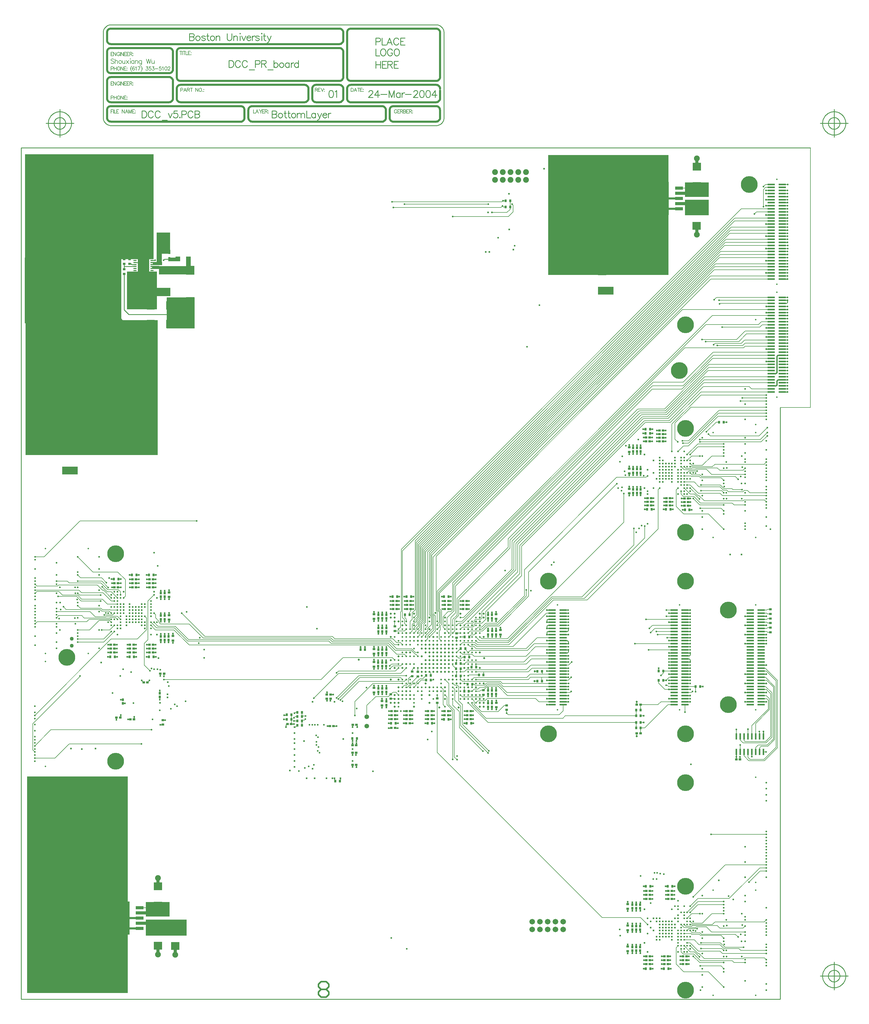
<source format=gbl>
%FSLAX24Y24*%
%MOIN*%
G70*
G01*
G75*
%ADD10R,0.0787X0.0709*%
%ADD11R,0.1063X0.0236*%
%ADD12C,0.0220*%
%ADD13C,0.0220*%
%ADD14R,0.0315X0.0354*%
%ADD15C,0.0157*%
%ADD16R,0.0118X0.0591*%
%ADD17C,0.0177*%
%ADD18R,0.0118X0.0591*%
%ADD19R,0.0591X0.0118*%
%ADD20C,0.0230*%
%ADD21R,0.0591X0.0118*%
%ADD22R,0.1063X0.0236*%
%ADD23R,0.0787X0.0157*%
%ADD24R,0.0157X0.0787*%
%ADD25R,0.0354X0.0315*%
%ADD26R,0.0366X0.0291*%
%ADD27R,0.0291X0.0366*%
%ADD28R,0.0701X0.0165*%
%ADD29R,0.0701X0.0165*%
%ADD30R,0.0413X0.0177*%
%ADD31R,0.0315X0.0354*%
%ADD32C,0.0100*%
%ADD33C,0.0060*%
%ADD34C,0.0220*%
%ADD35C,0.0500*%
%ADD36C,0.0120*%
%ADD37C,0.0080*%
%ADD38C,0.0200*%
%ADD39C,0.0250*%
%ADD40C,0.0090*%
%ADD41C,0.0050*%
%ADD42C,0.0500*%
%ADD43C,0.0270*%
%ADD44C,0.0720*%
%ADD45C,0.0200*%
%ADD46C,0.2165*%
%ADD47C,0.2165*%
%ADD48C,0.0750*%
%ADD49C,0.0591*%
%ADD50C,0.0250*%
%ADD51C,0.0240*%
%ADD52C,0.0256*%
%ADD53R,0.1000X0.0420*%
%ADD54R,0.4100X0.4250*%
%ADD55R,0.0945X0.0236*%
%ADD56R,0.1063X0.1004*%
%ADD57R,0.0240X0.0800*%
%ADD58R,0.0600X0.1000*%
%ADD59R,0.0600X0.0600*%
%ADD60R,0.1004X0.1063*%
%ADD61R,0.0256X0.0531*%
%ADD62R,0.1500X0.1100*%
%ADD63R,0.1100X0.1150*%
%ADD64C,0.0400*%
%ADD65C,0.0150*%
%ADD66R,1.2992X2.7953*%
%ADD67R,0.5276X0.2087*%
%ADD68R,0.3110X0.1890*%
%ADD69R,0.0700X0.4200*%
%ADD70R,0.1200X0.0420*%
%ADD71R,0.1000X0.0500*%
%ADD72R,1.6600X1.3550*%
%ADD73R,0.1500X0.1950*%
%ADD74R,0.0950X0.0400*%
%ADD75R,0.0600X0.1250*%
%ADD76R,0.2250X0.1100*%
%ADD77R,0.3850X0.4850*%
%ADD78R,0.0500X0.1100*%
%ADD79R,0.3600X0.4000*%
%ADD80R,1.2450X0.8500*%
%ADD81R,0.1400X0.2750*%
%ADD82R,0.3110X0.1890*%
%ADD83R,0.3071X0.2047*%
%ADD84R,1.5551X1.5472*%
%ADD85R,0.1050X0.1000*%
%ADD86R,0.1000X0.1000*%
%ADD87R,1.7100X1.7400*%
D14*
X102504Y56623D02*
D03*
X103095D02*
D03*
X125755Y49923D02*
D03*
X126346D02*
D03*
X113595Y55973D02*
D03*
X113004D02*
D03*
X113595Y57223D02*
D03*
X113004D02*
D03*
X106045Y56773D02*
D03*
X105454D02*
D03*
X103095Y57573D02*
D03*
X102504D02*
D03*
X105095Y57773D02*
D03*
X104504D02*
D03*
X103095Y58223D02*
D03*
X102504D02*
D03*
X104195Y59073D02*
D03*
X103604D02*
D03*
X103695Y60173D02*
D03*
X103104D02*
D03*
X104145Y54673D02*
D03*
X103554D02*
D03*
X104595Y55573D02*
D03*
X104004D02*
D03*
X126346Y52223D02*
D03*
X125755D02*
D03*
X58431Y59096D02*
D03*
X57841D02*
D03*
X63431Y69647D02*
D03*
X62841D02*
D03*
X130203Y78112D02*
D03*
X129612D02*
D03*
X129848Y29490D02*
D03*
X130439D02*
D03*
X90745Y60023D02*
D03*
X90154D02*
D03*
X101542Y66852D02*
D03*
X100951D02*
D03*
X96108D02*
D03*
X96699D02*
D03*
X60321Y59096D02*
D03*
X60912D02*
D03*
X60636Y69647D02*
D03*
X61227D02*
D03*
X103864Y50514D02*
D03*
X104455D02*
D03*
X132644Y78073D02*
D03*
X132053D02*
D03*
X129337Y18860D02*
D03*
X129927D02*
D03*
X94297Y66852D02*
D03*
X94888D02*
D03*
X126975Y87915D02*
D03*
X127565D02*
D03*
X62841Y59096D02*
D03*
X63431D02*
D03*
X99416Y50514D02*
D03*
X98825D02*
D03*
X58904Y69136D02*
D03*
X58313D02*
D03*
X94101Y50514D02*
D03*
X94691D02*
D03*
X101542Y51025D02*
D03*
X100951D02*
D03*
X103604Y61673D02*
D03*
X104195D02*
D03*
X129258Y56065D02*
D03*
X128667D02*
D03*
X82605Y50829D02*
D03*
X82014D02*
D03*
X82014Y50277D02*
D03*
X82605D02*
D03*
X98628Y56104D02*
D03*
X99219D02*
D03*
X80636Y51025D02*
D03*
X81227D02*
D03*
X82605Y51931D02*
D03*
X82014D02*
D03*
X82014Y51380D02*
D03*
X82605D02*
D03*
X89691Y48545D02*
D03*
X89101D02*
D03*
X99219Y56695D02*
D03*
X98628D02*
D03*
X87486Y43073D02*
D03*
X86896D02*
D03*
X81227Y51616D02*
D03*
X80636D02*
D03*
X127171Y78112D02*
D03*
X127762D02*
D03*
X126347Y51498D02*
D03*
X125756D02*
D03*
X126347Y50614D02*
D03*
X125756D02*
D03*
X137053Y89372D02*
D03*
X136463D02*
D03*
X126975Y88466D02*
D03*
X127565D02*
D03*
X134022Y55277D02*
D03*
X133431D02*
D03*
X96495Y64523D02*
D03*
X95904D02*
D03*
X127604Y29490D02*
D03*
X127014D02*
D03*
X127014Y18860D02*
D03*
X127604D02*
D03*
X129258Y57246D02*
D03*
X128667D02*
D03*
X108904Y117128D02*
D03*
X109494D02*
D03*
X108904Y117915D02*
D03*
X109494D02*
D03*
D20*
X139829Y87364D02*
D03*
Y86577D02*
D03*
X142585Y85789D02*
D03*
X139829Y84214D02*
D03*
X142585Y83427D02*
D03*
Y82640D02*
D03*
X139829Y82246D02*
D03*
Y81458D02*
D03*
X142585Y80671D02*
D03*
X139829Y79096D02*
D03*
X142585Y78309D02*
D03*
X139829Y76340D02*
D03*
X142585Y75947D02*
D03*
X134317Y85002D02*
D03*
X137073Y85789D02*
D03*
Y83427D02*
D03*
X134317Y82640D02*
D03*
Y81852D02*
D03*
X137073Y81458D02*
D03*
X134317Y79884D02*
D03*
X137073Y79490D02*
D03*
X134317Y77915D02*
D03*
Y77128D02*
D03*
X137073Y77521D02*
D03*
X134317Y75553D02*
D03*
X139829Y28309D02*
D03*
Y27521D02*
D03*
X142585Y26734D02*
D03*
X139829Y25159D02*
D03*
X142585Y24372D02*
D03*
Y23584D02*
D03*
X139829Y23191D02*
D03*
Y22403D02*
D03*
X142585Y21616D02*
D03*
X139829Y20041D02*
D03*
X142585Y19254D02*
D03*
X139829Y17285D02*
D03*
X142585Y16892D02*
D03*
X134317Y25947D02*
D03*
X137073Y26734D02*
D03*
Y24372D02*
D03*
X134317Y23584D02*
D03*
Y22797D02*
D03*
X137073Y22403D02*
D03*
X134317Y20829D02*
D03*
X137073Y20435D02*
D03*
X134317Y18860D02*
D03*
Y18073D02*
D03*
X137073Y18466D02*
D03*
X134317Y16498D02*
D03*
X48097Y45632D02*
D03*
Y46419D02*
D03*
Y47207D02*
D03*
Y47994D02*
D03*
Y48781D02*
D03*
Y49569D02*
D03*
Y50356D02*
D03*
Y51143D02*
D03*
Y51931D02*
D03*
Y52718D02*
D03*
X50892Y60199D02*
D03*
X48136Y60592D02*
D03*
X50892Y60986D02*
D03*
X48136Y61773D02*
D03*
X50892Y62167D02*
D03*
Y63348D02*
D03*
Y64529D02*
D03*
X48136Y62955D02*
D03*
Y64136D02*
D03*
Y64923D02*
D03*
X50892Y65317D02*
D03*
Y66104D02*
D03*
X48136Y65710D02*
D03*
Y66892D02*
D03*
X50892Y67285D02*
D03*
Y68466D02*
D03*
X48136Y69254D02*
D03*
Y70435D02*
D03*
X50892Y69647D02*
D03*
Y71222D02*
D03*
X48136Y71616D02*
D03*
X56404Y62561D02*
D03*
X53648Y61773D02*
D03*
Y64136D02*
D03*
X56404Y64923D02*
D03*
Y65710D02*
D03*
X53648Y66104D02*
D03*
X56404Y67679D02*
D03*
X53648Y68073D02*
D03*
X56404Y69647D02*
D03*
Y70435D02*
D03*
X53648Y70041D02*
D03*
X56404Y72010D02*
D03*
X48136Y68073D02*
D03*
X142585Y79490D02*
D03*
Y77128D02*
D03*
X139829Y77915D02*
D03*
X142585Y81852D02*
D03*
X139829Y83033D02*
D03*
Y85395D02*
D03*
X142585Y84608D02*
D03*
Y86970D02*
D03*
X139829Y80277D02*
D03*
X134081Y16104D02*
D03*
X101575Y61673D02*
D03*
Y62173D02*
D03*
Y62673D02*
D03*
Y63173D02*
D03*
X102075Y62673D02*
D03*
X102575D02*
D03*
X102075Y61673D02*
D03*
X101575Y61173D02*
D03*
X103575Y62673D02*
D03*
X102075Y61173D02*
D03*
X123975Y84973D02*
D03*
X101075Y62673D02*
D03*
Y63673D02*
D03*
Y61673D02*
D03*
Y61173D02*
D03*
X100575D02*
D03*
Y61673D02*
D03*
X136225Y99273D02*
D03*
X135775Y99373D02*
D03*
X100575Y60673D02*
D03*
X100075Y62173D02*
D03*
Y61673D02*
D03*
Y61173D02*
D03*
X134725Y99773D02*
D03*
X99575Y61173D02*
D03*
X134275Y100023D02*
D03*
X99075Y63673D02*
D03*
Y61173D02*
D03*
Y61673D02*
D03*
X98575Y61173D02*
D03*
Y61673D02*
D03*
Y62173D02*
D03*
Y62673D02*
D03*
X98075Y61673D02*
D03*
X97575D02*
D03*
Y62173D02*
D03*
Y62673D02*
D03*
X97075Y62173D02*
D03*
Y62673D02*
D03*
X96575Y62173D02*
D03*
X98575Y63173D02*
D03*
X98075Y62173D02*
D03*
Y60673D02*
D03*
X136875Y101623D02*
D03*
X97575Y60673D02*
D03*
X100075Y62673D02*
D03*
Y63173D02*
D03*
Y63673D02*
D03*
X108825Y70223D02*
D03*
X145308Y103506D02*
D03*
X97075Y61173D02*
D03*
X136525Y104623D02*
D03*
X96575Y61173D02*
D03*
Y61673D02*
D03*
X136468Y105081D02*
D03*
X135825Y105173D02*
D03*
X95575Y62173D02*
D03*
Y62673D02*
D03*
X97075Y63673D02*
D03*
Y64173D02*
D03*
X96575Y62673D02*
D03*
X145318Y108230D02*
D03*
X145306Y110592D02*
D03*
X145318Y111380D02*
D03*
X145325Y111773D02*
D03*
X145319Y112167D02*
D03*
X145306Y112955D02*
D03*
X141025Y116223D02*
D03*
X95575Y61673D02*
D03*
X96075D02*
D03*
X94575D02*
D03*
X97075Y60173D02*
D03*
X102075Y63173D02*
D03*
Y62173D02*
D03*
X103075Y64173D02*
D03*
X102575Y63673D02*
D03*
Y63173D02*
D03*
X104075Y63673D02*
D03*
X103575Y63173D02*
D03*
X103075Y62673D02*
D03*
X123675Y84273D02*
D03*
X124275Y83033D02*
D03*
X104575Y63673D02*
D03*
X104075Y63173D02*
D03*
X124358Y82523D02*
D03*
X126725Y82473D02*
D03*
X103075Y62173D02*
D03*
Y61673D02*
D03*
X127231Y82443D02*
D03*
X105075Y62673D02*
D03*
X105575D02*
D03*
X111575Y67723D02*
D03*
X123275Y81423D02*
D03*
X104075Y62173D02*
D03*
X104575D02*
D03*
X105575D02*
D03*
X112175Y67623D02*
D03*
X123425Y80873D02*
D03*
X123925Y80973D02*
D03*
X104575Y61673D02*
D03*
X123875Y80523D02*
D03*
X104075Y61173D02*
D03*
X124175Y80173D02*
D03*
X105575Y61673D02*
D03*
X125475Y75673D02*
D03*
X105075Y61673D02*
D03*
X103075Y61173D02*
D03*
X125775Y75173D02*
D03*
X126125Y75673D02*
D03*
X103575Y61173D02*
D03*
X126475Y76023D02*
D03*
X104575Y61173D02*
D03*
X126875Y75973D02*
D03*
X105075Y61173D02*
D03*
X128805Y80868D02*
D03*
X103075Y60673D02*
D03*
X127225Y76273D02*
D03*
X103575Y60673D02*
D03*
X132742Y57246D02*
D03*
X105575Y55673D02*
D03*
X102575Y60173D02*
D03*
X104575Y60673D02*
D03*
X132722Y61970D02*
D03*
X117016Y64332D02*
D03*
X116997Y63545D02*
D03*
X117003Y63151D02*
D03*
X132740Y62758D02*
D03*
X128522Y61970D02*
D03*
X104575Y58673D02*
D03*
X129779Y61577D02*
D03*
X125609Y60789D02*
D03*
X127354Y60002D02*
D03*
X104075Y57173D02*
D03*
Y60673D02*
D03*
X104575Y59673D02*
D03*
X127041Y63939D02*
D03*
X105075Y59673D02*
D03*
X102575D02*
D03*
X104075D02*
D03*
X103075D02*
D03*
X102575Y59173D02*
D03*
X103075D02*
D03*
Y58673D02*
D03*
X127460Y62758D02*
D03*
X103575Y58673D02*
D03*
X127625Y62223D02*
D03*
X104075Y58673D02*
D03*
X128366Y62364D02*
D03*
X105075Y58673D02*
D03*
X104075Y58173D02*
D03*
X102575Y58673D02*
D03*
X103575Y58173D02*
D03*
X104575D02*
D03*
X105075D02*
D03*
X104575Y57173D02*
D03*
X116997Y60395D02*
D03*
X103575Y56673D02*
D03*
X105075Y57173D02*
D03*
X104075Y56673D02*
D03*
X103075Y57173D02*
D03*
X102075Y58173D02*
D03*
Y57173D02*
D03*
X117425Y58423D02*
D03*
X102575Y57173D02*
D03*
X103575Y56173D02*
D03*
X117002Y57246D02*
D03*
X104075Y56173D02*
D03*
X104575D02*
D03*
X105075D02*
D03*
X103075D02*
D03*
X117375Y56473D02*
D03*
X105075Y55673D02*
D03*
X117023Y55671D02*
D03*
X103575Y55673D02*
D03*
X104575Y55173D02*
D03*
X103075Y54173D02*
D03*
Y54673D02*
D03*
Y55173D02*
D03*
X103575D02*
D03*
X104575Y54673D02*
D03*
X105075D02*
D03*
X117014Y54884D02*
D03*
X117375Y54623D02*
D03*
X104075Y54173D02*
D03*
X103575D02*
D03*
X133025Y54623D02*
D03*
X104075Y53673D02*
D03*
X117005Y53703D02*
D03*
X104575Y53673D02*
D03*
X109025Y51823D02*
D03*
X102075Y56673D02*
D03*
X102575Y56173D02*
D03*
X104075Y53173D02*
D03*
X101075Y56173D02*
D03*
X100075Y55173D02*
D03*
Y54173D02*
D03*
X102075Y45873D02*
D03*
X102625Y45823D02*
D03*
X95075Y62673D02*
D03*
X96075Y61173D02*
D03*
X84525Y62723D02*
D03*
X69975Y58973D02*
D03*
X96575Y60673D02*
D03*
X96075D02*
D03*
X95575Y61173D02*
D03*
X95075D02*
D03*
X95575Y60673D02*
D03*
X95075D02*
D03*
X97575Y59673D02*
D03*
Y59173D02*
D03*
X97075D02*
D03*
X96575D02*
D03*
X95575Y59673D02*
D03*
X96075Y59173D02*
D03*
X95575D02*
D03*
X95075Y58673D02*
D03*
X63490Y67088D02*
D03*
X59514Y57482D02*
D03*
X58766Y66301D02*
D03*
X59160Y66695D02*
D03*
X53923Y56616D02*
D03*
X134120Y81262D02*
D03*
X134002Y85002D02*
D03*
X132349Y84411D02*
D03*
X134317Y87364D02*
D03*
X137073Y86577D02*
D03*
Y86183D02*
D03*
Y85395D02*
D03*
Y85002D02*
D03*
X137073Y75553D02*
D03*
X137073Y77915D02*
D03*
X137073Y78703D02*
D03*
X139829D02*
D03*
X142585Y78703D02*
D03*
X137427Y79490D02*
D03*
X142585Y79096D02*
D03*
Y79884D02*
D03*
X139829Y84608D02*
D03*
X137073Y80277D02*
D03*
X137388D02*
D03*
X142585D02*
D03*
X139356Y81458D02*
D03*
X142585Y81065D02*
D03*
Y83821D02*
D03*
X137388Y84214D02*
D03*
X142585D02*
D03*
X139829Y83427D02*
D03*
X139829Y82640D02*
D03*
X142585Y83033D02*
D03*
Y82246D02*
D03*
X137467Y83466D02*
D03*
X139396Y85002D02*
D03*
X139435Y80671D02*
D03*
X139396Y79490D02*
D03*
X138923Y82010D02*
D03*
X137073Y81852D02*
D03*
X132742Y82836D02*
D03*
Y83624D02*
D03*
X132349Y83624D02*
D03*
X133136Y84018D02*
D03*
X132742D02*
D03*
X131955Y83624D02*
D03*
X132742Y84411D02*
D03*
X132349Y85199D02*
D03*
X132742D02*
D03*
X131955Y84411D02*
D03*
X131561Y83624D02*
D03*
X132349Y82836D02*
D03*
X131561Y84018D02*
D03*
X139475Y83545D02*
D03*
X131561Y82836D02*
D03*
X139278Y82364D02*
D03*
X131561Y83230D02*
D03*
X133648Y83073D02*
D03*
X133451Y82797D02*
D03*
X131955Y82836D02*
D03*
Y82443D02*
D03*
X131168Y82836D02*
D03*
X134042Y78269D02*
D03*
X133136Y79529D02*
D03*
X131561Y80474D02*
D03*
X131955D02*
D03*
Y80868D02*
D03*
X133923Y79451D02*
D03*
X134120Y80514D02*
D03*
X132742Y80868D02*
D03*
X132349Y80868D02*
D03*
Y81262D02*
D03*
X131955Y81655D02*
D03*
X132742Y82049D02*
D03*
X132349D02*
D03*
X131955D02*
D03*
X131561Y82443D02*
D03*
X137152Y81065D02*
D03*
X134120Y22206D02*
D03*
X134002Y25947D02*
D03*
X132349Y25356D02*
D03*
X134317Y28309D02*
D03*
X137073Y27521D02*
D03*
Y27128D02*
D03*
Y26340D02*
D03*
Y25947D02*
D03*
X137073Y16498D02*
D03*
X137073Y18860D02*
D03*
X137073Y19647D02*
D03*
X139829D02*
D03*
X142585Y19647D02*
D03*
X137427Y20435D02*
D03*
X142585Y20041D02*
D03*
Y20829D02*
D03*
X139829Y25553D02*
D03*
X137073Y21222D02*
D03*
X137388D02*
D03*
X142585D02*
D03*
X139356Y22403D02*
D03*
X142585Y22010D02*
D03*
Y24766D02*
D03*
X137388Y25159D02*
D03*
X142585D02*
D03*
X139829Y24372D02*
D03*
X139829Y23584D02*
D03*
X142585Y23978D02*
D03*
Y23191D02*
D03*
X137467Y24411D02*
D03*
X139396Y25947D02*
D03*
X139632Y21616D02*
D03*
X139396Y20435D02*
D03*
X138923Y22955D02*
D03*
X137073Y22797D02*
D03*
X132742Y23781D02*
D03*
Y24569D02*
D03*
X132349Y24569D02*
D03*
X133136Y24962D02*
D03*
X132742D02*
D03*
X131955Y24569D02*
D03*
X132742Y25356D02*
D03*
X132349Y26144D02*
D03*
X132742D02*
D03*
X131955Y25356D02*
D03*
X131561Y24569D02*
D03*
X132349Y23781D02*
D03*
X139475Y24490D02*
D03*
X131561Y23781D02*
D03*
X139278Y23309D02*
D03*
X131561Y24175D02*
D03*
X133648Y24018D02*
D03*
X133451Y23742D02*
D03*
X131955Y23781D02*
D03*
Y23388D02*
D03*
X131168Y23781D02*
D03*
X134042Y19214D02*
D03*
X133136Y20474D02*
D03*
X131561Y21419D02*
D03*
X131955D02*
D03*
Y21813D02*
D03*
X133923Y20395D02*
D03*
X134120Y21458D02*
D03*
X132742Y21813D02*
D03*
X132349Y21813D02*
D03*
Y22206D02*
D03*
X131168Y22206D02*
D03*
X131955Y22600D02*
D03*
X132742Y22994D02*
D03*
X132349D02*
D03*
X131955D02*
D03*
X131561Y23388D02*
D03*
X137152Y22010D02*
D03*
X131168Y21813D02*
D03*
X56601Y66301D02*
D03*
X56719Y62561D02*
D03*
X58372Y63151D02*
D03*
X142585Y42876D02*
D03*
Y42088D02*
D03*
Y40514D02*
D03*
Y41301D02*
D03*
Y36577D02*
D03*
Y34608D02*
D03*
Y32640D02*
D03*
Y30671D02*
D03*
X139829Y34608D02*
D03*
Y32640D02*
D03*
X48097Y48388D02*
D03*
X61876Y47876D02*
D03*
X56404Y60199D02*
D03*
X53648Y60986D02*
D03*
Y61380D02*
D03*
Y62167D02*
D03*
Y62561D02*
D03*
X53648Y72010D02*
D03*
X53648Y69647D02*
D03*
X53648Y68860D02*
D03*
X50892D02*
D03*
X48136Y68860D02*
D03*
X53294Y68073D02*
D03*
X48136Y68466D02*
D03*
Y67679D02*
D03*
X50892Y62955D02*
D03*
X53648Y67285D02*
D03*
X53333D02*
D03*
X48136D02*
D03*
X51364Y66104D02*
D03*
X48136Y66498D02*
D03*
Y63742D02*
D03*
X53333Y63348D02*
D03*
X48136D02*
D03*
X50892Y64136D02*
D03*
X50892Y64923D02*
D03*
X48136Y64529D02*
D03*
Y65317D02*
D03*
X53254Y64096D02*
D03*
X61916Y56065D02*
D03*
X60538Y57128D02*
D03*
X59120Y56616D02*
D03*
X58136Y54411D02*
D03*
X59199Y53565D02*
D03*
Y51596D02*
D03*
X58648Y50947D02*
D03*
X63293Y51025D02*
D03*
X64947Y50927D02*
D03*
X64238Y52187D02*
D03*
Y53565D02*
D03*
Y54746D02*
D03*
X64317Y56616D02*
D03*
X62900Y56065D02*
D03*
X60144Y51025D02*
D03*
X64775Y56573D02*
D03*
X60925Y51373D02*
D03*
X48097Y46813D02*
D03*
Y46025D02*
D03*
X63175Y49687D02*
D03*
X48097Y47600D02*
D03*
X51325Y62561D02*
D03*
X51089Y66892D02*
D03*
X51325Y68073D02*
D03*
X51797Y65553D02*
D03*
X53648Y65710D02*
D03*
X142585Y91695D02*
D03*
Y89726D02*
D03*
X139829Y93663D02*
D03*
Y91695D02*
D03*
Y89726D02*
D03*
X142585Y90120D02*
D03*
Y90514D02*
D03*
Y90907D02*
D03*
Y91301D02*
D03*
Y92088D02*
D03*
Y92482D02*
D03*
Y92876D02*
D03*
Y31458D02*
D03*
Y31852D02*
D03*
Y32246D02*
D03*
Y33033D02*
D03*
Y33427D02*
D03*
Y33821D02*
D03*
Y34214D02*
D03*
Y35002D02*
D03*
Y35395D02*
D03*
Y35789D02*
D03*
X142585Y36183D02*
D03*
X57979Y64726D02*
D03*
Y63939D02*
D03*
X58372Y63939D02*
D03*
X57585Y63545D02*
D03*
X57979D02*
D03*
X58766Y63939D02*
D03*
X57979Y63151D02*
D03*
X58372Y62364D02*
D03*
X57979D02*
D03*
X58766Y63151D02*
D03*
X59160Y63939D02*
D03*
X58372Y64726D02*
D03*
X59160Y63545D02*
D03*
X51246Y64018D02*
D03*
X59160Y64726D02*
D03*
X51443Y65199D02*
D03*
X59160Y64332D02*
D03*
X57073Y64490D02*
D03*
X57270Y64766D02*
D03*
X58766Y64726D02*
D03*
Y65120D02*
D03*
X59553Y64726D02*
D03*
X57585Y68033D02*
D03*
X59160Y67088D02*
D03*
X58766D02*
D03*
Y66695D02*
D03*
X56797Y68112D02*
D03*
X56601Y67049D02*
D03*
X57979Y66695D02*
D03*
X58372Y66695D02*
D03*
Y66301D02*
D03*
X58766Y65907D02*
D03*
X57979Y65514D02*
D03*
X58372D02*
D03*
X58766D02*
D03*
X59160Y65120D02*
D03*
X53569Y66498D02*
D03*
X59553Y66695D02*
D03*
X95075Y58173D02*
D03*
X95575D02*
D03*
X95075Y57673D02*
D03*
X93925Y57923D02*
D03*
X93975Y57573D02*
D03*
X87075Y57023D02*
D03*
X96075Y57673D02*
D03*
X84125Y53773D02*
D03*
X96575Y58173D02*
D03*
X83047Y51045D02*
D03*
X97075Y58173D02*
D03*
X83057Y51455D02*
D03*
X96075Y56673D02*
D03*
X87053Y53801D02*
D03*
X95575Y56173D02*
D03*
X87309Y53657D02*
D03*
X96075Y56173D02*
D03*
X87565Y53513D02*
D03*
X96575Y56173D02*
D03*
X87821Y53369D02*
D03*
X95575Y55673D02*
D03*
X89425Y51523D02*
D03*
X89675Y52423D02*
D03*
X90925Y55123D02*
D03*
X96075Y55673D02*
D03*
X95575Y54673D02*
D03*
X95075D02*
D03*
X83575Y50323D02*
D03*
X96575Y54673D02*
D03*
X83925Y50323D02*
D03*
X96075Y54173D02*
D03*
X84275Y50323D02*
D03*
X95575Y53673D02*
D03*
X84625Y50323D02*
D03*
X96075Y53673D02*
D03*
X85425Y50323D02*
D03*
X95075Y52673D02*
D03*
X65656Y52384D02*
D03*
X95380Y52108D02*
D03*
X60833Y53112D02*
D03*
X97075Y55173D02*
D03*
X97575Y55673D02*
D03*
X96075Y55173D02*
D03*
X95575D02*
D03*
X97075Y54173D02*
D03*
X84425Y48973D02*
D03*
X97075Y53673D02*
D03*
X84675Y48723D02*
D03*
X97075Y53173D02*
D03*
X84475Y48123D02*
D03*
X97575Y55173D02*
D03*
X84475Y47723D02*
D03*
X97575Y54673D02*
D03*
X84725Y47473D02*
D03*
X98075Y55173D02*
D03*
X84625Y46973D02*
D03*
X98075Y54673D02*
D03*
X84875Y46723D02*
D03*
X98075Y53673D02*
D03*
X82201Y44349D02*
D03*
X98575Y55173D02*
D03*
X82959Y44757D02*
D03*
X99075Y54673D02*
D03*
X83471Y44969D02*
D03*
X99575Y55173D02*
D03*
X84125Y45173D02*
D03*
X99575Y54673D02*
D03*
X91775Y44323D02*
D03*
X99575Y53673D02*
D03*
X99375Y49473D02*
D03*
X64770Y56163D02*
D03*
X94575Y58681D02*
D03*
X63097Y62758D02*
D03*
X69975Y60023D02*
D03*
X63097Y63151D02*
D03*
X62309Y64332D02*
D03*
X48097Y51537D02*
D03*
X69275Y60873D02*
D03*
X63097Y63545D02*
D03*
X63490Y63545D02*
D03*
X63884D02*
D03*
X69396Y61577D02*
D03*
X63097Y64726D02*
D03*
X63490Y64726D02*
D03*
X67075Y64723D02*
D03*
X63097Y65514D02*
D03*
X67703Y64884D02*
D03*
X63097Y65907D02*
D03*
X83225Y65523D02*
D03*
X63097Y66301D02*
D03*
X132075Y51973D02*
D03*
X105075Y53173D02*
D03*
X104575D02*
D03*
X132742Y53703D02*
D03*
Y54884D02*
D03*
Y55671D02*
D03*
X116994Y56852D02*
D03*
X132742Y58033D02*
D03*
X116975Y65123D02*
D03*
X116994Y58821D02*
D03*
X132742Y63545D02*
D03*
Y63939D02*
D03*
Y60002D02*
D03*
Y60395D02*
D03*
Y61183D02*
D03*
X134002Y86813D02*
D03*
X133963Y87128D02*
D03*
X142703Y88033D02*
D03*
Y88663D02*
D03*
X139475Y92482D02*
D03*
X130380Y85592D02*
D03*
X139238Y92088D02*
D03*
X131168Y85592D02*
D03*
X131128Y86813D02*
D03*
X135105Y87836D02*
D03*
X134829Y88112D02*
D03*
X145301Y93663D02*
D03*
Y94057D02*
D03*
Y94451D02*
D03*
Y95238D02*
D03*
Y95632D02*
D03*
Y96025D02*
D03*
Y96813D02*
D03*
Y97206D02*
D03*
Y97600D02*
D03*
Y98388D02*
D03*
Y98781D02*
D03*
Y99175D02*
D03*
Y99962D02*
D03*
Y100356D02*
D03*
Y100750D02*
D03*
X145301Y101537D02*
D03*
X145301Y101931D02*
D03*
Y102325D02*
D03*
Y102718D02*
D03*
Y104293D02*
D03*
Y105474D02*
D03*
Y108624D02*
D03*
Y109018D02*
D03*
X145301Y109805D02*
D03*
X145301Y110199D02*
D03*
Y113348D02*
D03*
Y113742D02*
D03*
Y114529D02*
D03*
Y114923D02*
D03*
Y115317D02*
D03*
Y116104D02*
D03*
X145301Y116498D02*
D03*
X145301Y116892D02*
D03*
Y117285D02*
D03*
X145301Y118073D02*
D03*
X145301Y118860D02*
D03*
X145301Y119254D02*
D03*
X95075Y54173D02*
D03*
X132742Y26931D02*
D03*
X140341Y30041D02*
D03*
X133136Y28112D02*
D03*
X135419Y36183D02*
D03*
X130380Y26537D02*
D03*
X130774Y26931D02*
D03*
X131168D02*
D03*
Y26537D02*
D03*
X131955Y26144D02*
D03*
X131719Y86970D02*
D03*
X131797Y86655D02*
D03*
X131955Y85592D02*
D03*
X129325Y31073D02*
D03*
X128884Y31144D02*
D03*
X103075Y53673D02*
D03*
X102575Y55173D02*
D03*
X128475Y31223D02*
D03*
X128136Y31222D02*
D03*
X102575Y54673D02*
D03*
X102075D02*
D03*
X128412Y30436D02*
D03*
X102075Y54173D02*
D03*
X127975Y30423D02*
D03*
X102075Y55673D02*
D03*
X106725Y46973D02*
D03*
X106640Y46695D02*
D03*
X102075Y55173D02*
D03*
Y53673D02*
D03*
X101575Y56173D02*
D03*
X127231Y25356D02*
D03*
X127231Y24569D02*
D03*
X102624Y46301D02*
D03*
X100575Y56173D02*
D03*
X101075Y54173D02*
D03*
X100575Y55673D02*
D03*
X123625Y23923D02*
D03*
X101075Y52673D02*
D03*
X100575Y55173D02*
D03*
Y54673D02*
D03*
X127231Y23388D02*
D03*
X123687Y23112D02*
D03*
X145341Y120041D02*
D03*
X143097Y75553D02*
D03*
X142545Y119254D02*
D03*
X142191Y117167D02*
D03*
X139829Y75947D02*
D03*
X139829Y75553D02*
D03*
X142191Y119766D02*
D03*
X105975Y46923D02*
D03*
X138687Y49711D02*
D03*
X141675Y49473D02*
D03*
X139187Y47711D02*
D03*
X142525Y46823D02*
D03*
X131561Y21813D02*
D03*
X96128Y21419D02*
D03*
X127624Y24962D02*
D03*
X94120Y22836D02*
D03*
X94238Y117797D02*
D03*
X108491Y117246D02*
D03*
X94396Y117049D02*
D03*
X106659Y117502D02*
D03*
X95833D02*
D03*
X129986Y58821D02*
D03*
X142585Y61577D02*
D03*
X142585Y61183D02*
D03*
X129986Y58427D02*
D03*
X131168Y27640D02*
D03*
X129632Y55435D02*
D03*
X132821Y45238D02*
D03*
X132349Y24962D02*
D03*
X137703Y28230D02*
D03*
X142585Y16104D02*
D03*
X129986Y55671D02*
D03*
X138294Y27797D02*
D03*
X133431Y54589D02*
D03*
X57349Y68663D02*
D03*
X102073Y115907D02*
D03*
X109731Y117502D02*
D03*
X63490Y72521D02*
D03*
X63097Y61970D02*
D03*
X69002Y76616D02*
D03*
X48136Y72010D02*
D03*
X96075Y63173D02*
D03*
X63975Y70823D02*
D03*
X58766Y61970D02*
D03*
X65400Y55336D02*
D03*
X98825Y48423D02*
D03*
X128018Y80868D02*
D03*
X129671Y64332D02*
D03*
Y65120D02*
D03*
X127624Y27325D02*
D03*
X110065Y112128D02*
D03*
X126049Y87128D02*
D03*
X107939Y113151D02*
D03*
X124435Y86340D02*
D03*
X111679Y99096D02*
D03*
X113254Y104451D02*
D03*
X126325Y30829D02*
D03*
X95575Y63673D02*
D03*
X104575Y62673D02*
D03*
X67570Y53368D02*
D03*
X105075Y63173D02*
D03*
X66475Y52723D02*
D03*
X66176Y52974D02*
D03*
X105075Y64173D02*
D03*
X63156Y57581D02*
D03*
X62959Y57285D02*
D03*
X131168Y80868D02*
D03*
X131561Y81262D02*
D03*
X131955Y81262D02*
D03*
X115144Y71301D02*
D03*
X63490Y57482D02*
D03*
X127231Y80474D02*
D03*
X64317Y57443D02*
D03*
X63923Y57482D02*
D03*
X114829Y70947D02*
D03*
X131561Y26144D02*
D03*
X131955Y26931D02*
D03*
X128963Y56695D02*
D03*
X63625Y110273D02*
D03*
X64725D02*
D03*
D25*
X106025Y54793D02*
D03*
Y54202D02*
D03*
X109025Y52253D02*
D03*
Y52844D02*
D03*
X100075Y53744D02*
D03*
X124671Y21124D02*
D03*
Y21714D02*
D03*
X124868Y80179D02*
D03*
Y80769D02*
D03*
X65428Y66817D02*
D03*
Y67408D02*
D03*
X108225Y61968D02*
D03*
Y62559D02*
D03*
X124671Y27187D02*
D03*
Y26596D02*
D03*
X91916Y55100D02*
D03*
Y54510D02*
D03*
X64625Y50943D02*
D03*
Y50352D02*
D03*
X107703Y52581D02*
D03*
Y53171D02*
D03*
X65931Y61793D02*
D03*
Y61203D02*
D03*
X91916Y64588D02*
D03*
Y63998D02*
D03*
X92939Y53407D02*
D03*
Y52817D02*
D03*
X107664Y64588D02*
D03*
Y63998D02*
D03*
X91916Y59510D02*
D03*
Y60100D02*
D03*
X124868Y86124D02*
D03*
Y85533D02*
D03*
Y83368D02*
D03*
Y82777D02*
D03*
X65419Y63880D02*
D03*
Y64470D02*
D03*
X91900Y58417D02*
D03*
Y57827D02*
D03*
X102575Y62144D02*
D03*
Y61553D02*
D03*
X100075Y53153D02*
D03*
X143097Y64037D02*
D03*
Y63447D02*
D03*
X94081Y54273D02*
D03*
Y53683D02*
D03*
X97585Y56577D02*
D03*
Y57167D02*
D03*
X96831Y56602D02*
D03*
Y57192D02*
D03*
X143097Y62856D02*
D03*
Y62266D02*
D03*
Y65218D02*
D03*
Y64628D02*
D03*
X94593Y63013D02*
D03*
Y62423D02*
D03*
X124671Y23840D02*
D03*
Y24431D02*
D03*
X60325Y110394D02*
D03*
Y109803D02*
D03*
X59625Y110394D02*
D03*
Y109803D02*
D03*
Y109094D02*
D03*
Y108503D02*
D03*
D26*
X126325Y52923D02*
D03*
X125849D02*
D03*
X126325Y49223D02*
D03*
X125849D02*
D03*
X101486Y52088D02*
D03*
X101010D02*
D03*
X64317Y56928D02*
D03*
X64794D02*
D03*
X62896Y60159D02*
D03*
X63372D02*
D03*
X62896Y69096D02*
D03*
X63372D02*
D03*
X60380Y60671D02*
D03*
X60856D02*
D03*
X101486Y51577D02*
D03*
X101010D02*
D03*
X61171Y68073D02*
D03*
X60695D02*
D03*
X128762Y86892D02*
D03*
X129238D02*
D03*
X59125Y51273D02*
D03*
X58649D02*
D03*
X96168Y65277D02*
D03*
X96644D02*
D03*
X98884Y52088D02*
D03*
X99360D02*
D03*
X127227Y79569D02*
D03*
X127703D02*
D03*
X63372Y59647D02*
D03*
X62896D02*
D03*
X129668Y78624D02*
D03*
X130144D02*
D03*
X60916Y51025D02*
D03*
X60439D02*
D03*
X127506Y87403D02*
D03*
X127030D02*
D03*
X129908Y28899D02*
D03*
X130384D02*
D03*
X94353Y65277D02*
D03*
X94829D02*
D03*
X129908Y27876D02*
D03*
X130384D02*
D03*
X101526Y65789D02*
D03*
X101049D02*
D03*
X129908Y28388D02*
D03*
X130384D02*
D03*
X60695Y68584D02*
D03*
X61171D02*
D03*
X60380Y60159D02*
D03*
X60856D02*
D03*
X57896Y59647D02*
D03*
X58372D02*
D03*
X63372Y68584D02*
D03*
X62896D02*
D03*
X58849Y68073D02*
D03*
X58372D02*
D03*
X127703Y78624D02*
D03*
X127227D02*
D03*
X103923Y51065D02*
D03*
X104400D02*
D03*
X96644Y66301D02*
D03*
X96168D02*
D03*
X103862Y66297D02*
D03*
X103386D02*
D03*
X58372Y60159D02*
D03*
X57896D02*
D03*
X58849Y68584D02*
D03*
X58372D02*
D03*
X132467Y78584D02*
D03*
X131990D02*
D03*
X128762Y88309D02*
D03*
X129238D02*
D03*
X57896Y60671D02*
D03*
X58372D02*
D03*
X127703Y79096D02*
D03*
X127227D02*
D03*
X131990Y79529D02*
D03*
X132467D02*
D03*
X63372Y68073D02*
D03*
X62896D02*
D03*
Y60671D02*
D03*
X63372D02*
D03*
X130144Y79569D02*
D03*
X129668D02*
D03*
Y79096D02*
D03*
X130144D02*
D03*
X127506Y86892D02*
D03*
X127030D02*
D03*
X139163Y45868D02*
D03*
X138687D02*
D03*
X129396Y20474D02*
D03*
X129872D02*
D03*
X101049Y66301D02*
D03*
X101526D02*
D03*
X94353D02*
D03*
X94829D02*
D03*
X89128Y45177D02*
D03*
X89604D02*
D03*
X127073Y28388D02*
D03*
X127549D02*
D03*
X101049Y65277D02*
D03*
X101526D02*
D03*
X99360Y51065D02*
D03*
X98884D02*
D03*
X132467Y79057D02*
D03*
X131990D02*
D03*
X127069Y19451D02*
D03*
X127545D02*
D03*
X94632Y51577D02*
D03*
X94156D02*
D03*
X129872Y19451D02*
D03*
X129396D02*
D03*
X60856Y59647D02*
D03*
X60380D02*
D03*
X62170Y55788D02*
D03*
X62646D02*
D03*
X60695Y69096D02*
D03*
X61171D02*
D03*
X96644Y65789D02*
D03*
X96168D02*
D03*
X103923Y51577D02*
D03*
X104400D02*
D03*
X103386Y65273D02*
D03*
X103862D02*
D03*
Y65785D02*
D03*
X103386D02*
D03*
X96565Y51577D02*
D03*
X96089D02*
D03*
X103923Y52088D02*
D03*
X104400D02*
D03*
X128762Y87836D02*
D03*
X129238D02*
D03*
X99360Y51577D02*
D03*
X98884D02*
D03*
X96089Y52088D02*
D03*
X96565D02*
D03*
Y51065D02*
D03*
X96089D02*
D03*
X94829Y65789D02*
D03*
X94353D02*
D03*
X86286Y53703D02*
D03*
X85809D02*
D03*
X89597Y46734D02*
D03*
X89120D02*
D03*
X94632Y52088D02*
D03*
X94156D02*
D03*
Y51065D02*
D03*
X94632D02*
D03*
X132270Y19962D02*
D03*
X131793D02*
D03*
X127069Y20474D02*
D03*
X127545D02*
D03*
X132270D02*
D03*
X131793D02*
D03*
X127069Y19962D02*
D03*
X127545D02*
D03*
X89120Y47679D02*
D03*
X89597D02*
D03*
X89636Y50317D02*
D03*
X89160D02*
D03*
X85809Y54214D02*
D03*
X86286D02*
D03*
X127549Y27876D02*
D03*
X127073D02*
D03*
X129238Y87364D02*
D03*
X128762D02*
D03*
X131793Y19451D02*
D03*
X132270D02*
D03*
X127549Y28899D02*
D03*
X127073D02*
D03*
X129396Y19962D02*
D03*
X129872D02*
D03*
X81207Y50435D02*
D03*
X80731D02*
D03*
X86685Y50173D02*
D03*
X86209D02*
D03*
X96049Y50514D02*
D03*
X96526D02*
D03*
X94149Y49923D02*
D03*
X94625D02*
D03*
D27*
X92467Y60041D02*
D03*
Y59565D02*
D03*
X126325Y82836D02*
D03*
Y83313D02*
D03*
X125853D02*
D03*
Y82836D02*
D03*
X126285Y21179D02*
D03*
Y21655D02*
D03*
X125380Y82836D02*
D03*
Y83313D02*
D03*
X64868Y64411D02*
D03*
Y63935D02*
D03*
X125853Y85592D02*
D03*
Y86069D02*
D03*
Y80234D02*
D03*
Y80710D02*
D03*
X107152Y64057D02*
D03*
Y64533D02*
D03*
Y53112D02*
D03*
Y52636D02*
D03*
X93490Y64533D02*
D03*
Y64057D02*
D03*
X125380Y80710D02*
D03*
Y80234D02*
D03*
X93490Y53352D02*
D03*
Y52876D02*
D03*
X92979Y59565D02*
D03*
Y60041D02*
D03*
X92467Y62360D02*
D03*
Y62836D02*
D03*
X107664Y54769D02*
D03*
Y54293D02*
D03*
X107674Y62450D02*
D03*
Y61973D02*
D03*
X106640Y54769D02*
D03*
Y54293D02*
D03*
X64356Y63935D02*
D03*
Y64411D02*
D03*
X125774Y27128D02*
D03*
Y26651D02*
D03*
X125262D02*
D03*
Y27128D02*
D03*
X64356Y61262D02*
D03*
Y61738D02*
D03*
X59475Y53097D02*
D03*
Y53573D02*
D03*
X106640Y64057D02*
D03*
Y64533D02*
D03*
Y53112D02*
D03*
Y52636D02*
D03*
X93490Y59565D02*
D03*
Y60041D02*
D03*
X92979Y64057D02*
D03*
Y64533D02*
D03*
X126325Y80234D02*
D03*
Y80710D02*
D03*
X64356Y67325D02*
D03*
Y66848D02*
D03*
X64868Y61738D02*
D03*
Y61262D02*
D03*
X125262Y21179D02*
D03*
Y21655D02*
D03*
X126325Y85592D02*
D03*
Y86069D02*
D03*
X125774Y21179D02*
D03*
Y21655D02*
D03*
X92451Y58362D02*
D03*
Y57886D02*
D03*
X93490Y55041D02*
D03*
Y54565D02*
D03*
X92979Y62360D02*
D03*
Y62836D02*
D03*
X107152Y54293D02*
D03*
Y54769D02*
D03*
X93490Y62360D02*
D03*
Y62836D02*
D03*
X93475Y57886D02*
D03*
Y58362D02*
D03*
X92963Y57886D02*
D03*
Y58362D02*
D03*
X65380Y61738D02*
D03*
Y61262D02*
D03*
X64868Y67325D02*
D03*
Y66848D02*
D03*
X64225Y53923D02*
D03*
Y54399D02*
D03*
X125380Y85592D02*
D03*
Y86069D02*
D03*
X126285Y26651D02*
D03*
Y27128D02*
D03*
X107162Y62450D02*
D03*
Y61973D02*
D03*
X106650D02*
D03*
Y62450D02*
D03*
X92979Y55041D02*
D03*
Y54565D02*
D03*
X92467Y64533D02*
D03*
Y64057D02*
D03*
X125774Y23895D02*
D03*
Y24372D02*
D03*
X92467Y55041D02*
D03*
Y54565D02*
D03*
X126285Y23895D02*
D03*
Y24372D02*
D03*
X125262D02*
D03*
Y23895D02*
D03*
D30*
X61040Y108682D02*
D03*
Y108938D02*
D03*
Y109193D02*
D03*
Y109449D02*
D03*
Y109705D02*
D03*
Y109961D02*
D03*
Y110217D02*
D03*
Y110473D02*
D03*
X63225Y108682D02*
D03*
Y108938D02*
D03*
Y109193D02*
D03*
Y109449D02*
D03*
Y109705D02*
D03*
Y109961D02*
D03*
Y110217D02*
D03*
Y110473D02*
D03*
D32*
X90175Y60044D02*
Y60373D01*
X90725Y60043D02*
Y60373D01*
X58904Y69136D02*
X59199D01*
X58849Y68584D02*
X59199D01*
X58849Y68073D02*
X59199D01*
X58057D02*
X58372D01*
X58057Y68584D02*
X58372D01*
X58018Y69136D02*
X58313D01*
X61227Y69647D02*
X61522D01*
X61171Y69096D02*
X61522D01*
X61171Y68584D02*
X61522D01*
X61171Y68073D02*
X61522D01*
X60380D02*
X60695D01*
X60380Y68584D02*
X60695D01*
X60380Y69096D02*
X60695D01*
X60341Y69647D02*
X60636D01*
X63431D02*
X63727D01*
X63372Y69096D02*
X63687D01*
X63372Y68584D02*
X63687D01*
X63372Y68073D02*
X63687D01*
X62585D02*
X62896D01*
X62585Y68584D02*
X62896D01*
X62585Y69096D02*
X62896D01*
X62545Y69647D02*
X62841D01*
X64356Y67325D02*
Y67640D01*
X64868Y67325D02*
Y67640D01*
X65419Y67417D02*
X65428Y67408D01*
X65419Y67417D02*
Y67679D01*
Y66537D02*
Y66809D01*
X64868Y66537D02*
Y66848D01*
X64356Y66537D02*
Y66848D01*
Y64411D02*
Y64726D01*
X64868Y64411D02*
Y64726D01*
X65419Y64470D02*
Y64766D01*
Y63584D02*
Y63880D01*
X64868Y63624D02*
Y63935D01*
X64356Y63624D02*
Y63935D01*
Y61738D02*
Y62049D01*
X64868Y61738D02*
Y62049D01*
X65380Y61738D02*
Y62049D01*
X65931Y61793D02*
Y62088D01*
Y60907D02*
Y61203D01*
X65380Y60947D02*
Y61262D01*
X64868Y60947D02*
Y61262D01*
X64356Y60947D02*
Y61262D01*
X63372Y60671D02*
X63687D01*
X63372Y60159D02*
X63687D01*
X63372Y59647D02*
X63687D01*
X63431Y59096D02*
X63727D01*
X62545D02*
X62841D01*
X62585Y59647D02*
X62896D01*
X62585Y60159D02*
X62896D01*
X62585Y60671D02*
X62896D01*
X60856D02*
X61168D01*
X60856Y60159D02*
X61168D01*
X60856Y59647D02*
X61168D01*
X60912Y59096D02*
X61207D01*
X60026D02*
X60321D01*
X60065Y59647D02*
X60380D01*
X60065Y60159D02*
X60380D01*
X60065Y60671D02*
X60380D01*
X58372D02*
X58687D01*
X58372Y60159D02*
X58687D01*
X58372Y59647D02*
X58687D01*
X58431Y59096D02*
X58727D01*
X57545D02*
X57841D01*
X57585Y59647D02*
X57896D01*
X57585Y60159D02*
X57896D01*
X57585Y60671D02*
X57896D01*
X94002Y66852D02*
X94297D01*
X94042Y66301D02*
X94353D01*
X94042Y65789D02*
X94353D01*
X94042Y65277D02*
X94353D01*
X94829D02*
X95144D01*
X94829Y65789D02*
X95144D01*
X94829Y66301D02*
X95144D01*
X94888Y66852D02*
X95183D01*
X95813D02*
X96108D01*
X96699D02*
X96994D01*
X96644Y66301D02*
X96955D01*
X95853D02*
X96168D01*
X95853Y65789D02*
X96168D01*
X95853Y65277D02*
X96168D01*
X96644D02*
X96955D01*
X96644Y65789D02*
X96955D01*
X91916Y64588D02*
Y64884D01*
X92467Y64533D02*
Y64844D01*
X92979Y64533D02*
Y64844D01*
X93490Y64533D02*
Y64844D01*
Y63742D02*
Y64057D01*
X92979Y63742D02*
Y64057D01*
X92467Y63742D02*
Y64057D01*
X91916Y63703D02*
Y63998D01*
X92467Y62836D02*
Y63151D01*
X92979Y62836D02*
Y63151D01*
X93490Y62836D02*
Y63151D01*
X92467Y62049D02*
Y62360D01*
X92979Y62049D02*
Y62360D01*
X93490Y62049D02*
Y62360D01*
X91916Y60100D02*
Y60395D01*
X92467Y60041D02*
Y60356D01*
X92979Y60041D02*
Y60356D01*
X93490Y60041D02*
Y60356D01*
Y59254D02*
Y59565D01*
X92979Y59254D02*
Y59565D01*
X92467Y59254D02*
Y59565D01*
X91916Y59214D02*
Y59510D01*
X91900Y58417D02*
Y58712D01*
X92451Y58362D02*
Y58673D01*
X92963Y58362D02*
Y58673D01*
X93475Y58362D02*
Y58673D01*
Y57571D02*
Y57886D01*
X92963Y57571D02*
Y57886D01*
X92451Y57571D02*
Y57886D01*
X91900Y57531D02*
Y57827D01*
X91916Y55100D02*
Y55395D01*
X92467Y55041D02*
Y55356D01*
X92979Y55041D02*
Y55356D01*
X93490Y55041D02*
Y55356D01*
Y54254D02*
Y54565D01*
X92979Y54254D02*
Y54565D01*
X92467Y54254D02*
Y54565D01*
X91916Y54214D02*
Y54510D01*
X93799Y49903D02*
X94095D01*
X92939Y53407D02*
Y53703D01*
X93490Y53352D02*
Y53663D01*
Y52561D02*
Y52876D01*
X92939Y52521D02*
Y52817D01*
X94685Y49903D02*
X94981D01*
X93845Y52088D02*
X94156D01*
X93845Y51577D02*
X94156D01*
X93845Y51065D02*
X94156D01*
X93805Y50514D02*
X94101D01*
X94691D02*
X94986D01*
X94632Y51065D02*
X94947D01*
X94632Y51577D02*
X94947D01*
X94632Y52088D02*
X94947D01*
X95774D02*
X96089D01*
X95774Y51577D02*
X96089D01*
X95774Y51065D02*
X96089D01*
X95734Y50514D02*
X96030D01*
X96620D02*
X96916D01*
X96565Y51065D02*
X96876D01*
X96565Y51577D02*
X96876D01*
X96565Y52088D02*
X96876D01*
X98569D02*
X98884D01*
X98569Y51577D02*
X98884D01*
X98569Y51065D02*
X98884D01*
X98530Y50514D02*
X98825D01*
X99416D02*
X99711D01*
X99360Y51065D02*
X99671D01*
X99360Y51577D02*
X99671D01*
X99360Y52088D02*
X99671D01*
X100695D02*
X101010D01*
X100695Y51577D02*
X101010D01*
X100656Y51025D02*
X100951D01*
X85894Y50173D02*
X86189D01*
X86780D02*
X87075D01*
X101542Y51025D02*
X101837D01*
X101486Y51577D02*
X101797D01*
X101486Y52088D02*
X101797D01*
X103608D02*
X103923D01*
X103608Y51577D02*
X103923D01*
X103608Y51065D02*
X103923D01*
X103569Y50514D02*
X103864D01*
X104455D02*
X104750D01*
X104400Y51065D02*
X104711D01*
X104400Y51577D02*
X104711D01*
X104400Y52088D02*
X104711D01*
X106640Y54769D02*
Y55081D01*
Y53978D02*
Y54293D01*
Y53112D02*
Y53427D01*
Y52325D02*
Y52636D01*
X107152Y52325D02*
Y52636D01*
X107703Y52285D02*
Y52581D01*
Y53171D02*
Y53466D01*
X107152Y53112D02*
Y53427D01*
Y53978D02*
Y54293D01*
X107664Y53978D02*
Y54293D01*
Y54769D02*
Y55081D01*
X107152Y54769D02*
Y55081D01*
X106650Y62450D02*
Y62765D01*
X107162Y62450D02*
Y62765D01*
X107674Y62450D02*
Y62765D01*
X108225Y62559D02*
Y62854D01*
Y61673D02*
Y61968D01*
X107674Y61662D02*
Y61973D01*
X107162Y61662D02*
Y61973D01*
X106650Y61662D02*
Y61973D01*
X106640Y63742D02*
Y64057D01*
X107152Y63742D02*
Y64057D01*
X107664Y63703D02*
Y63998D01*
Y64588D02*
Y64884D01*
X107152Y64533D02*
Y64844D01*
X106640Y64533D02*
Y64844D01*
X103075Y66297D02*
X103386D01*
X103075Y65785D02*
X103386D01*
X103075Y65273D02*
X103386D01*
X103862D02*
X104177D01*
X103862Y65785D02*
X104177D01*
X103862Y66297D02*
X104177D01*
X100656Y66852D02*
X100951D01*
X100734Y66301D02*
X101049D01*
X100734Y65789D02*
X101049D01*
X100734Y65277D02*
X101049D01*
X101526D02*
X101837D01*
X101526Y65789D02*
X101837D01*
X101526Y66301D02*
X101837D01*
X101542Y66852D02*
X101837D01*
X85825Y54230D02*
Y54523D01*
X86294Y54223D02*
X86625D01*
X86275Y53423D02*
Y53692D01*
X85825Y53423D02*
Y53687D01*
X89120Y50021D02*
Y50333D01*
X89725Y50023D02*
Y50319D01*
X89120Y48230D02*
Y48506D01*
X89625Y48223D02*
Y48477D01*
X89120Y47679D02*
Y47974D01*
X89625Y47707D02*
Y47973D01*
X89120Y46439D02*
Y46713D01*
X89575Y46423D02*
Y46723D01*
X89120Y44903D02*
Y45169D01*
X89625Y44873D02*
Y45156D01*
X80291Y51557D02*
X80609D01*
X80525Y50023D02*
Y50324D01*
X80636Y50435D01*
X81227D02*
X81563D01*
X81575Y50423D01*
X86797Y43171D02*
Y43427D01*
Y43171D02*
X86896Y43073D01*
X87565Y43151D02*
Y43427D01*
X87486Y43073D02*
X87565Y43151D01*
X114238Y52915D02*
X114908D01*
X114238Y53703D02*
X114908D01*
X114238Y54884D02*
X114908D01*
X114238Y56065D02*
X114908D01*
X114238Y57246D02*
X114908D01*
X114238Y58427D02*
X114908D01*
X114238Y59608D02*
X114908D01*
X114238Y60002D02*
X114908D01*
X114238Y61183D02*
X114908D01*
X114238Y61970D02*
X114908D01*
X114238Y62758D02*
X114908D01*
X114238Y63545D02*
X114908D01*
X114238Y64332D02*
X114908D01*
X114238Y65120D02*
X114908D01*
X114317Y62364D02*
X114908D01*
X114238Y62285D02*
X114317Y62364D01*
X114238Y61970D02*
Y62285D01*
X114317Y63151D02*
X114908D01*
X114238Y63073D02*
X114317Y63151D01*
X114238Y62758D02*
Y63073D01*
X114317Y63939D02*
X114908D01*
X114238Y63860D02*
X114317Y63939D01*
X114238Y63545D02*
Y63860D01*
X116325Y53309D02*
X116994D01*
X116325Y54096D02*
X116994D01*
X116325Y56458D02*
X116994D01*
X116325Y57640D02*
X116994D01*
X116325Y58427D02*
X116994D01*
X116325Y59214D02*
X116994D01*
X116325Y60002D02*
X116994D01*
X116325Y60789D02*
X116994D01*
X116325Y61970D02*
X116994D01*
X116325Y62758D02*
X116994D01*
X116325Y63939D02*
X116994D01*
X116325Y64726D02*
X116994D01*
X132073Y65120D02*
X132742D01*
X132073Y64726D02*
X132742D01*
X132073Y64332D02*
X132742D01*
X132073Y63151D02*
X132742D01*
X132073Y62364D02*
X132742D01*
X132073Y61577D02*
X132742D01*
X132073Y60789D02*
X132742D01*
X132073Y58427D02*
X132742D01*
X132073Y59608D02*
X132742D01*
X132073Y57640D02*
X132742D01*
X132073Y56458D02*
X132742D01*
X132073Y56852D02*
X132742D01*
X132073Y56065D02*
X132742D01*
X132073Y54096D02*
X132742D01*
X132073Y53309D02*
X132742D01*
X129986Y53703D02*
X130656D01*
X129986Y54884D02*
X130656D01*
X129986Y64726D02*
X130656D01*
X129986Y63545D02*
X130656D01*
X129986Y61183D02*
X130656D01*
X129986Y60395D02*
X130656D01*
X129986Y59608D02*
X130656D01*
X129986Y59214D02*
X130656D01*
X129986Y57640D02*
X130656D01*
X129986Y56852D02*
X130656D01*
X129986Y56065D02*
X130656D01*
X116325Y55277D02*
X116994D01*
X116325Y62364D02*
X116866D01*
X116994Y62492D01*
Y62758D01*
X116325Y61183D02*
X116865D01*
X116994Y61054D01*
Y60789D02*
Y61054D01*
X116325Y59608D02*
X116860D01*
X116994Y59742D01*
Y60002D01*
X141916Y64332D02*
X142585D01*
X141916Y63151D02*
X142585D01*
X141916Y61970D02*
X142585D01*
X141916Y60789D02*
X142585D01*
X141916Y58033D02*
X142585D01*
X141916Y56852D02*
X142585D01*
X141916Y55671D02*
X142585D01*
X141916Y54490D02*
X142585D01*
X141916Y53309D02*
X142585D01*
X139829D02*
X140498D01*
X139829Y54490D02*
X140498D01*
X139829Y55671D02*
X140498D01*
X139829Y56852D02*
X140498D01*
X139829Y60789D02*
X140498D01*
X139829Y61970D02*
X140498D01*
X139829Y63151D02*
X140498D01*
X139829Y64332D02*
X140498D01*
X132073Y59214D02*
X132624D01*
X132742Y59332D01*
Y59608D01*
X132073Y58821D02*
X132624D01*
X132742Y58703D01*
Y58427D02*
Y58703D01*
X144632Y93269D02*
X145301D01*
X144632Y94844D02*
X145301D01*
X144632Y96419D02*
X145301D01*
X144632Y97994D02*
X145301D01*
X144632Y99569D02*
X145301D01*
X144632Y101144D02*
X145301D01*
X144632Y103112D02*
X145301D01*
X144632Y103899D02*
X145301D01*
X144632Y105081D02*
X145301D01*
X142585Y104293D02*
X143254D01*
X142585Y103506D02*
X143254D01*
X142585Y102718D02*
X143254D01*
X142585Y100356D02*
X143254D01*
X142585Y98781D02*
X143254D01*
X142585Y97206D02*
X143254D01*
X142585Y101537D02*
X143254D01*
X144632Y107836D02*
X145301D01*
X144632Y109411D02*
X145301D01*
X144632Y110986D02*
X145301D01*
X144632Y112561D02*
X145301D01*
X144632Y114136D02*
X145301D01*
X144632Y115710D02*
X145301D01*
X144632Y117679D02*
X145301D01*
X144632Y118466D02*
X145301D01*
X142545Y118860D02*
X143215D01*
X142545Y118073D02*
X143215D01*
X142545Y117285D02*
X143215D01*
X142545Y116104D02*
X143215D01*
X142545Y114923D02*
X143215D01*
X142545Y113348D02*
X143215D01*
X142545Y111773D02*
X143215D01*
X142545Y110199D02*
X143215D01*
X142545Y108624D02*
X143215D01*
X132467Y79529D02*
X132782D01*
X132467Y79057D02*
X132782D01*
X132467Y78584D02*
X132782D01*
X132644Y78073D02*
X132939D01*
X131640Y79529D02*
X131990D01*
X131640Y79057D02*
X131990D01*
X131640Y78584D02*
X131990D01*
X131758Y78073D02*
X132053D01*
X129356Y79569D02*
X129668D01*
X129356Y79096D02*
X129668D01*
X129356Y78624D02*
X129668D01*
X129317Y78112D02*
X129612D01*
X130203D02*
X130498D01*
X130144Y78624D02*
X130459D01*
X130144Y79096D02*
X130459D01*
X130144Y79569D02*
X130459D01*
X126916D02*
X127227D01*
X126916Y79096D02*
X127227D01*
X126916Y78624D02*
X127227D01*
X126876Y78112D02*
X127171D01*
X127762D02*
X128057D01*
X127703Y78624D02*
X128018D01*
X127703Y79096D02*
X128018D01*
X127703Y79569D02*
X128018D01*
X124868Y80769D02*
Y81065D01*
X125380Y80710D02*
Y81025D01*
X125853Y80710D02*
Y81025D01*
X126325Y80710D02*
Y81025D01*
Y79923D02*
Y80234D01*
X125853Y79923D02*
Y80234D01*
X125380Y79923D02*
Y80234D01*
X124868Y79884D02*
Y80179D01*
Y83368D02*
Y83663D01*
X125380Y83313D02*
Y83624D01*
X125853Y83313D02*
Y83624D01*
X126325Y83313D02*
Y83624D01*
Y82521D02*
Y82836D01*
X125853Y82521D02*
Y82836D01*
X125380Y82521D02*
Y82836D01*
X124868Y82482D02*
Y82777D01*
Y86124D02*
Y86419D01*
Y85238D02*
Y85533D01*
X125380Y85277D02*
Y85592D01*
X125853Y85277D02*
Y85592D01*
X126325Y85277D02*
Y85592D01*
Y86069D02*
Y86380D01*
X125853Y86069D02*
Y86380D01*
X125380Y86069D02*
Y86380D01*
X126679Y88466D02*
X126975D01*
X126679Y87915D02*
X126975D01*
X126719Y87403D02*
X127030D01*
X126719Y86892D02*
X127030D01*
X127506D02*
X127821D01*
X127506Y87403D02*
X127821D01*
X127565Y87915D02*
X127860D01*
X127565Y88466D02*
X127860D01*
X128451Y88309D02*
X128762D01*
X128451Y87836D02*
X128762D01*
X128451Y87364D02*
X128762D01*
X128451Y86892D02*
X128762D01*
X129238Y88309D02*
X129553D01*
X129238Y87836D02*
X129553D01*
X129238Y87364D02*
X129553D01*
X129238Y86892D02*
X129553D01*
X144632Y104687D02*
X145183D01*
X145301Y104805D01*
Y105081D01*
X130439Y29490D02*
X130734D01*
X130384Y28899D02*
X130695D01*
X130384Y28388D02*
X130695D01*
X130384Y27876D02*
X130695D01*
X129593D02*
X129907D01*
X129593Y28388D02*
X129907D01*
X129593Y28899D02*
X129907D01*
X129553Y29490D02*
X129848D01*
X126719D02*
X127014D01*
X126758Y28899D02*
X127073D01*
X126758Y28388D02*
X127073D01*
X126758Y27876D02*
X127073D01*
X127549D02*
X127860D01*
X127549Y28388D02*
X127860D01*
X127549Y28899D02*
X127860D01*
X127604Y29490D02*
X127900D01*
X124671Y27187D02*
Y27482D01*
X125262Y27128D02*
Y27443D01*
X125774Y27128D02*
Y27443D01*
X126286Y27128D02*
Y27443D01*
Y26340D02*
Y26651D01*
X125774Y26340D02*
Y26651D01*
X125262Y26340D02*
Y26651D01*
X124671Y26301D02*
Y26596D01*
Y24431D02*
Y24726D01*
Y23545D02*
Y23840D01*
X125262Y23584D02*
Y23895D01*
X125774Y23584D02*
Y23895D01*
X126286Y23584D02*
Y23895D01*
Y24372D02*
Y24687D01*
X125774Y24372D02*
Y24687D01*
X125262Y24372D02*
Y24687D01*
X124671Y21715D02*
Y22010D01*
Y20829D02*
Y21124D01*
X125262Y20868D02*
Y21179D01*
Y21655D02*
Y21970D01*
X125774Y21655D02*
Y21970D01*
Y20868D02*
Y21222D01*
X126286Y20868D02*
Y21179D01*
X126285Y21655D02*
Y21970D01*
X126758Y20474D02*
X127069D01*
X126758Y19962D02*
X127069D01*
X126758Y19451D02*
X127069D01*
X126719Y18860D02*
X127014D01*
X127604D02*
X127900D01*
X127545Y19451D02*
X127860D01*
X127545Y19962D02*
X127860D01*
X127545Y20474D02*
X127860D01*
X129081D02*
X129396D01*
X129081Y19962D02*
X129396D01*
X129081Y19451D02*
X129396D01*
X129042Y18860D02*
X129337D01*
X129927D02*
X130223D01*
X129872Y19451D02*
X130183D01*
X129872Y19962D02*
X130183D01*
X129872Y20474D02*
X130183D01*
X131482D02*
X131793D01*
X131482Y19962D02*
X131793D01*
X131482Y19451D02*
X131793D01*
X132270D02*
X132585D01*
X132270Y19962D02*
X132585D01*
X132270Y20474D02*
X132585D01*
X142187Y48821D02*
Y49461D01*
X138687Y45868D02*
Y46821D01*
X139160Y45892D02*
Y46183D01*
X129986Y58033D02*
X130656D01*
X59649Y109449D02*
X61040D01*
X59625Y109094D02*
Y109803D01*
X60643Y109705D02*
X61040D01*
X60545Y109803D02*
X60643Y109705D01*
X60325Y109803D02*
X60545D01*
X63225Y110217D02*
X63569D01*
X63625Y110273D01*
X64725D02*
X64830Y110378D01*
X65475D01*
X61040Y109961D02*
X61487D01*
X59199Y53565D02*
X59467D01*
X59475Y53097D02*
X59749D01*
X64317Y56616D02*
Y56928D01*
X64775Y56573D02*
Y56886D01*
X60225Y103273D02*
X65225D01*
X59625Y103873D02*
Y108503D01*
Y103873D02*
X60225Y103273D01*
X64238Y54413D02*
Y54746D01*
Y53565D02*
Y53910D01*
X61916Y56042D02*
Y56065D01*
Y56042D02*
X62170Y55788D01*
X62646Y55811D02*
X62900Y56065D01*
X64297Y50336D02*
X64609D01*
X64641Y50927D02*
X64947D01*
X52075Y127923D02*
X52068Y128023D01*
X52048Y128121D01*
X52015Y128216D01*
X51970Y128305D01*
X51914Y128388D01*
X51846Y128462D01*
X51770Y128527D01*
X51685Y128581D01*
X51595Y128623D01*
X51499Y128653D01*
X51400Y128669D01*
X51300Y128673D01*
X51200Y128663D01*
X51103Y128639D01*
X51009Y128603D01*
X50921Y128555D01*
X50841Y128496D01*
X50769Y128426D01*
X50707Y128347D01*
X50656Y128261D01*
X50616Y128169D01*
X50590Y128072D01*
X50577Y127973D01*
Y127873D01*
X50590Y127774D01*
X50616Y127677D01*
X50656Y127585D01*
X50707Y127499D01*
X50769Y127420D01*
X50841Y127350D01*
X50921Y127291D01*
X51009Y127243D01*
X51103Y127207D01*
X51200Y127183D01*
X51300Y127173D01*
X51400Y127177D01*
X51499Y127193D01*
X51595Y127223D01*
X51685Y127265D01*
X51770Y127319D01*
X51846Y127384D01*
X51914Y127458D01*
X51970Y127541D01*
X52015Y127630D01*
X52048Y127725D01*
X52068Y127823D01*
X52075Y127923D01*
X52825D02*
X52822Y128023D01*
X52812Y128123D01*
X52795Y128222D01*
X52772Y128319D01*
X52742Y128415D01*
X52706Y128509D01*
X52664Y128600D01*
X52616Y128687D01*
X52562Y128772D01*
X52502Y128853D01*
X52437Y128929D01*
X52368Y129001D01*
X52293Y129069D01*
X52215Y129131D01*
X52132Y129187D01*
X52046Y129238D01*
X51956Y129284D01*
X51864Y129323D01*
X51769Y129356D01*
X51673Y129382D01*
X51574Y129402D01*
X51475Y129416D01*
X51375Y129422D01*
X51275D01*
X51175Y129416D01*
X51076Y129402D01*
X50977Y129382D01*
X50881Y129356D01*
X50786Y129323D01*
X50694Y129284D01*
X50604Y129238D01*
X50518Y129187D01*
X50435Y129131D01*
X50357Y129069D01*
X50282Y129001D01*
X50213Y128929D01*
X50148Y128853D01*
X50088Y128772D01*
X50034Y128687D01*
X49986Y128600D01*
X49944Y128509D01*
X49908Y128415D01*
X49878Y128319D01*
X49855Y128222D01*
X49838Y128123D01*
X49828Y128023D01*
X49825Y127923D01*
X49828Y127823D01*
X49838Y127723D01*
X49855Y127624D01*
X49878Y127527D01*
X49908Y127431D01*
X49944Y127337D01*
X49986Y127247D01*
X50034Y127159D01*
X50088Y127074D01*
X50148Y126993D01*
X50213Y126917D01*
X50282Y126845D01*
X50357Y126778D01*
X50435Y126715D01*
X50518Y126659D01*
X50604Y126608D01*
X50694Y126562D01*
X50786Y126523D01*
X50881Y126490D01*
X50977Y126464D01*
X51076Y126444D01*
X51175Y126431D01*
X51275Y126424D01*
X51375D01*
X51475Y126431D01*
X51574Y126444D01*
X51673Y126464D01*
X51769Y126490D01*
X51864Y126523D01*
X51956Y126562D01*
X52046Y126608D01*
X52132Y126659D01*
X52215Y126715D01*
X52293Y126778D01*
X52368Y126845D01*
X52437Y126917D01*
X52502Y126993D01*
X52562Y127074D01*
X52616Y127159D01*
X52664Y127247D01*
X52706Y127337D01*
X52742Y127431D01*
X52772Y127527D01*
X52795Y127624D01*
X52812Y127723D01*
X52822Y127823D01*
X52825Y127923D01*
X152075Y127923D02*
X152068Y128023D01*
X152048Y128121D01*
X152015Y128216D01*
X151970Y128305D01*
X151914Y128388D01*
X151846Y128462D01*
X151770Y128527D01*
X151685Y128581D01*
X151595Y128623D01*
X151499Y128653D01*
X151400Y128669D01*
X151300Y128673D01*
X151200Y128663D01*
X151103Y128639D01*
X151009Y128603D01*
X150921Y128555D01*
X150841Y128496D01*
X150769Y128426D01*
X150707Y128347D01*
X150656Y128261D01*
X150617Y128169D01*
X150590Y128072D01*
X150577Y127973D01*
Y127873D01*
X150590Y127774D01*
X150617Y127677D01*
X150656Y127585D01*
X150707Y127499D01*
X150769Y127420D01*
X150841Y127350D01*
X150921Y127291D01*
X151009Y127243D01*
X151103Y127207D01*
X151200Y127183D01*
X151300Y127173D01*
X151400Y127177D01*
X151499Y127193D01*
X151595Y127223D01*
X151685Y127265D01*
X151770Y127319D01*
X151846Y127384D01*
X151914Y127458D01*
X151970Y127541D01*
X152015Y127630D01*
X152048Y127725D01*
X152068Y127823D01*
X152075Y127923D01*
X152825D02*
X152822Y128023D01*
X152812Y128123D01*
X152795Y128222D01*
X152772Y128319D01*
X152742Y128415D01*
X152706Y128509D01*
X152664Y128600D01*
X152616Y128687D01*
X152562Y128772D01*
X152502Y128853D01*
X152437Y128929D01*
X152368Y129001D01*
X152293Y129069D01*
X152215Y129131D01*
X152132Y129187D01*
X152046Y129238D01*
X151956Y129284D01*
X151864Y129323D01*
X151769Y129356D01*
X151673Y129382D01*
X151574Y129402D01*
X151475Y129416D01*
X151375Y129422D01*
X151275D01*
X151175Y129416D01*
X151076Y129402D01*
X150977Y129382D01*
X150881Y129356D01*
X150786Y129323D01*
X150694Y129284D01*
X150604Y129238D01*
X150518Y129187D01*
X150435Y129131D01*
X150357Y129069D01*
X150282Y129001D01*
X150213Y128929D01*
X150148Y128853D01*
X150088Y128772D01*
X150034Y128687D01*
X149986Y128600D01*
X149944Y128509D01*
X149908Y128415D01*
X149878Y128319D01*
X149855Y128222D01*
X149838Y128123D01*
X149828Y128023D01*
X149825Y127923D01*
X149828Y127823D01*
X149838Y127723D01*
X149855Y127624D01*
X149878Y127527D01*
X149908Y127431D01*
X149944Y127337D01*
X149986Y127247D01*
X150034Y127159D01*
X150088Y127074D01*
X150148Y126993D01*
X150213Y126917D01*
X150282Y126845D01*
X150357Y126778D01*
X150435Y126715D01*
X150518Y126659D01*
X150604Y126608D01*
X150694Y126562D01*
X150786Y126523D01*
X150881Y126490D01*
X150977Y126464D01*
X151076Y126444D01*
X151175Y126431D01*
X151275Y126424D01*
X151375D01*
X151475Y126431D01*
X151574Y126444D01*
X151673Y126464D01*
X151769Y126490D01*
X151864Y126523D01*
X151956Y126562D01*
X152046Y126608D01*
X152132Y126659D01*
X152215Y126715D01*
X152293Y126778D01*
X152368Y126845D01*
X152437Y126917D01*
X152502Y126993D01*
X152562Y127074D01*
X152616Y127159D01*
X152664Y127247D01*
X152706Y127337D01*
X152742Y127431D01*
X152772Y127527D01*
X152795Y127624D01*
X152812Y127723D01*
X152822Y127823D01*
X152825Y127923D01*
X152075Y17923D02*
X152068Y18023D01*
X152048Y18121D01*
X152015Y18216D01*
X151970Y18305D01*
X151914Y18388D01*
X151846Y18462D01*
X151770Y18527D01*
X151685Y18581D01*
X151595Y18623D01*
X151499Y18653D01*
X151400Y18669D01*
X151300Y18673D01*
X151200Y18663D01*
X151103Y18639D01*
X151009Y18603D01*
X150921Y18555D01*
X150841Y18496D01*
X150769Y18426D01*
X150707Y18347D01*
X150656Y18261D01*
X150617Y18169D01*
X150590Y18072D01*
X150577Y17973D01*
Y17873D01*
X150590Y17774D01*
X150617Y17677D01*
X150656Y17585D01*
X150707Y17499D01*
X150769Y17420D01*
X150841Y17350D01*
X150921Y17291D01*
X151009Y17243D01*
X151103Y17207D01*
X151200Y17183D01*
X151300Y17173D01*
X151400Y17177D01*
X151499Y17193D01*
X151595Y17223D01*
X151685Y17265D01*
X151770Y17319D01*
X151846Y17384D01*
X151914Y17458D01*
X151970Y17541D01*
X152015Y17630D01*
X152048Y17725D01*
X152068Y17823D01*
X152075Y17923D01*
X152825D02*
X152822Y18023D01*
X152812Y18123D01*
X152795Y18222D01*
X152772Y18319D01*
X152742Y18415D01*
X152706Y18509D01*
X152664Y18600D01*
X152616Y18687D01*
X152562Y18772D01*
X152502Y18853D01*
X152437Y18929D01*
X152368Y19001D01*
X152293Y19069D01*
X152215Y19131D01*
X152132Y19187D01*
X152046Y19238D01*
X151956Y19284D01*
X151864Y19323D01*
X151769Y19356D01*
X151673Y19382D01*
X151574Y19402D01*
X151475Y19416D01*
X151375Y19422D01*
X151275D01*
X151175Y19416D01*
X151076Y19402D01*
X150977Y19382D01*
X150881Y19356D01*
X150786Y19323D01*
X150694Y19284D01*
X150604Y19238D01*
X150518Y19187D01*
X150435Y19131D01*
X150357Y19069D01*
X150282Y19001D01*
X150213Y18929D01*
X150148Y18853D01*
X150088Y18772D01*
X150034Y18687D01*
X149986Y18600D01*
X149944Y18509D01*
X149908Y18415D01*
X149878Y18319D01*
X149855Y18222D01*
X149838Y18123D01*
X149828Y18023D01*
X149825Y17923D01*
X149828Y17823D01*
X149838Y17723D01*
X149855Y17624D01*
X149878Y17527D01*
X149908Y17431D01*
X149944Y17337D01*
X149986Y17247D01*
X150034Y17159D01*
X150088Y17074D01*
X150148Y16993D01*
X150213Y16917D01*
X150282Y16845D01*
X150357Y16778D01*
X150435Y16715D01*
X150518Y16659D01*
X150604Y16608D01*
X150694Y16562D01*
X150786Y16523D01*
X150881Y16490D01*
X150977Y16464D01*
X151076Y16444D01*
X151175Y16431D01*
X151275Y16424D01*
X151375D01*
X151475Y16431D01*
X151574Y16444D01*
X151673Y16464D01*
X151769Y16490D01*
X151864Y16523D01*
X151956Y16562D01*
X152046Y16608D01*
X152132Y16659D01*
X152215Y16715D01*
X152293Y16778D01*
X152368Y16845D01*
X152437Y16917D01*
X152502Y16993D01*
X152562Y17074D01*
X152616Y17159D01*
X152664Y17247D01*
X152706Y17337D01*
X152742Y17431D01*
X152772Y17527D01*
X152795Y17624D01*
X152812Y17723D01*
X152822Y17823D01*
X152825Y17923D01*
X51325Y126123D02*
Y129723D01*
X49525Y127923D02*
X53125D01*
X151325Y126123D02*
Y129723D01*
X149525Y127923D02*
X153125D01*
X151325Y16123D02*
Y19723D01*
X149525Y17923D02*
X153125D01*
X46325Y14923D02*
Y124766D01*
X148254D01*
X46325Y14923D02*
X144356D01*
Y91262D01*
X57929Y140636D02*
X57831Y140631D01*
X57734Y140616D01*
X57639Y140593D01*
X57547Y140560D01*
X57458Y140518D01*
X57374Y140467D01*
X57295Y140409D01*
X57222Y140343D01*
X57156Y140270D01*
X57098Y140191D01*
X57047Y140107D01*
X57005Y140018D01*
X56972Y139926D01*
X56949Y139831D01*
X56934Y139734D01*
X56929Y139636D01*
X100929D02*
X100925Y139734D01*
X100910Y139831D01*
X100886Y139926D01*
X100853Y140018D01*
X100811Y140107D01*
X100761Y140191D01*
X100702Y140270D01*
X100636Y140343D01*
X100564Y140409D01*
X100485Y140467D01*
X100401Y140518D01*
X100312Y140560D01*
X100220Y140593D01*
X100124Y140616D01*
X100027Y140631D01*
X99929Y140636D01*
Y127636D02*
X100027Y127640D01*
X100124Y127655D01*
X100220Y127679D01*
X100312Y127712D01*
X100401Y127754D01*
X100485Y127804D01*
X100564Y127863D01*
X100636Y127929D01*
X100702Y128001D01*
X100761Y128080D01*
X100811Y128164D01*
X100853Y128253D01*
X100886Y128345D01*
X100910Y128441D01*
X100925Y128538D01*
X100929Y128636D01*
X56929Y128646D02*
X56934Y128548D01*
X56948Y128451D01*
X56972Y128356D01*
X57005Y128263D01*
X57046Y128174D01*
X57096Y128090D01*
X57154Y128011D01*
X57219Y127938D01*
X57291Y127871D01*
X57369Y127812D01*
X57453Y127761D01*
X57541Y127718D01*
X57632Y127683D01*
X57727Y127658D01*
X57824Y127642D01*
X57922Y127636D01*
X56929Y128636D02*
Y139636D01*
X100929Y128636D02*
Y139636D01*
X57929Y140636D02*
X99929D01*
X57929Y127636D02*
X99929D01*
D33*
X101575Y61673D02*
X101825Y61923D01*
Y64173D01*
X102425Y64773D01*
Y68223D01*
X127825Y93623D01*
X131675D01*
X135652Y97600D01*
X143215D01*
X135746Y97994D02*
X143215D01*
X131825Y94073D02*
X135746Y97994D01*
X127875Y94073D02*
X131825D01*
X102225Y68423D02*
X127875Y94073D01*
X102225Y65023D02*
Y68423D01*
X101325Y64123D02*
X102225Y65023D01*
X101325Y62423D02*
Y64123D01*
Y62423D02*
X101575Y62173D01*
X103325Y59423D02*
X104575D01*
X104175Y59093D02*
Y59423D01*
X103075Y58173D02*
X103575D01*
X101473Y64921D02*
X101823D01*
X100825Y64273D02*
X101473Y64921D01*
X100825Y62923D02*
Y64273D01*
X101823Y64921D02*
X102075Y65173D01*
X100825Y62923D02*
X101075Y62673D01*
X135690Y98388D02*
X143215D01*
X131825Y94523D02*
X135690Y98388D01*
X127975Y94523D02*
X131825D01*
X102075Y68623D02*
X127975Y94523D01*
X102075Y65173D02*
Y68623D01*
X139827Y99175D02*
X143215D01*
X139625Y98973D02*
X139827Y99175D01*
X132025Y98973D02*
X139625D01*
X100375Y67323D02*
X132025Y98973D01*
X100375Y65273D02*
Y67323D01*
Y65273D02*
X100625Y65023D01*
Y63273D02*
Y65023D01*
X100475Y63123D02*
X100625Y63273D01*
X100475Y62573D02*
Y63123D01*
X100325Y62423D02*
X100475Y62573D01*
X100325Y61423D02*
Y62423D01*
Y61423D02*
X100575Y61173D01*
X100325Y63573D02*
Y64873D01*
X100075Y65123D02*
X100325Y64873D01*
X100475Y63423D02*
Y64923D01*
X100225Y65173D02*
X100475Y64923D01*
X136225Y99273D02*
X139525D01*
X139821Y99569D01*
X143215D01*
X139764Y99962D02*
X143215D01*
X139325Y99523D02*
X139764Y99962D01*
X135925Y99523D02*
X139325D01*
X135775Y99373D02*
X135925Y99523D01*
X140002Y100750D02*
X143215D01*
X139025Y99773D02*
X140002Y100750D01*
X134725Y99773D02*
X139025D01*
X139845Y101144D02*
X143215D01*
X138725Y100023D02*
X139845Y101144D01*
X134275Y100023D02*
X138725D01*
X99525Y64673D02*
X99825Y64373D01*
Y62423D02*
Y64373D01*
X99075Y61673D02*
X99825Y62423D01*
X98575Y61173D02*
X98825Y61423D01*
Y61773D01*
X99625Y62573D01*
Y64373D01*
X98575Y61673D02*
Y61823D01*
X99475Y62723D01*
Y64323D01*
X99325Y63273D02*
Y64273D01*
X98825Y62773D02*
X99325Y63273D01*
X98825Y62423D02*
Y62773D01*
X98575Y62173D02*
X98825Y62423D01*
Y63073D02*
Y72623D01*
X98575Y62823D02*
X98825Y63073D01*
X98575Y62673D02*
Y62823D01*
X98325Y63323D02*
X98575Y63573D01*
X98325Y61923D02*
Y63323D01*
X98075Y61673D02*
X98325Y61923D01*
X98075Y63323D02*
X98425Y63673D01*
X98075Y62523D02*
Y63323D01*
X97825Y62273D02*
X98075Y62523D01*
X97825Y61923D02*
Y62273D01*
X97575Y61673D02*
X97825Y61923D01*
X97575Y62173D02*
Y62323D01*
X97925Y62673D01*
Y63423D01*
X98275Y63773D01*
X97775Y63523D02*
X98125Y63873D01*
X97775Y62873D02*
Y63523D01*
X97575Y62673D02*
X97775Y62873D01*
X97625Y63623D02*
X97975Y63973D01*
X97625Y63073D02*
Y63623D01*
X97325Y62773D02*
X97625Y63073D01*
X97325Y62423D02*
Y62773D01*
X97075Y62173D02*
X97325Y62423D01*
X97075Y62673D02*
Y62823D01*
X97475Y63223D01*
Y63723D01*
X96575Y62173D02*
X96825Y62423D01*
Y63273D01*
X96975Y63423D01*
X97125D01*
X97325Y63623D01*
Y63823D01*
X97525Y64273D02*
Y73723D01*
X97075Y63823D02*
X97525Y64273D01*
X97075Y63673D02*
Y63823D01*
X98825Y72623D02*
X136007Y109805D01*
X142033Y101931D02*
X143215D01*
X141725Y101623D02*
X142033Y101931D01*
X136875Y101623D02*
X141725D01*
X141927Y102325D02*
X143215D01*
X141575Y101973D02*
X141927Y102325D01*
X134775Y101973D02*
X141575D01*
X100225Y67423D02*
X134775Y101973D01*
X100225Y65173D02*
Y67423D01*
X100075Y67573D02*
X135614Y103112D01*
X100075Y65123D02*
Y67573D01*
X99925Y72073D02*
X131751Y103899D01*
X100075Y63673D02*
Y64923D01*
X99925Y65073D02*
X100075Y64923D01*
X99925Y65073D02*
Y72073D01*
X100325Y63273D02*
X100475Y63423D01*
X100325Y62923D02*
Y63273D01*
X100075Y62673D02*
X100325Y62923D01*
X100075Y63323D02*
X100325Y63573D01*
X100075Y63173D02*
Y63323D01*
X135614Y103112D02*
X143215D01*
X131751Y103899D02*
X143215D01*
X99525Y64673D02*
Y71973D01*
X135388Y107836D01*
X143215D01*
X135382Y108230D02*
X143215D01*
X99375Y72223D02*
X135382Y108230D01*
X99375Y64623D02*
Y72223D01*
Y64623D02*
X99625Y64373D01*
X99225Y64573D02*
X99475Y64323D01*
X99225Y64573D02*
Y72423D01*
X135819Y109018D01*
X143215D01*
X135913Y109411D02*
X143215D01*
X99075Y72573D02*
X135913Y109411D01*
X99075Y64523D02*
Y72573D01*
Y64523D02*
X99325Y64273D01*
X136007Y109805D02*
X143215D01*
X144632Y103506D02*
X145308D01*
X98575Y63573D02*
Y72673D01*
X136494Y110592D01*
X143215D01*
X136588Y110986D02*
X143215D01*
X98425Y72823D02*
X136588Y110986D01*
X98425Y63673D02*
Y72823D01*
X136589Y104687D02*
X143215D01*
X136525Y104623D02*
X136589Y104687D01*
X136468Y105081D02*
X143215D01*
X136126Y105474D02*
X143215D01*
X135825Y105173D02*
X136126Y105474D01*
X136682Y111380D02*
X143215D01*
X98275Y72973D02*
X136682Y111380D01*
X98275Y63773D02*
Y72973D01*
X98125Y63873D02*
Y73123D01*
X97975Y63973D02*
Y73273D01*
X97825Y64073D02*
Y73423D01*
X97475Y63723D02*
X97825Y64073D01*
X97675Y64173D02*
Y73573D01*
X97325Y63823D02*
X97675Y64173D01*
X98125Y73123D02*
X137169Y112167D01*
X143215D01*
X137263Y112561D02*
X143215D01*
X97975Y73273D02*
X137263Y112561D01*
X97825Y73423D02*
X137356Y112955D01*
X143215D01*
X137844Y113742D02*
X143215D01*
X97675Y73573D02*
X137844Y113742D01*
X97525Y73723D02*
X137938Y114136D01*
X143215D01*
X138031Y114529D02*
X143215D01*
X97375Y73873D02*
X138031Y114529D01*
X97375Y64473D02*
Y73873D01*
X97075Y64173D02*
X97375Y64473D01*
X138469Y115317D02*
X143215D01*
X97225Y74073D02*
X138469Y115317D01*
X97225Y65173D02*
Y74073D01*
X96825Y64773D02*
X97225Y65173D01*
X96825Y63923D02*
Y64773D01*
X96575Y63673D02*
X96825Y63923D01*
X96575Y62673D02*
Y63673D01*
X96495Y64523D02*
Y64843D01*
X96644Y64992D01*
Y65277D01*
X96075Y63673D02*
Y63973D01*
X95904Y64144D02*
X96075Y63973D01*
X95904Y64144D02*
Y64523D01*
X95825Y63423D02*
Y63923D01*
X95575Y64173D02*
X95825Y63923D01*
Y63423D02*
X96075Y63173D01*
X94593Y62423D02*
X95825D01*
X96075Y62673D01*
X138512Y115710D02*
X143215D01*
X95575Y72773D02*
X138512Y115710D01*
X95575Y64173D02*
Y72773D01*
X95425Y72973D02*
X139344Y116892D01*
X95325Y62923D02*
Y64873D01*
X95425Y64973D02*
Y72973D01*
X95325Y64873D02*
X95425Y64973D01*
X144632Y108230D02*
X145318D01*
X144632Y110592D02*
X145306D01*
X144632Y111380D02*
X145318D01*
X144632Y111773D02*
X145325D01*
X144632Y112167D02*
X145319D01*
X144632Y112955D02*
X145306D01*
X141025Y116223D02*
X141300Y116498D01*
X143215D01*
X94825Y60123D02*
X96775D01*
X97225Y59673D01*
X97575D01*
X94675Y59923D02*
X96725D01*
X97225Y59423D02*
X97325D01*
X97575Y59173D01*
X96725Y59923D02*
X97225Y59423D01*
X135165Y96813D02*
X143215D01*
X129425Y91073D02*
X135165Y96813D01*
X125975Y91073D02*
X129425D01*
X109225Y74323D02*
X125975Y91073D01*
X109225Y73223D02*
Y74323D01*
X102625Y66623D02*
X109225Y73223D01*
X102625Y64473D02*
Y66623D01*
X102075Y63923D02*
X102625Y64473D01*
X102075Y63173D02*
Y63923D01*
X135121Y96419D02*
X143215D01*
X129525Y90823D02*
X135121Y96419D01*
X126125Y90823D02*
X129525D01*
X109475Y74173D02*
X126125Y90823D01*
X109475Y73123D02*
Y74173D01*
X102825Y66473D02*
X109475Y73123D01*
X102825Y64423D02*
Y66473D01*
X102325Y63923D02*
X102825Y64423D01*
X102325Y62423D02*
Y63923D01*
X102075Y62173D02*
X102325Y62423D01*
X135027Y96025D02*
X143215D01*
X129575Y90573D02*
X135027Y96025D01*
X126275Y90573D02*
X129575D01*
X109725Y74023D02*
X126275Y90573D01*
X109725Y70423D02*
Y74023D01*
X103475Y64173D02*
X109725Y70423D01*
X103075Y64173D02*
X103475D01*
X134590Y95238D02*
X143215D01*
X129675Y90323D02*
X134590Y95238D01*
X126425Y90323D02*
X129675D01*
X109975Y73873D02*
X126425Y90323D01*
X109975Y70373D02*
Y73873D01*
X103275Y63673D02*
X109975Y70373D01*
X102575Y63673D02*
X103275D01*
X102575Y63173D02*
X102825Y63423D01*
X103325D01*
X110225Y70323D01*
Y73723D01*
X126575Y90073D01*
X129775D01*
X134546Y94844D01*
X143215D01*
X134503Y94451D02*
X143215D01*
X129875Y89823D02*
X134503Y94451D01*
X126675Y89823D02*
X129875D01*
X110475Y73623D02*
X126675Y89823D01*
X110475Y70073D02*
Y73623D01*
X104075Y63673D02*
X110475Y70073D01*
X104825Y63773D02*
X104975Y63923D01*
X105675D01*
X103575Y63173D02*
X103825Y63423D01*
X104675D01*
X104825Y63573D01*
Y63773D01*
Y63273D02*
X104975Y63423D01*
X105825D01*
X104825Y63073D02*
Y63273D01*
X104675Y62923D02*
X104825Y63073D01*
X103325Y62923D02*
X104675D01*
X103075Y62673D02*
X103325Y62923D01*
X105675Y63923D02*
X105825Y64073D01*
Y64923D01*
X110725Y69823D01*
Y73473D01*
X126825Y89573D01*
X130025D01*
X134425Y93973D01*
X140375D01*
X140685Y93663D01*
X143215D01*
X134121Y93269D02*
X143215D01*
X130175Y89323D02*
X134121Y93269D01*
X126925Y89323D02*
X130175D01*
X110975Y73373D02*
X126925Y89323D01*
X110975Y69573D02*
Y73373D01*
X106325Y64923D02*
X110975Y69573D01*
X106325Y63923D02*
Y64923D01*
X105825Y63423D02*
X106325Y63923D01*
X102596Y62173D02*
X103075D01*
X102575Y61173D02*
Y61603D01*
X104825Y61923D02*
X105075Y62173D01*
X104445Y61923D02*
X104825D01*
X104195Y61673D02*
X104445Y61923D01*
X103075Y61673D02*
X103604D01*
X127034Y82246D02*
X127231Y82443D01*
X123248Y82246D02*
X127034D01*
X111325Y70323D02*
X123248Y82246D01*
X111325Y66973D02*
Y70323D01*
X107775Y63423D02*
X111325Y66973D01*
X106325Y63423D02*
X107775D01*
X105825Y62923D02*
X106325Y63423D01*
X105325Y62923D02*
X105825D01*
X105075Y62673D02*
X105325Y62923D01*
X107875Y63223D02*
X111575Y66923D01*
X106425Y63223D02*
X107875D01*
X105875Y62673D02*
X106425Y63223D01*
X105575Y62673D02*
X105875D01*
X111575Y66923D02*
Y67723D01*
X111875Y70023D02*
X123275Y81423D01*
X111875Y66923D02*
Y70023D01*
X108025Y63073D02*
X111875Y66923D01*
X106575Y63073D02*
X108025D01*
X105925Y62423D02*
X106575Y63073D01*
X104325Y62423D02*
X105925D01*
X104075Y62173D02*
X104325Y62423D01*
X124175Y76473D02*
Y80173D01*
X109125Y61423D02*
X124175Y76473D01*
X105825Y61423D02*
X109125D01*
X105575Y61673D02*
X105825Y61423D01*
X125475Y73523D02*
Y75673D01*
X118775Y66823D02*
X125475Y73523D01*
X114875Y66823D02*
X118775D01*
X109225Y61173D02*
X114875Y66823D01*
X105575Y61173D02*
X109225D01*
X105075Y61673D02*
X105575Y61173D01*
X109225Y60923D02*
X114925Y66623D01*
X105075Y61173D02*
X105325Y60923D01*
X109225D01*
X109325Y60673D02*
X115075Y66423D01*
X103325Y60923D02*
X104975D01*
X105225Y60673D01*
X109325D01*
X109875Y60423D02*
X114178Y64726D01*
X104575Y60673D02*
X104925D01*
X105175Y60423D01*
X109875D01*
X111575Y60173D02*
X112979Y61577D01*
X104825Y60423D02*
X105075Y60173D01*
X104325Y60423D02*
X104825D01*
X105075Y60173D02*
X111575D01*
X126875Y74423D02*
Y75973D01*
X119075Y66623D02*
X126875Y74423D01*
X114925Y66623D02*
X119075D01*
X119425Y66423D02*
X128608Y75606D01*
Y80671D01*
X128805Y80868D01*
X115075Y66423D02*
X119425D01*
X103075Y60673D02*
X103325Y60923D01*
X132073Y57246D02*
X132742D01*
X102075Y58002D02*
X102504Y57573D01*
X102075Y58002D02*
Y58173D01*
X114178Y64726D02*
X114908D01*
X132073Y61970D02*
X132722D01*
X116325Y64332D02*
X117016D01*
X116325Y63545D02*
X116997D01*
X116325Y63151D02*
X117003D01*
X132073Y62758D02*
X132740D01*
X128522Y61970D02*
X130656D01*
X129779Y61577D02*
X130656D01*
X125609Y60789D02*
X130656D01*
X127354Y60002D02*
X130656D01*
X112979Y61577D02*
X114908D01*
X104075Y60673D02*
X104325Y60423D01*
X103695Y60053D02*
X104075Y59673D01*
X103695Y60053D02*
Y60173D01*
X127041Y63939D02*
X130656D01*
X112591Y60789D02*
X114908D01*
X111725Y59923D02*
X112591Y60789D01*
X104325Y59923D02*
X111725D01*
X104075Y59673D02*
X104325Y59923D01*
X102575Y59673D02*
X103075Y60173D01*
X112747Y60395D02*
X114908D01*
X111525Y59173D02*
X112747Y60395D01*
X104825Y59173D02*
X111525D01*
X104575Y59423D02*
X104825Y59173D01*
X103075Y59673D02*
X103325Y59423D01*
X103375Y59073D02*
X103604D01*
X103225Y58923D02*
X103375Y59073D01*
X102825Y58923D02*
X103225D01*
X102575Y59173D02*
X102825Y58923D01*
X127853Y63151D02*
X130656D01*
X127460Y62758D02*
X127853Y63151D01*
X128160Y62758D02*
X130656D01*
X127625Y62223D02*
X128160Y62758D01*
X128366Y62364D02*
X130656D01*
X102575Y58223D02*
Y58673D01*
X112066Y59214D02*
X114908D01*
X111275Y58423D02*
X112066Y59214D01*
X103825Y58423D02*
X111275D01*
X103575Y58173D02*
X103825Y58423D01*
X104575Y57773D02*
Y58173D01*
X105075Y57793D02*
Y58173D01*
X112223Y58821D02*
X114908D01*
X111575Y58173D02*
X112223Y58821D01*
X105075Y58173D02*
X111575D01*
X103075Y57173D02*
Y57553D01*
X116325Y60395D02*
X116997D01*
X105075Y57173D02*
X111825D01*
X106075Y56803D02*
Y57173D01*
X103075D02*
X103575D01*
X103825Y57423D01*
X111575D01*
X112185Y58033D01*
X114908D01*
X112292Y57640D02*
X114908D01*
X111825Y57173D02*
X112292Y57640D01*
X104075Y56673D02*
X104175Y56773D01*
X105454D01*
X117035Y58033D02*
X117425Y58423D01*
X116325Y58033D02*
X117035D01*
X103075Y56173D02*
X103325Y55923D01*
X103075Y56173D02*
Y56603D01*
X102575Y56623D02*
Y57173D01*
X116325Y57246D02*
X117002D01*
X112675Y57223D02*
X113004D01*
X112054Y56852D02*
X114908D01*
X113625D02*
Y57223D01*
X104575Y56173D02*
X104825Y56423D01*
X111625D01*
X112054Y56852D01*
X112625Y55973D02*
X113004D01*
X112110Y56458D02*
X114908D01*
X113575Y55993D02*
Y56458D01*
X111825Y56173D02*
X112110Y56458D01*
X105075Y56173D02*
X111825D01*
X108477Y55671D02*
X114908D01*
X108225Y55923D02*
X108477Y55671D01*
X103325Y55923D02*
X108225D01*
X104975Y55423D02*
X106175D01*
X104825Y55573D02*
X104975Y55423D01*
X104595Y55573D02*
X104825D01*
X104575Y55173D02*
Y55553D01*
X101075Y56173D02*
X101575Y55673D01*
Y52923D02*
Y55673D01*
X116967Y56065D02*
X117375Y56473D01*
X116325Y56065D02*
X116967D01*
X116325Y55671D02*
X117023D01*
X108571Y55277D02*
X114908D01*
X108125Y55723D02*
X108571Y55277D01*
X106475Y55723D02*
X108125D01*
X106175Y55423D02*
X106475Y55723D01*
X103575Y55673D02*
X103954D01*
X103075Y54173D02*
X103325Y53923D01*
X104145Y54673D02*
X104575D01*
X103575Y54694D02*
Y55173D01*
X109058Y54490D02*
X114908D01*
X108025Y55523D02*
X109058Y54490D01*
X106525Y55523D02*
X108025D01*
X106175Y55173D02*
X106525Y55523D01*
X105575Y55173D02*
X106175D01*
X105325Y54923D02*
X105575Y55173D01*
X104825Y54923D02*
X105325D01*
X104575Y54673D02*
X104825Y54923D01*
X106025Y54023D02*
Y54202D01*
X105925Y53923D02*
X106025Y54023D01*
X103325Y53923D02*
X105925D01*
X109152Y54096D02*
X114908D01*
X107925Y55323D02*
X109152Y54096D01*
X106555Y55323D02*
X107925D01*
X106025Y54793D02*
X106555Y55323D01*
X105695Y54793D02*
X106025D01*
X105575Y54673D02*
X105695Y54793D01*
X105075Y54673D02*
X105575D01*
X116325Y54884D02*
X117014D01*
X116325Y54490D02*
X117242D01*
X117375Y54623D01*
X132892Y54490D02*
X133025Y54623D01*
X132073Y54490D02*
X132892D01*
X116325Y53703D02*
X117005D01*
X106634Y50614D02*
X125756D01*
X104075Y53173D02*
X106634Y50614D01*
X103325Y50373D02*
Y52923D01*
X102675Y55423D02*
X102825Y55273D01*
Y53423D02*
X103325Y52923D01*
X102825Y53423D02*
Y55273D01*
X102325Y55423D02*
X102675D01*
X103097Y50238D02*
Y52723D01*
X102325Y53495D02*
X103097Y52723D01*
X102325Y53495D02*
Y54923D01*
X102925Y49973D02*
Y52023D01*
X102075Y52873D02*
X102925Y52023D01*
X102075Y52873D02*
Y53673D01*
X116325Y52123D02*
Y52915D01*
X115825Y51623D02*
X116325Y52123D01*
X109225Y51623D02*
X115825D01*
X109025Y51823D02*
X109225Y51623D01*
X125849Y52923D02*
Y53299D01*
Y48849D02*
Y49223D01*
X116611Y51498D02*
X125756D01*
X116286Y51173D02*
X116611Y51498D01*
X125756Y49924D02*
Y50614D01*
X125755Y51499D02*
Y52223D01*
X129867Y52915D02*
X130656D01*
X126875Y49923D02*
X129867Y52915D01*
X126346Y49923D02*
X126875D01*
X126325Y49902D02*
X126346Y49923D01*
X126325Y49223D02*
Y49902D01*
X128961Y53309D02*
X130656D01*
X128575Y52923D02*
X128961Y53309D01*
X126325Y52923D02*
X128575D01*
X126325D02*
X126346Y52902D01*
Y52223D02*
Y52902D01*
X126364Y50632D02*
X126734D01*
X126347Y51498D02*
X126750D01*
X104575Y53673D02*
X104825Y53423D01*
Y52973D02*
Y53423D01*
Y52973D02*
X105775Y52023D01*
X107925D01*
X108746Y52844D01*
X109025D01*
Y51823D02*
Y52253D01*
X113189Y53309D02*
X114908D01*
X112775Y53723D02*
X113189Y53309D01*
X106525Y53723D02*
X112775D01*
X106225Y53423D02*
X106525Y53723D01*
X105325Y53423D02*
X106225D01*
X105075Y53173D02*
X105325Y53423D01*
X100075Y53744D02*
Y54173D01*
Y46773D02*
Y53173D01*
Y46773D02*
X121375Y25473D01*
X126326D01*
X127231Y24569D01*
X102275Y46173D02*
X102625Y45823D01*
X95075Y62673D02*
X95325Y62923D01*
X86525Y61723D02*
X86825Y61423D01*
X94325D01*
X94825Y60923D01*
X95325D01*
X95575Y60673D01*
X94575D02*
X95075D01*
X94025Y61223D02*
X94575Y60673D01*
X86625Y61223D02*
X94025D01*
X86325Y61523D02*
X86625Y61223D01*
X93925Y61023D02*
X94825Y60123D01*
X93775Y60823D02*
X94675Y59923D01*
X86525Y61023D02*
X93925D01*
X95825Y59423D02*
X96075Y59173D01*
X93625Y60623D02*
X94825Y59423D01*
X95825D01*
X106375Y51173D02*
X116286D01*
X62231Y60829D02*
X62703Y61301D01*
Y66301D01*
X63490Y67088D01*
X47821Y50474D02*
X53923Y56577D01*
Y56616D01*
X131955Y81655D02*
X133254D01*
X133884Y81025D02*
X136588D01*
X133254Y81655D02*
X133884Y81025D01*
X134120Y81262D02*
X136640D01*
X132939Y85002D02*
X134002D01*
X132349Y84411D02*
X132939Y85002D01*
X132349Y84411D02*
X132349D01*
X142309Y83939D02*
X142585Y84214D01*
X131955Y83624D02*
X132191Y83388D01*
X139553Y83151D02*
X139829Y83427D01*
X135931Y83939D02*
X142309D01*
X132742Y84018D02*
Y84018D01*
Y84018D02*
X132979Y83781D01*
X134317D01*
X135538Y85002D01*
X137073D01*
X132349Y85199D02*
X133727Y86577D01*
X137073D01*
X132742Y85199D02*
X133727Y86183D01*
X137073D01*
X135616Y83624D02*
X135931Y83939D01*
X132742Y83624D02*
X135616D01*
X136561Y83151D02*
X139553D01*
X135498Y82640D02*
X139829D01*
X132349Y82836D02*
X132585Y83073D01*
X132742Y82836D02*
X133018Y82561D01*
X134002D01*
X132585Y83073D02*
X133648D01*
X134199Y82364D02*
X138569D01*
X134002Y82561D02*
X134199Y82364D01*
X138569D02*
X138923Y82010D01*
X131955Y82443D02*
X132860D01*
X132939Y82364D01*
X133923D01*
X134081Y82206D01*
X136719D01*
X137073Y81852D01*
X134042Y78269D02*
X136719D01*
X137073Y77915D01*
X133136Y79529D02*
X133963Y78703D01*
X137073D01*
X131561Y80081D02*
Y80474D01*
Y80081D02*
X131837Y79805D01*
X133215D01*
X134081Y78939D01*
X138175D01*
X138412Y78703D01*
X139829D01*
X131955Y80868D02*
X131955D01*
X132742Y80081D02*
X133294D01*
X133923Y79451D01*
X134120Y80514D02*
X136837D01*
X137073Y80277D01*
X132742Y80868D02*
X133727Y79884D01*
X133884D01*
X134553Y79214D01*
X139553D01*
X139671Y79332D01*
X142349D01*
X142585Y79096D01*
X132349Y81262D02*
X132742D01*
X133805Y80199D01*
X136601D01*
X136916Y79884D01*
X142585D01*
X130931Y78506D02*
X131916Y77521D01*
X135105D01*
X137073Y75553D01*
X131955Y22600D02*
X133254D01*
X136588Y21970D02*
X137100Y21458D01*
X133884Y21970D02*
X136588D01*
X133254Y22600D02*
X133884Y21970D01*
X136640Y22206D02*
X137231Y21616D01*
X134120Y22206D02*
X136640D01*
X132939Y25947D02*
X134002D01*
X132349Y25356D02*
X132939Y25947D01*
X132349Y25356D02*
X132349D01*
X137427Y20435D02*
Y20474D01*
X142309Y24884D02*
X142585Y25159D01*
X131955Y24569D02*
X132191Y24332D01*
X139553Y24096D02*
X139829Y24372D01*
X135931Y24884D02*
X142309D01*
X132742Y24962D02*
Y24962D01*
Y24962D02*
X132979Y24726D01*
X134317D01*
X135538Y25947D01*
X137073D01*
X132349Y26144D02*
X133727Y27521D01*
X137073D01*
X132742Y26144D02*
X133727Y27128D01*
X137073D01*
X135616Y24569D02*
X135931Y24884D01*
X132742Y24569D02*
X135616D01*
X136561Y24096D02*
X139553D01*
X135498Y23584D02*
X139829D01*
X132349Y23781D02*
X132585Y24018D01*
X132742Y23781D02*
X133018Y23506D01*
X134002D01*
X132585Y24018D02*
X133648D01*
X134199Y23309D02*
X138569D01*
X134002Y23506D02*
X134199Y23309D01*
X138569D02*
X138923Y22955D01*
X131955Y23388D02*
X132860D01*
X132939Y23309D01*
X133923D01*
X134081Y23151D01*
X136719D01*
X137073Y22797D01*
X134042Y19214D02*
X136719D01*
X137073Y18860D01*
X133136Y20474D02*
X133963Y19647D01*
X137073D01*
X131561Y21025D02*
Y21419D01*
Y21025D02*
X131837Y20750D01*
X133215D01*
X134081Y19884D01*
X138175D01*
X138412Y19647D01*
X139829D01*
X131955Y21813D02*
X131955D01*
X132742Y21025D01*
X133294D01*
X133923Y20395D01*
X134120Y21458D02*
X136837D01*
X137073Y21222D01*
X137231Y21616D02*
X139632D01*
X132742Y21813D02*
X133727Y20829D01*
X133884D01*
X134553Y20159D01*
X139553D01*
X139671Y20277D01*
X142349D01*
X142585Y20041D01*
X132349Y22206D02*
X132742D01*
X133805Y21144D01*
X136601D01*
X136916Y20829D01*
X142585D01*
X137100Y21458D02*
X139042D01*
X130931Y21577D02*
X131168Y21813D01*
X130931Y19451D02*
Y21577D01*
Y19451D02*
X131916Y18466D01*
X135105D01*
X137073Y16498D01*
X57467Y65907D02*
X58766D01*
X53621Y67049D02*
X54132Y66537D01*
X56837D01*
X57467Y65907D01*
X53490Y66892D02*
X54081Y66301D01*
X56601D01*
X56719Y62561D02*
X57782D01*
X58372Y63151D01*
X58372D01*
X61640Y26734D02*
X62900D01*
X52545Y47876D02*
X61876D01*
X53294Y68033D02*
Y68073D01*
X50695Y46025D02*
X52545Y47876D01*
X48097Y46025D02*
X50695D01*
X47821Y47088D02*
X48097Y46813D01*
X47821Y47088D02*
Y50474D01*
X50183Y49687D02*
X63175D01*
X48097Y47600D02*
X50183Y49687D01*
X142585Y36183D02*
X142585Y36183D01*
X48136Y63348D02*
X48412Y63624D01*
X58530Y64175D02*
X58766Y63939D01*
X50892Y64136D02*
X51168Y64411D01*
X48412Y63624D02*
X54790D01*
X57979Y63545D02*
Y63545D01*
X57742Y63781D02*
X57979Y63545D01*
X56404Y63781D02*
X57742D01*
X55183Y62561D02*
X56404Y63781D01*
X53648Y62561D02*
X55183D01*
X56994Y60986D02*
X58372Y62364D01*
X53648Y60986D02*
X56994D01*
Y61380D02*
X57979Y62364D01*
X53648Y61380D02*
X56994D01*
X54790Y63624D02*
X55105Y63939D01*
X57979D01*
X51168Y64411D02*
X54160D01*
X50892Y64923D02*
X55223D01*
X58136Y64490D02*
X58372Y64726D01*
X57703Y65002D02*
X57979Y64726D01*
X56719Y65002D02*
X57703D01*
X57073Y64490D02*
X58136D01*
X52152Y65199D02*
X56522D01*
X56719Y65002D01*
X51797Y65553D02*
X52152Y65199D01*
X57860Y65120D02*
X58766D01*
X57782Y65199D02*
X57860Y65120D01*
X56797Y65199D02*
X57782D01*
X56640Y65356D02*
X56797Y65199D01*
X54002Y65356D02*
X56640D01*
X53648Y65710D02*
X54002Y65356D01*
X53648Y69647D02*
X54002Y69293D01*
X56758Y68860D02*
X57585Y68033D01*
X53648Y68860D02*
X56758D01*
X59160Y67088D02*
Y67482D01*
X58884Y67758D02*
X59160Y67482D01*
X57506Y67758D02*
X58884D01*
X56640Y68624D02*
X57506Y67758D01*
X52545Y68624D02*
X56640D01*
X52309Y68860D02*
X52545Y68624D01*
X50892Y68860D02*
X52309D01*
X58766Y66695D02*
X58766D01*
X57979Y67482D02*
X58766Y66695D01*
X57427Y67482D02*
X57979D01*
X56797Y68112D02*
X57427Y67482D01*
X53884Y67049D02*
X56601D01*
X53648Y67285D02*
X53884Y67049D01*
X51089Y66892D02*
X53490D01*
X56994Y67679D02*
X57979Y66695D01*
X56837Y67679D02*
X56994D01*
X56168Y68348D02*
X56837Y67679D01*
X51168Y68348D02*
X56168D01*
X51049Y68230D02*
X51168Y68348D01*
X48372Y68230D02*
X51049D01*
X48136Y68466D02*
X48372Y68230D01*
X57979Y66301D02*
X58372D01*
X56916Y67364D02*
X57979Y66301D01*
X54120Y67364D02*
X56916D01*
X53805Y67679D02*
X54120Y67364D01*
X48136Y67679D02*
X53805D01*
X51679Y67049D02*
X53621D01*
X51207Y67521D02*
X51679Y67049D01*
X48372Y67521D02*
X51207D01*
X48136Y67285D02*
X48372Y67521D01*
X59553Y66695D02*
X59790Y66931D01*
Y69057D01*
X58805Y70041D02*
X59790Y69057D01*
X55616Y70041D02*
X58805D01*
X53648Y72010D02*
X55616Y70041D01*
X93925Y57923D02*
X94175Y58173D01*
X95075D01*
X95325Y57923D02*
X95575Y58173D01*
X93975Y57573D02*
X94325Y57923D01*
X95325D01*
X94675Y57273D02*
X95075Y57673D01*
X87075Y57023D02*
X87325Y57273D01*
X94675D01*
X95375Y56973D02*
X96075Y57673D01*
X87325Y56973D02*
X95375D01*
X84125Y53773D02*
X87325Y56973D01*
X89925Y56673D02*
X96075D01*
X87053Y53801D02*
X89925Y56673D01*
X95325Y56423D02*
X95575Y56173D01*
X90075Y56423D02*
X95325D01*
X87309Y53657D02*
X90075Y56423D01*
X95825Y55923D02*
X96075Y56173D01*
X89975Y55923D02*
X95825D01*
X87565Y53513D02*
X89975Y55923D01*
X91775Y55673D02*
X95575D01*
X89425Y53323D02*
X91775Y55673D01*
X89425Y51523D02*
Y53323D01*
X82643Y51455D02*
X83057D01*
X82605Y51380D02*
Y51931D01*
X81758D02*
X82014D01*
X81640Y51813D02*
X81758Y51931D01*
X82605Y50277D02*
Y50829D01*
X82925Y50923D02*
X83047Y51045D01*
X82625Y50923D02*
X82925D01*
X81758Y50021D02*
X82014Y50277D01*
X81575Y50823D02*
X82008D01*
X81575Y51223D02*
X81732Y51380D01*
X82014D01*
X96837Y57435D02*
X97075Y57673D01*
X96837Y57147D02*
Y57435D01*
X97585Y57147D02*
Y57663D01*
X96075Y55173D02*
X96225D01*
X96475Y55423D01*
X96675D01*
X96825Y55573D01*
Y55817D01*
X97585Y56577D01*
X96654Y56602D02*
X96831D01*
X96325Y56273D02*
X96654Y56602D01*
X96325Y55623D02*
Y56273D01*
X96125Y55423D02*
X96325Y55623D01*
X95825Y55423D02*
X96125D01*
X95575Y55173D02*
X95825Y55423D01*
X97075Y55173D02*
X97325Y55423D01*
Y55773D01*
X97825Y56273D01*
X98207D01*
X98628Y56695D01*
X97575Y55673D02*
X98005Y56103D01*
X98627D01*
X99219Y56104D02*
X99506D01*
X99575Y56173D01*
X81640Y50021D02*
X81758D01*
X81227Y50435D02*
X81238Y50423D01*
X81227Y50435D02*
Y51616D01*
X80277Y51025D02*
X80636D01*
X64770Y56163D02*
X85085D01*
X87900Y58978D01*
X94278D01*
X94575Y58681D01*
X68025Y60623D02*
X93625D01*
X66075Y62573D02*
X68025Y60623D01*
X63675Y62573D02*
X66075D01*
X63097Y63151D02*
X63675Y62573D01*
X62309Y64332D02*
X62545Y64096D01*
Y62600D02*
Y64096D01*
X61325Y61380D02*
X62545Y62600D01*
X57939Y61380D02*
X61325D01*
X48097Y51537D02*
X57939Y61380D01*
X86375Y60823D02*
X93775D01*
X86075Y61123D02*
X86375Y60823D01*
X67825Y61123D02*
X86075D01*
X66125Y62823D02*
X67825Y61123D01*
X63819Y62823D02*
X66125D01*
X63097Y63545D02*
X63819Y62823D01*
X86225Y61323D02*
X86525Y61023D01*
X67925Y61323D02*
X86225D01*
X66225Y63023D02*
X67925Y61323D01*
X64012Y63023D02*
X66225D01*
X63490Y63545D02*
X64012Y63023D01*
X69825Y61523D02*
X86325D01*
X68025Y63323D02*
X69825Y61523D01*
X64325Y63323D02*
X68025D01*
X64125Y63523D02*
X64325Y63323D01*
X64125Y63523D02*
Y63673D01*
X63687Y64111D02*
X64125Y63673D01*
X63687Y64111D02*
Y64529D01*
X63490Y64726D02*
X63687Y64529D01*
X70075Y61723D02*
X86525D01*
X67075Y64723D02*
X70075Y61723D01*
X132075Y51973D02*
Y52913D01*
X104575Y52973D02*
Y53173D01*
Y52973D02*
X106375Y51173D01*
X132073Y53703D02*
X132742D01*
X132073Y54884D02*
X132742D01*
X132742Y55671D02*
X132742Y55671D01*
X132073Y55671D02*
X132742D01*
X116325Y56852D02*
X116994D01*
X132073Y58033D02*
X132742D01*
X116328Y65123D02*
X116975D01*
X116325Y58821D02*
X116994D01*
X116325Y58821D02*
X116325Y58821D01*
X132073Y63545D02*
X132742D01*
X132742Y63939D02*
X132742Y63939D01*
X132073Y60002D02*
X132742D01*
X132073Y60395D02*
X132742D01*
X132073Y61183D02*
X132742D01*
X142723Y64037D02*
X143097D01*
X142624Y63939D02*
X142723Y64037D01*
X141916Y63939D02*
X142624D01*
X142723Y63447D02*
X143097D01*
X142624Y63545D02*
X142723Y63447D01*
X141916Y63545D02*
X142624D01*
X142723Y65218D02*
X143097D01*
X142624Y65120D02*
X142723Y65218D01*
X141916Y65120D02*
X142624D01*
X142723Y64628D02*
X143097D01*
X142624Y64726D02*
X142723Y64628D01*
X141916Y64726D02*
X142624D01*
X142723Y62856D02*
X143097D01*
X142624Y62758D02*
X142723Y62856D01*
X141916Y62758D02*
X142624D01*
X142723Y62266D02*
X143097D01*
X142624Y62364D02*
X142723Y62266D01*
X141916Y62364D02*
X142624D01*
X133963Y87128D02*
X141797D01*
X142703Y88033D01*
X141640Y87600D02*
X142703Y88663D01*
X139475Y92482D02*
X142585D01*
X134120Y92876D02*
X142585D01*
X130380Y89136D02*
X134120Y92876D01*
X130380Y85592D02*
Y89136D01*
X139238Y92088D02*
X142585D01*
X136404Y90514D02*
X142585D01*
X136325Y90120D02*
X142585D01*
X136482Y90907D02*
X142585D01*
X130774Y87167D02*
X131128Y86813D01*
X130774Y87167D02*
Y89254D01*
X132821Y91301D01*
X142585D01*
X135341Y87600D02*
X141640D01*
X135105Y87836D02*
X135341Y87600D01*
X134829Y88112D02*
X136089Y89372D01*
X136463D01*
X137053D02*
X137427D01*
X144632Y93663D02*
X145301D01*
X144632Y94057D02*
X145301D01*
X145301Y94451D02*
X145301Y94451D01*
X144632Y94451D02*
X145301D01*
X145301Y95238D02*
X145301Y95238D01*
X144632Y95238D02*
X145301D01*
Y95632D02*
X145301Y95632D01*
X144632Y95632D02*
X145301D01*
X145301Y96025D02*
X145301Y96025D01*
X144632Y96025D02*
X145301D01*
X145301Y96813D02*
X145301Y96813D01*
X144632Y96813D02*
X145301D01*
X144632Y97206D02*
X145301D01*
X144632Y97206D02*
X144632Y97206D01*
X145301Y97600D02*
X145301Y97600D01*
X144632Y97600D02*
X145301D01*
X144632Y98388D02*
X145301D01*
X144632Y98781D02*
X145301D01*
X145301Y99175D02*
X145301Y99175D01*
X144632Y99175D02*
X145301D01*
X144632Y99962D02*
X145301D01*
X144632Y100356D02*
X145301D01*
X145301Y100750D02*
X145301Y100750D01*
X144632Y100750D02*
X145301D01*
X144632Y101537D02*
X145301D01*
X144632Y101931D02*
X145301D01*
X144632Y102325D02*
X145301D01*
X144632Y102718D02*
X145301D01*
X144632Y104293D02*
X145301D01*
X144632Y105474D02*
X145301D01*
X144632Y108624D02*
X145301D01*
X145301Y109018D02*
X145301Y109018D01*
X144632Y109018D02*
X145301D01*
X144632Y109805D02*
X145301D01*
X144632Y110199D02*
X145301D01*
X144632Y113348D02*
X145301D01*
X144632Y113742D02*
X145301D01*
X144632Y114529D02*
X145301D01*
X144632Y114923D02*
X145301D01*
X144632Y115317D02*
X145301D01*
X144632Y116104D02*
X145301D01*
X144632Y116498D02*
X145301D01*
X139344Y116892D02*
X143215D01*
X145301D02*
X145301Y116892D01*
X144632Y116892D02*
X145301D01*
X144632Y117285D02*
X145301D01*
X144632Y118073D02*
X145301D01*
X144632Y118860D02*
X145301D01*
X144632Y119254D02*
X145301D01*
X94575Y63031D02*
Y63673D01*
X94081Y53683D02*
X94565D01*
X94081Y54273D02*
X94330Y54523D01*
X94725D01*
X95075Y54173D01*
X94075Y54273D02*
X94081D01*
X93775Y53973D02*
X94075Y54273D01*
X92125Y53973D02*
X93775D01*
X90975Y52823D02*
X92125Y53973D01*
X90975Y51373D02*
Y52823D01*
X141758Y31458D02*
X142585D01*
X132742Y26931D02*
Y26931D01*
X133727Y27915D01*
X137782D01*
X140341Y30041D02*
X141758Y31458D01*
X137782Y27915D02*
X141719Y31852D01*
X142585D01*
X133136Y28112D02*
X137270Y32246D01*
X142585D01*
X135419Y36183D02*
X142585D01*
X131719Y86970D02*
X132545D01*
X136482Y90907D01*
X131797Y86655D02*
X132545D01*
Y86655D02*
X136404Y90514D01*
X131168Y85592D02*
Y85592D01*
X131876Y86301D01*
X132506D01*
Y86301D02*
X136325Y90120D01*
X102075Y55673D02*
X102325Y55423D01*
X103325Y50373D02*
X106725Y46973D01*
X103097Y50238D02*
X106640Y46695D01*
X102075Y55173D02*
X102325Y54923D01*
X99219Y56695D02*
Y57029D01*
X99075Y57173D02*
X99219Y57029D01*
X127231Y24569D02*
Y24569D01*
X100825Y52923D02*
X101075Y52673D01*
X100825Y52923D02*
Y54923D01*
X100575Y55173D02*
X100825Y54923D01*
X144632Y120041D02*
X145341D01*
X142545Y119254D02*
X143215D01*
X142467Y119647D02*
X143215D01*
X142191Y119372D02*
X142467Y119647D01*
X142191Y117167D02*
Y119372D01*
X134002Y86813D02*
X141916D01*
X142703Y87600D01*
X142191Y119766D02*
X142467Y120041D01*
X143215D01*
X140687Y48821D02*
Y50230D01*
X142821Y52364D01*
Y53506D01*
X142624Y53703D02*
X142821Y53506D01*
X141916Y53703D02*
X142624D01*
X141916Y54096D02*
X142585D01*
X142979Y53703D01*
Y52285D02*
Y53703D01*
X141187Y50494D02*
X142979Y52285D01*
X141187Y48821D02*
Y50494D01*
X139687Y48293D02*
Y48821D01*
Y48293D02*
X139829Y48151D01*
X142467D01*
X143136Y48821D01*
Y54332D01*
X142585Y54884D02*
X143136Y54332D01*
X141916Y54884D02*
X142585D01*
X141916Y55277D02*
X142467D01*
X143294Y54451D01*
Y48742D02*
Y54451D01*
X142545Y47994D02*
X143294Y48742D01*
X139553Y47994D02*
X142545D01*
X139187Y48360D02*
X139553Y47994D01*
X139187Y48360D02*
Y48821D01*
X141187Y46821D02*
Y47383D01*
X141522Y47718D01*
X142703D01*
X143490Y48506D01*
Y55199D01*
X142624Y56065D02*
X143490Y55199D01*
X141916Y56065D02*
X142624D01*
X141916Y56458D02*
X142467D01*
X143648Y55277D01*
Y48427D02*
Y55277D01*
X142782Y47561D02*
X143648Y48427D01*
X141916Y47561D02*
X142782D01*
X141687Y47332D02*
X141916Y47561D01*
X141687Y46821D02*
Y47332D01*
X140187Y46140D02*
Y46821D01*
Y46140D02*
X140459Y45868D01*
X142270D01*
X143845Y47443D01*
Y55986D01*
X142585Y57246D02*
X143845Y55986D01*
X141916Y57246D02*
X142585D01*
X141916Y57640D02*
X142427D01*
X144002Y56065D01*
Y47364D02*
Y56065D01*
X142349Y45710D02*
X144002Y47364D01*
X140301Y45710D02*
X142349D01*
X139687Y46325D02*
X140301Y45710D01*
X139687Y46325D02*
Y46821D01*
X132073Y63939D02*
X132742D01*
X101075Y54173D02*
X101325Y53923D01*
Y52923D02*
X102075Y52173D01*
Y45905D02*
Y52173D01*
X101325Y52923D02*
Y53923D01*
X101575Y52923D02*
X102275Y52223D01*
Y46173D02*
Y52223D01*
X102925Y49973D02*
X105975Y46923D01*
X138687Y48821D02*
Y49711D01*
X141675Y49473D02*
X141687Y49461D01*
Y48821D02*
Y49461D01*
X139187Y46821D02*
Y47711D01*
X142523Y46821D02*
X142525Y46823D01*
X142187Y46821D02*
X142523D01*
X140187Y48821D02*
Y49761D01*
X140687Y46211D02*
Y46821D01*
X128667Y57246D02*
Y57615D01*
X132073Y55277D02*
X133431D01*
X134022D02*
X134371D01*
X54475Y64096D02*
X57782D01*
X57860Y64175D01*
X58530D01*
X54160Y64411D02*
X54475Y64096D01*
X57347Y64332D02*
X58766D01*
X55892Y64254D02*
X57268D01*
X55223Y64923D02*
X55892Y64254D01*
X57268D02*
X57347Y64332D01*
X58766D02*
X59160Y63939D01*
X132939Y24332D02*
X133018Y24411D01*
X136246D01*
X132191Y24332D02*
X132939D01*
X136246Y24411D02*
X136561Y24096D01*
X131561Y24569D02*
X131561D01*
X131955Y24175D02*
X133451D01*
X133530Y24254D02*
X134829D01*
X131561Y24569D02*
X131955Y24175D01*
X134829Y24254D02*
X135498Y23584D01*
X133451Y24175D02*
X133530Y24254D01*
X132939Y83388D02*
X133018Y83466D01*
X136246D01*
X132191Y83388D02*
X132939D01*
X136246Y83466D02*
X136561Y83151D01*
X131955Y83230D02*
X133372D01*
X133451Y83309D02*
X134829D01*
X131561Y83624D02*
X131955Y83230D01*
X133372D02*
X133451Y83309D01*
X134829D02*
X135498Y82640D01*
X139042Y21458D02*
X139278Y21222D01*
X142585D01*
X108294Y117049D02*
X108491Y117246D01*
X94396Y117049D02*
X108294D01*
X108491Y117246D02*
X108609Y117128D01*
X108904D01*
X109085Y116423D02*
X109494Y116832D01*
X107125Y116423D02*
X109085D01*
X109494Y116832D02*
Y117915D01*
X95833Y117502D02*
X106659D01*
X94238Y117797D02*
X108451D01*
X108569Y117915D01*
X108904D01*
X129986Y58821D02*
X130656D01*
X141916Y61577D02*
X142585D01*
X141916Y61183D02*
X142585D01*
X129986Y58427D02*
X130656D01*
X129258Y56065D02*
X129632D01*
X130026Y56458D01*
X130656D01*
X128667Y55691D02*
Y56065D01*
Y55691D02*
X129475Y54884D01*
X129986D01*
X129258Y57246D02*
X130656D01*
X129986Y55671D02*
X130656D01*
X133431Y54589D02*
Y55277D01*
X129632Y55435D02*
X129790D01*
X129947Y55277D02*
X130656D01*
X129790Y55435D02*
X129947Y55277D01*
X56719Y69293D02*
X57349Y68663D01*
X54002Y69293D02*
X56719D01*
X102073Y115907D02*
X109278D01*
X109868Y116498D01*
Y117364D01*
X109731Y117502D02*
X109868Y117364D01*
X53923Y76616D02*
X69002D01*
X49317Y72010D02*
X53923Y76616D01*
X48136Y72010D02*
X49317D01*
X129671Y64332D02*
X130656D01*
X129671Y65120D02*
X130656D01*
X62231Y58014D02*
X62959Y57285D01*
X62231Y58014D02*
Y60829D01*
X130931Y80632D02*
X131168Y80868D01*
X130931Y78506D02*
Y80632D01*
X131955Y80868D02*
X132742Y80081D01*
X128963Y56695D02*
X129258Y56990D01*
Y57246D01*
X131246Y119569D02*
X132506D01*
X140419Y80277D02*
X142585D01*
X140144Y80553D02*
X140419Y80277D01*
X139711Y80553D02*
X140144D01*
X139553Y80395D02*
X139711Y80553D01*
X137664Y80395D02*
X139553D01*
X136640Y81262D02*
X137112Y80789D01*
X136588Y81025D02*
X137021Y80592D01*
X137467D01*
X137664Y80395D01*
X138254Y80671D02*
X139435D01*
X137112Y80789D02*
X138136D01*
X138254Y80671D01*
D36*
X64199Y54746D02*
X64238D01*
X59199Y51281D02*
Y51596D01*
X58648Y50947D02*
Y51242D01*
X60144Y51025D02*
X60439D01*
X60925Y51038D02*
Y51373D01*
D37*
X144356Y91262D02*
X148254D01*
Y124766D01*
X58329Y136150D02*
X58272Y136207D01*
X58186Y136236D01*
X58072D01*
X57986Y136207D01*
X57929Y136150D01*
Y136093D01*
X57958Y136036D01*
X57986Y136007D01*
X58044Y135978D01*
X58215Y135921D01*
X58272Y135893D01*
X58301Y135864D01*
X58329Y135807D01*
Y135721D01*
X58272Y135664D01*
X58186Y135636D01*
X58072D01*
X57986Y135664D01*
X57929Y135721D01*
X58464Y136236D02*
Y135636D01*
Y135921D02*
X58549Y136007D01*
X58606Y136036D01*
X58692D01*
X58749Y136007D01*
X58778Y135921D01*
Y135636D01*
X59078Y136036D02*
X59021Y136007D01*
X58963Y135950D01*
X58935Y135864D01*
Y135807D01*
X58963Y135721D01*
X59021Y135664D01*
X59078Y135636D01*
X59163D01*
X59220Y135664D01*
X59278Y135721D01*
X59306Y135807D01*
Y135864D01*
X59278Y135950D01*
X59220Y136007D01*
X59163Y136036D01*
X59078D01*
X59438D02*
Y135750D01*
X59466Y135664D01*
X59523Y135636D01*
X59609D01*
X59666Y135664D01*
X59752Y135750D01*
Y136036D02*
Y135636D01*
X59909Y136036D02*
X60223Y135636D01*
Y136036D02*
X59909Y135636D01*
X60406Y136236D02*
X60435Y136207D01*
X60463Y136236D01*
X60435Y136264D01*
X60406Y136236D01*
X60435Y136036D02*
Y135636D01*
X60912Y136036D02*
Y135636D01*
Y135950D02*
X60854Y136007D01*
X60797Y136036D01*
X60712D01*
X60654Y136007D01*
X60597Y135950D01*
X60569Y135864D01*
Y135807D01*
X60597Y135721D01*
X60654Y135664D01*
X60712Y135636D01*
X60797D01*
X60854Y135664D01*
X60912Y135721D01*
X61072Y136036D02*
Y135636D01*
Y135921D02*
X61157Y136007D01*
X61214Y136036D01*
X61300D01*
X61357Y136007D01*
X61386Y135921D01*
Y135636D01*
X61886Y136036D02*
Y135578D01*
X61857Y135493D01*
X61828Y135464D01*
X61771Y135436D01*
X61686D01*
X61629Y135464D01*
X61886Y135950D02*
X61828Y136007D01*
X61771Y136036D01*
X61686D01*
X61629Y136007D01*
X61571Y135950D01*
X61543Y135864D01*
Y135807D01*
X61571Y135721D01*
X61629Y135664D01*
X61686Y135636D01*
X61771D01*
X61828Y135664D01*
X61886Y135721D01*
X62517Y136236D02*
X62660Y135636D01*
X62803Y136236D02*
X62660Y135636D01*
X62803Y136236D02*
X62945Y135636D01*
X63088Y136236D02*
X62945Y135636D01*
X63208Y136036D02*
Y135750D01*
X63237Y135664D01*
X63294Y135636D01*
X63380D01*
X63437Y135664D01*
X63522Y135750D01*
Y136036D02*
Y135636D01*
D38*
X84750Y16865D02*
X85083Y17198D01*
X85750D01*
X86083Y16865D01*
Y16532D01*
X85750Y16198D01*
X86083Y15865D01*
Y15532D01*
X85750Y15199D01*
X85083D01*
X84750Y15532D01*
Y15865D01*
X85083Y16198D01*
X84750Y16532D01*
Y16865D01*
X85083Y16198D02*
X85750D01*
D39*
X59870Y25394D02*
X61640D01*
X59832Y24054D02*
X61640D01*
X129438Y116889D02*
X131246D01*
X129476Y118229D02*
X131246D01*
X57929Y140136D02*
X57832Y140126D01*
X57738Y140098D01*
X57652Y140051D01*
X57576Y139989D01*
X57514Y139913D01*
X57467Y139827D01*
X57439Y139733D01*
X57429Y139636D01*
Y138636D02*
X57439Y138538D01*
X57467Y138444D01*
X57514Y138358D01*
X57576Y138282D01*
X57652Y138220D01*
X57738Y138174D01*
X57832Y138145D01*
X57929Y138136D01*
X75179Y129636D02*
X75170Y129733D01*
X75141Y129827D01*
X75095Y129913D01*
X75033Y129989D01*
X74957Y130051D01*
X74871Y130098D01*
X74777Y130126D01*
X74679Y130136D01*
X74691Y128136D02*
X74788Y128144D01*
X74881Y128171D01*
X74967Y128217D01*
X75042Y128279D01*
X75103Y128355D01*
X75147Y128442D01*
X75173Y128535D01*
X75179Y128632D01*
X76179Y130136D02*
X76082Y130126D01*
X75988Y130098D01*
X75902Y130051D01*
X75826Y129989D01*
X75764Y129913D01*
X75717Y129827D01*
X75689Y129733D01*
X75679Y129636D01*
Y128636D02*
X75689Y128539D01*
X75717Y128446D01*
X75762Y128361D01*
X75823Y128285D01*
X75897Y128223D01*
X75982Y128176D01*
X76074Y128147D01*
X76171Y128136D01*
X93429Y129636D02*
X93420Y129733D01*
X93391Y129827D01*
X93345Y129913D01*
X93283Y129989D01*
X93207Y130051D01*
X93121Y130098D01*
X93027Y130126D01*
X92929Y130136D01*
X92941Y128136D02*
X93038Y128144D01*
X93131Y128171D01*
X93217Y128217D01*
X93292Y128279D01*
X93353Y128355D01*
X93397Y128442D01*
X93423Y128535D01*
X93429Y128632D01*
X93929Y128626D02*
X93939Y128529D01*
X93967Y128436D01*
X94014Y128351D01*
X94076Y128276D01*
X94152Y128215D01*
X94238Y128171D01*
X94331Y128144D01*
X94428Y128136D01*
X94429Y130136D02*
X94332Y130126D01*
X94238Y130098D01*
X94152Y130051D01*
X94076Y129989D01*
X94014Y129913D01*
X93967Y129827D01*
X93939Y129733D01*
X93929Y129636D01*
X65929Y137146D02*
X65920Y137241D01*
X65892Y137333D01*
X65847Y137418D01*
X65786Y137492D01*
X65712Y137553D01*
X65627Y137598D01*
X65535Y137626D01*
X65439Y137636D01*
X65449Y134386D02*
X65543Y134395D01*
X65633Y134422D01*
X65716Y134467D01*
X65789Y134526D01*
X65848Y134599D01*
X65893Y134682D01*
X65920Y134772D01*
X65929Y134866D01*
Y133396D02*
X65919Y133493D01*
X65890Y133587D01*
X65843Y133673D01*
X65780Y133748D01*
X65703Y133809D01*
X65615Y133853D01*
X65520Y133879D01*
X65422Y133885D01*
X66429Y133876D02*
X66439Y133780D01*
X66467Y133688D01*
X66512Y133603D01*
X66573Y133529D01*
X66647Y133468D01*
X66732Y133423D01*
X66824Y133395D01*
X66919Y133386D01*
X66429Y131126D02*
X66439Y131030D01*
X66467Y130938D01*
X66512Y130853D01*
X66573Y130779D01*
X66647Y130718D01*
X66732Y130673D01*
X66824Y130645D01*
X66919Y130636D01*
X65439D02*
X65535Y130645D01*
X65627Y130673D01*
X65712Y130718D01*
X65786Y130779D01*
X65847Y130853D01*
X65892Y130938D01*
X65920Y131030D01*
X65929Y131126D01*
X83429Y132396D02*
X83420Y132491D01*
X83392Y132583D01*
X83347Y132668D01*
X83286Y132742D01*
X83212Y132803D01*
X83127Y132848D01*
X83035Y132876D01*
X82939Y132886D01*
Y130636D02*
X83036Y130645D01*
X83129Y130674D01*
X83214Y130720D01*
X83289Y130782D01*
X83350Y130858D01*
X83394Y130944D01*
X83421Y131037D01*
X83429Y131134D01*
X83929Y131146D02*
X83939Y131047D01*
X83967Y130953D01*
X84013Y130865D01*
X84076Y130788D01*
X84151Y130725D01*
X84238Y130677D01*
X84332Y130647D01*
X84430Y130636D01*
X84409Y132886D02*
X84313Y132876D01*
X84220Y132847D01*
X84135Y132799D01*
X84061Y132736D01*
X84002Y132659D01*
X83959Y132572D01*
X83935Y132478D01*
X83930Y132381D01*
X66929Y132886D02*
X66832Y132876D01*
X66738Y132848D01*
X66652Y132801D01*
X66576Y132739D01*
X66514Y132663D01*
X66467Y132577D01*
X66439Y132483D01*
X66429Y132386D01*
X66929Y137636D02*
X66832Y137626D01*
X66738Y137598D01*
X66652Y137551D01*
X66576Y137489D01*
X66514Y137413D01*
X66467Y137327D01*
X66439Y137233D01*
X66429Y137136D01*
X57429Y131136D02*
X57439Y131039D01*
X57467Y130946D01*
X57512Y130861D01*
X57573Y130785D01*
X57647Y130723D01*
X57732Y130676D01*
X57824Y130647D01*
X57921Y130636D01*
X57929Y133886D02*
X57832Y133876D01*
X57738Y133848D01*
X57652Y133801D01*
X57576Y133739D01*
X57514Y133663D01*
X57467Y133577D01*
X57439Y133483D01*
X57429Y133386D01*
Y134886D02*
X57439Y134788D01*
X57467Y134694D01*
X57514Y134608D01*
X57576Y134532D01*
X57652Y134470D01*
X57738Y134424D01*
X57832Y134395D01*
X57929Y134386D01*
Y137636D02*
X57832Y137626D01*
X57738Y137598D01*
X57652Y137551D01*
X57576Y137489D01*
X57514Y137413D01*
X57467Y137327D01*
X57439Y137233D01*
X57429Y137136D01*
X87929Y139636D02*
X87920Y139733D01*
X87891Y139827D01*
X87845Y139913D01*
X87783Y139989D01*
X87707Y140051D01*
X87621Y140098D01*
X87527Y140126D01*
X87429Y140136D01*
X88929D02*
X88832Y140126D01*
X88738Y140098D01*
X88652Y140051D01*
X88576Y139989D01*
X88514Y139913D01*
X88467Y139827D01*
X88439Y139733D01*
X88429Y139636D01*
X87429Y138136D02*
X87527Y138145D01*
X87621Y138174D01*
X87707Y138220D01*
X87783Y138282D01*
X87845Y138358D01*
X87891Y138444D01*
X87920Y138538D01*
X87929Y138636D01*
Y137136D02*
X87920Y137233D01*
X87891Y137327D01*
X87845Y137413D01*
X87783Y137489D01*
X87707Y137551D01*
X87621Y137598D01*
X87527Y137626D01*
X87429Y137636D01*
X57929Y130136D02*
X57832Y130126D01*
X57738Y130098D01*
X57652Y130051D01*
X57576Y129989D01*
X57514Y129913D01*
X57467Y129827D01*
X57439Y129733D01*
X57429Y129636D01*
X87438Y133386D02*
X87534Y133397D01*
X87627Y133426D01*
X87712Y133473D01*
X87786Y133535D01*
X87847Y133611D01*
X87892Y133696D01*
X87920Y133789D01*
X87929Y133886D01*
X57429Y128636D02*
X57439Y128539D01*
X57467Y128446D01*
X57512Y128361D01*
X57573Y128285D01*
X57647Y128223D01*
X57732Y128176D01*
X57824Y128147D01*
X57921Y128136D01*
X87929Y132396D02*
X87920Y132491D01*
X87892Y132583D01*
X87847Y132668D01*
X87786Y132742D01*
X87712Y132803D01*
X87627Y132848D01*
X87535Y132876D01*
X87439Y132886D01*
X88429Y131126D02*
X88439Y131029D01*
X88467Y130936D01*
X88514Y130851D01*
X88576Y130776D01*
X88652Y130715D01*
X88738Y130671D01*
X88831Y130644D01*
X88928Y130636D01*
X87429Y130636D02*
X87527Y130645D01*
X87621Y130674D01*
X87707Y130720D01*
X87783Y130782D01*
X87845Y130858D01*
X87891Y130944D01*
X87920Y131038D01*
X87929Y131136D01*
X99929Y128136D02*
X100027Y128145D01*
X100121Y128174D01*
X100207Y128220D01*
X100283Y128282D01*
X100345Y128358D01*
X100391Y128444D01*
X100420Y128538D01*
X100429Y128636D01*
X100429Y129644D02*
X100418Y129741D01*
X100389Y129833D01*
X100342Y129918D01*
X100280Y129992D01*
X100204Y130053D01*
X100119Y130098D01*
X100026Y130126D01*
X99929Y130136D01*
Y130636D02*
X100027Y130645D01*
X100121Y130674D01*
X100207Y130720D01*
X100283Y130782D01*
X100345Y130858D01*
X100391Y130944D01*
X100420Y131038D01*
X100429Y131136D01*
Y139646D02*
X100419Y139743D01*
X100390Y139837D01*
X100343Y139923D01*
X100280Y139998D01*
X100203Y140059D01*
X100115Y140103D01*
X100020Y140129D01*
X99922Y140135D01*
X88429Y133886D02*
X88439Y133788D01*
X88467Y133694D01*
X88514Y133608D01*
X88576Y133532D01*
X88652Y133470D01*
X88738Y133424D01*
X88832Y133395D01*
X88929Y133386D01*
X99929D02*
X100027Y133395D01*
X100121Y133424D01*
X100207Y133470D01*
X100283Y133532D01*
X100345Y133608D01*
X100391Y133694D01*
X100420Y133788D01*
X100429Y133886D01*
X88929Y132886D02*
X88832Y132876D01*
X88738Y132848D01*
X88652Y132801D01*
X88576Y132739D01*
X88514Y132663D01*
X88467Y132577D01*
X88439Y132483D01*
X88429Y132386D01*
X100429Y132396D02*
X100420Y132491D01*
X100392Y132583D01*
X100347Y132668D01*
X100286Y132742D01*
X100212Y132803D01*
X100127Y132848D01*
X100035Y132876D01*
X99939Y132886D01*
X57429Y138636D02*
Y139636D01*
X88429Y131136D02*
Y132386D01*
X100429Y133886D02*
Y139636D01*
X88429Y133886D02*
Y139636D01*
X57429Y128636D02*
Y129636D01*
X100429Y131136D02*
Y132136D01*
Y128636D02*
Y129636D01*
X87929Y131136D02*
Y132386D01*
X83929Y131136D02*
Y132386D01*
X66429Y131136D02*
Y132386D01*
X83429Y131136D02*
Y132386D01*
X66429Y133886D02*
Y137136D01*
X87929Y133886D02*
Y137136D01*
Y138636D02*
Y139636D01*
X65929Y134886D02*
Y137136D01*
X57429Y134886D02*
Y137136D01*
X65929Y131136D02*
Y133386D01*
X57429Y131136D02*
Y133386D01*
X93929Y128636D02*
Y129636D01*
X93429Y128636D02*
Y129636D01*
X75679Y128636D02*
Y129636D01*
X75179Y128636D02*
Y129636D01*
X88929Y132886D02*
X99929D01*
X88929Y133386D02*
X99929D01*
X66929D02*
X87429D01*
X88929Y140136D02*
X99929D01*
X88929Y130636D02*
X99929D01*
X84429Y132886D02*
X87429D01*
X84429Y130636D02*
X87429D01*
X66929D02*
X82929D01*
X66929Y132886D02*
X82929D01*
X66929Y137636D02*
X87429D01*
X57929Y138136D02*
X87429D01*
X57929Y137636D02*
X65429D01*
X57929Y134386D02*
X65429D01*
X57929Y133886D02*
X65429D01*
X57929Y130636D02*
X65429D01*
X57929Y140136D02*
X87429D01*
X94429Y130136D02*
X99929D01*
X94429Y128136D02*
X99929D01*
X76179Y130136D02*
X92929D01*
X57929D02*
X74679D01*
X57929Y128136D02*
X74679D01*
X76179D02*
X92929D01*
D40*
X73179Y136035D02*
Y135136D01*
Y136035D02*
X73479D01*
X73608Y135993D01*
X73694Y135907D01*
X73736Y135821D01*
X73779Y135693D01*
Y135478D01*
X73736Y135350D01*
X73694Y135264D01*
X73608Y135178D01*
X73479Y135136D01*
X73179D01*
X74623Y135821D02*
X74580Y135907D01*
X74495Y135993D01*
X74409Y136035D01*
X74238D01*
X74152Y135993D01*
X74066Y135907D01*
X74023Y135821D01*
X73981Y135693D01*
Y135478D01*
X74023Y135350D01*
X74066Y135264D01*
X74152Y135178D01*
X74238Y135136D01*
X74409D01*
X74495Y135178D01*
X74580Y135264D01*
X74623Y135350D01*
X75519Y135821D02*
X75476Y135907D01*
X75390Y135993D01*
X75305Y136035D01*
X75133D01*
X75047Y135993D01*
X74962Y135907D01*
X74919Y135821D01*
X74876Y135693D01*
Y135478D01*
X74919Y135350D01*
X74962Y135264D01*
X75047Y135178D01*
X75133Y135136D01*
X75305D01*
X75390Y135178D01*
X75476Y135264D01*
X75519Y135350D01*
X75772Y134836D02*
X76457D01*
X76573Y135564D02*
X76959D01*
X77087Y135607D01*
X77130Y135650D01*
X77173Y135736D01*
Y135864D01*
X77130Y135950D01*
X77087Y135993D01*
X76959Y136035D01*
X76573D01*
Y135136D01*
X77374Y136035D02*
Y135136D01*
Y136035D02*
X77760D01*
X77888Y135993D01*
X77931Y135950D01*
X77974Y135864D01*
Y135778D01*
X77931Y135693D01*
X77888Y135650D01*
X77760Y135607D01*
X77374D01*
X77674D02*
X77974Y135136D01*
X78175Y134836D02*
X78861D01*
X78977Y136035D02*
Y135136D01*
Y135607D02*
X79062Y135693D01*
X79148Y135736D01*
X79277D01*
X79362Y135693D01*
X79448Y135607D01*
X79491Y135478D01*
Y135393D01*
X79448Y135264D01*
X79362Y135178D01*
X79277Y135136D01*
X79148D01*
X79062Y135178D01*
X78977Y135264D01*
X79898Y135736D02*
X79812Y135693D01*
X79727Y135607D01*
X79684Y135478D01*
Y135393D01*
X79727Y135264D01*
X79812Y135178D01*
X79898Y135136D01*
X80026D01*
X80112Y135178D01*
X80198Y135264D01*
X80241Y135393D01*
Y135478D01*
X80198Y135607D01*
X80112Y135693D01*
X80026Y135736D01*
X79898D01*
X80952D02*
Y135136D01*
Y135607D02*
X80866Y135693D01*
X80781Y135736D01*
X80652D01*
X80566Y135693D01*
X80481Y135607D01*
X80438Y135478D01*
Y135393D01*
X80481Y135264D01*
X80566Y135178D01*
X80652Y135136D01*
X80781D01*
X80866Y135178D01*
X80952Y135264D01*
X81192Y135736D02*
Y135136D01*
Y135478D02*
X81235Y135607D01*
X81320Y135693D01*
X81406Y135736D01*
X81535D01*
X82130Y136035D02*
Y135136D01*
Y135607D02*
X82045Y135693D01*
X81959Y135736D01*
X81830D01*
X81745Y135693D01*
X81659Y135607D01*
X81616Y135478D01*
Y135393D01*
X81659Y135264D01*
X81745Y135178D01*
X81830Y135136D01*
X81959D01*
X82045Y135178D01*
X82130Y135264D01*
X91222Y131946D02*
Y131989D01*
X91265Y132075D01*
X91308Y132118D01*
X91394Y132160D01*
X91565D01*
X91651Y132118D01*
X91694Y132075D01*
X91736Y131989D01*
Y131903D01*
X91694Y131818D01*
X91608Y131689D01*
X91179Y131261D01*
X91779D01*
X92409Y132160D02*
X91981Y131561D01*
X92623D01*
X92409Y132160D02*
Y131261D01*
X92782Y131646D02*
X93553D01*
X93819Y132160D02*
Y131261D01*
Y132160D02*
X94162Y131261D01*
X94504Y132160D02*
X94162Y131261D01*
X94504Y132160D02*
Y131261D01*
X95276Y131861D02*
Y131261D01*
Y131732D02*
X95190Y131818D01*
X95104Y131861D01*
X94976D01*
X94890Y131818D01*
X94804Y131732D01*
X94761Y131603D01*
Y131518D01*
X94804Y131389D01*
X94890Y131303D01*
X94976Y131261D01*
X95104D01*
X95190Y131303D01*
X95276Y131389D01*
X95516Y131861D02*
Y131261D01*
Y131603D02*
X95558Y131732D01*
X95644Y131818D01*
X95730Y131861D01*
X95858D01*
X95940Y131646D02*
X96711D01*
X97020Y131946D02*
Y131989D01*
X97062Y132075D01*
X97105Y132118D01*
X97191Y132160D01*
X97362D01*
X97448Y132118D01*
X97491Y132075D01*
X97534Y131989D01*
Y131903D01*
X97491Y131818D01*
X97405Y131689D01*
X96977Y131261D01*
X97577D01*
X98035Y132160D02*
X97906Y132118D01*
X97821Y131989D01*
X97778Y131775D01*
Y131646D01*
X97821Y131432D01*
X97906Y131303D01*
X98035Y131261D01*
X98121D01*
X98249Y131303D01*
X98335Y131432D01*
X98378Y131646D01*
Y131775D01*
X98335Y131989D01*
X98249Y132118D01*
X98121Y132160D01*
X98035D01*
X98836D02*
X98708Y132118D01*
X98622Y131989D01*
X98579Y131775D01*
Y131646D01*
X98622Y131432D01*
X98708Y131303D01*
X98836Y131261D01*
X98922D01*
X99051Y131303D01*
X99136Y131432D01*
X99179Y131646D01*
Y131775D01*
X99136Y131989D01*
X99051Y132118D01*
X98922Y132160D01*
X98836D01*
X99809D02*
X99380Y131561D01*
X100023D01*
X99809Y132160D02*
Y131261D01*
X92129Y135935D02*
Y135036D01*
X92729Y135935D02*
Y135036D01*
X92129Y135507D02*
X92729D01*
X93535Y135935D02*
X92978D01*
Y135036D01*
X93535D01*
X92978Y135507D02*
X93321D01*
X93685Y135935D02*
Y135036D01*
Y135935D02*
X94070D01*
X94199Y135893D01*
X94242Y135850D01*
X94285Y135764D01*
Y135678D01*
X94242Y135593D01*
X94199Y135550D01*
X94070Y135507D01*
X93685D01*
X93985D02*
X94285Y135036D01*
X95043Y135935D02*
X94486D01*
Y135036D01*
X95043D01*
X94486Y135507D02*
X94829D01*
X92129Y137535D02*
Y136636D01*
X92644D01*
X92999Y137535D02*
X92913Y137493D01*
X92828Y137407D01*
X92785Y137321D01*
X92742Y137193D01*
Y136978D01*
X92785Y136850D01*
X92828Y136764D01*
X92913Y136678D01*
X92999Y136636D01*
X93171D01*
X93256Y136678D01*
X93342Y136764D01*
X93385Y136850D01*
X93428Y136978D01*
Y137193D01*
X93385Y137321D01*
X93342Y137407D01*
X93256Y137493D01*
X93171Y137535D01*
X92999D01*
X94280Y137321D02*
X94237Y137407D01*
X94152Y137493D01*
X94066Y137535D01*
X93895D01*
X93809Y137493D01*
X93723Y137407D01*
X93680Y137321D01*
X93638Y137193D01*
Y136978D01*
X93680Y136850D01*
X93723Y136764D01*
X93809Y136678D01*
X93895Y136636D01*
X94066D01*
X94152Y136678D01*
X94237Y136764D01*
X94280Y136850D01*
Y136978D01*
X94066D02*
X94280D01*
X94743Y137535D02*
X94657Y137493D01*
X94572Y137407D01*
X94529Y137321D01*
X94486Y137193D01*
Y136978D01*
X94529Y136850D01*
X94572Y136764D01*
X94657Y136678D01*
X94743Y136636D01*
X94914D01*
X95000Y136678D01*
X95086Y136764D01*
X95129Y136850D01*
X95172Y136978D01*
Y137193D01*
X95129Y137321D01*
X95086Y137407D01*
X95000Y137493D01*
X94914Y137535D01*
X94743D01*
X92129Y138464D02*
X92515D01*
X92644Y138507D01*
X92686Y138550D01*
X92729Y138636D01*
Y138764D01*
X92686Y138850D01*
X92644Y138893D01*
X92515Y138935D01*
X92129D01*
Y138036D01*
X92931Y138935D02*
Y138036D01*
X93445D01*
X94229D02*
X93886Y138935D01*
X93543Y138036D01*
X93672Y138336D02*
X94100D01*
X95082Y138721D02*
X95039Y138807D01*
X94953Y138893D01*
X94867Y138935D01*
X94696D01*
X94610Y138893D01*
X94525Y138807D01*
X94482Y138721D01*
X94439Y138593D01*
Y138378D01*
X94482Y138250D01*
X94525Y138164D01*
X94610Y138078D01*
X94696Y138036D01*
X94867D01*
X94953Y138078D01*
X95039Y138164D01*
X95082Y138250D01*
X95891Y138935D02*
X95334D01*
Y138036D01*
X95891D01*
X95334Y138507D02*
X95677D01*
X86311Y132160D02*
X86183Y132118D01*
X86097Y131989D01*
X86054Y131775D01*
Y131646D01*
X86097Y131432D01*
X86183Y131303D01*
X86311Y131261D01*
X86397D01*
X86526Y131303D01*
X86611Y131432D01*
X86654Y131646D01*
Y131775D01*
X86611Y131989D01*
X86526Y132118D01*
X86397Y132160D01*
X86311D01*
X86856Y131989D02*
X86941Y132032D01*
X87070Y132160D01*
Y131261D01*
X78729Y129535D02*
Y128636D01*
Y129535D02*
X79115D01*
X79244Y129493D01*
X79286Y129450D01*
X79329Y129364D01*
Y129278D01*
X79286Y129193D01*
X79244Y129150D01*
X79115Y129107D01*
X78729D02*
X79115D01*
X79244Y129064D01*
X79286Y129021D01*
X79329Y128936D01*
Y128807D01*
X79286Y128721D01*
X79244Y128678D01*
X79115Y128636D01*
X78729D01*
X79745Y129235D02*
X79659Y129193D01*
X79573Y129107D01*
X79531Y128978D01*
Y128893D01*
X79573Y128764D01*
X79659Y128678D01*
X79745Y128636D01*
X79873D01*
X79959Y128678D01*
X80045Y128764D01*
X80088Y128893D01*
Y128978D01*
X80045Y129107D01*
X79959Y129193D01*
X79873Y129235D01*
X79745D01*
X80413Y129535D02*
Y128807D01*
X80456Y128678D01*
X80542Y128636D01*
X80627D01*
X80285Y129235D02*
X80585D01*
X80885Y129535D02*
Y128807D01*
X80927Y128678D01*
X81013Y128636D01*
X81099D01*
X80756Y129235D02*
X81056D01*
X81442D02*
X81356Y129193D01*
X81270Y129107D01*
X81227Y128978D01*
Y128893D01*
X81270Y128764D01*
X81356Y128678D01*
X81442Y128636D01*
X81570D01*
X81656Y128678D01*
X81742Y128764D01*
X81784Y128893D01*
Y128978D01*
X81742Y129107D01*
X81656Y129193D01*
X81570Y129235D01*
X81442D01*
X81981D02*
Y128636D01*
Y129064D02*
X82110Y129193D01*
X82196Y129235D01*
X82324D01*
X82410Y129193D01*
X82453Y129064D01*
Y128636D01*
Y129064D02*
X82581Y129193D01*
X82667Y129235D01*
X82796D01*
X82881Y129193D01*
X82924Y129064D01*
Y128636D01*
X83207Y129535D02*
Y128636D01*
X83721D01*
X84334Y129235D02*
Y128636D01*
Y129107D02*
X84248Y129193D01*
X84162Y129235D01*
X84034D01*
X83948Y129193D01*
X83863Y129107D01*
X83820Y128978D01*
Y128893D01*
X83863Y128764D01*
X83948Y128678D01*
X84034Y128636D01*
X84162D01*
X84248Y128678D01*
X84334Y128764D01*
X84617Y129235D02*
X84874Y128636D01*
X85131Y129235D02*
X84874Y128636D01*
X84788Y128464D01*
X84702Y128379D01*
X84617Y128336D01*
X84574D01*
X85281Y128978D02*
X85795D01*
Y129064D01*
X85752Y129150D01*
X85709Y129193D01*
X85624Y129235D01*
X85495D01*
X85409Y129193D01*
X85324Y129107D01*
X85281Y128978D01*
Y128893D01*
X85324Y128764D01*
X85409Y128678D01*
X85495Y128636D01*
X85624D01*
X85709Y128678D01*
X85795Y128764D01*
X85988Y129235D02*
Y128636D01*
Y128978D02*
X86031Y129107D01*
X86116Y129193D01*
X86202Y129235D01*
X86331D01*
X68069Y139508D02*
Y138608D01*
Y139508D02*
X68455D01*
X68583Y139465D01*
X68626Y139422D01*
X68669Y139336D01*
Y139251D01*
X68626Y139165D01*
X68583Y139122D01*
X68455Y139079D01*
X68069D02*
X68455D01*
X68583Y139037D01*
X68626Y138994D01*
X68669Y138908D01*
Y138779D01*
X68626Y138694D01*
X68583Y138651D01*
X68455Y138608D01*
X68069D01*
X69085Y139208D02*
X68999Y139165D01*
X68913Y139079D01*
X68870Y138951D01*
Y138865D01*
X68913Y138737D01*
X68999Y138651D01*
X69085Y138608D01*
X69213D01*
X69299Y138651D01*
X69385Y138737D01*
X69427Y138865D01*
Y138951D01*
X69385Y139079D01*
X69299Y139165D01*
X69213Y139208D01*
X69085D01*
X70096Y139079D02*
X70053Y139165D01*
X69924Y139208D01*
X69796D01*
X69667Y139165D01*
X69624Y139079D01*
X69667Y138994D01*
X69753Y138951D01*
X69967Y138908D01*
X70053Y138865D01*
X70096Y138779D01*
Y138737D01*
X70053Y138651D01*
X69924Y138608D01*
X69796D01*
X69667Y138651D01*
X69624Y138737D01*
X70413Y139508D02*
Y138779D01*
X70456Y138651D01*
X70541Y138608D01*
X70627D01*
X70284Y139208D02*
X70584D01*
X70970D02*
X70884Y139165D01*
X70799Y139079D01*
X70756Y138951D01*
Y138865D01*
X70799Y138737D01*
X70884Y138651D01*
X70970Y138608D01*
X71098D01*
X71184Y138651D01*
X71270Y138737D01*
X71313Y138865D01*
Y138951D01*
X71270Y139079D01*
X71184Y139165D01*
X71098Y139208D01*
X70970D01*
X71510D02*
Y138608D01*
Y139037D02*
X71638Y139165D01*
X71724Y139208D01*
X71853D01*
X71938Y139165D01*
X71981Y139037D01*
Y138608D01*
X72924Y139508D02*
Y138865D01*
X72967Y138737D01*
X73052Y138651D01*
X73181Y138608D01*
X73267D01*
X73395Y138651D01*
X73481Y138737D01*
X73524Y138865D01*
Y139508D01*
X73772Y139208D02*
Y138608D01*
Y139037D02*
X73901Y139165D01*
X73986Y139208D01*
X74115D01*
X74201Y139165D01*
X74243Y139037D01*
Y138608D01*
X74565Y139508D02*
X74608Y139465D01*
X74651Y139508D01*
X74608Y139551D01*
X74565Y139508D01*
X74608Y139208D02*
Y138608D01*
X74809Y139208D02*
X75066Y138608D01*
X75323Y139208D02*
X75066Y138608D01*
X75469Y138951D02*
X75983D01*
Y139037D01*
X75940Y139122D01*
X75897Y139165D01*
X75812Y139208D01*
X75683D01*
X75597Y139165D01*
X75512Y139079D01*
X75469Y138951D01*
Y138865D01*
X75512Y138737D01*
X75597Y138651D01*
X75683Y138608D01*
X75812D01*
X75897Y138651D01*
X75983Y138737D01*
X76176Y139208D02*
Y138608D01*
Y138951D02*
X76219Y139079D01*
X76304Y139165D01*
X76390Y139208D01*
X76519D01*
X77071Y139079D02*
X77029Y139165D01*
X76900Y139208D01*
X76772D01*
X76643Y139165D01*
X76600Y139079D01*
X76643Y138994D01*
X76729Y138951D01*
X76943Y138908D01*
X77029Y138865D01*
X77071Y138779D01*
Y138737D01*
X77029Y138651D01*
X76900Y138608D01*
X76772D01*
X76643Y138651D01*
X76600Y138737D01*
X77346Y139508D02*
X77389Y139465D01*
X77431Y139508D01*
X77389Y139551D01*
X77346Y139508D01*
X77389Y139208D02*
Y138608D01*
X77718Y139508D02*
Y138779D01*
X77761Y138651D01*
X77847Y138608D01*
X77933D01*
X77590Y139208D02*
X77890D01*
X78104D02*
X78361Y138608D01*
X78618Y139208D02*
X78361Y138608D01*
X78275Y138437D01*
X78190Y138351D01*
X78104Y138308D01*
X78061D01*
X61929Y129535D02*
Y128636D01*
Y129535D02*
X62229D01*
X62358Y129493D01*
X62444Y129407D01*
X62486Y129321D01*
X62529Y129193D01*
Y128978D01*
X62486Y128850D01*
X62444Y128764D01*
X62358Y128678D01*
X62229Y128636D01*
X61929D01*
X63373Y129321D02*
X63330Y129407D01*
X63245Y129493D01*
X63159Y129535D01*
X62988D01*
X62902Y129493D01*
X62816Y129407D01*
X62773Y129321D01*
X62731Y129193D01*
Y128978D01*
X62773Y128850D01*
X62816Y128764D01*
X62902Y128678D01*
X62988Y128636D01*
X63159D01*
X63245Y128678D01*
X63330Y128764D01*
X63373Y128850D01*
X64269Y129321D02*
X64226Y129407D01*
X64140Y129493D01*
X64055Y129535D01*
X63883D01*
X63797Y129493D01*
X63712Y129407D01*
X63669Y129321D01*
X63626Y129193D01*
Y128978D01*
X63669Y128850D01*
X63712Y128764D01*
X63797Y128678D01*
X63883Y128636D01*
X64055D01*
X64140Y128678D01*
X64226Y128764D01*
X64269Y128850D01*
X64522Y128336D02*
X65207D01*
X65323Y129235D02*
X65580Y128636D01*
X65837Y129235D02*
X65580Y128636D01*
X66497Y129535D02*
X66068D01*
X66026Y129150D01*
X66068Y129193D01*
X66197Y129235D01*
X66326D01*
X66454Y129193D01*
X66540Y129107D01*
X66583Y128978D01*
Y128893D01*
X66540Y128764D01*
X66454Y128678D01*
X66326Y128636D01*
X66197D01*
X66068Y128678D01*
X66026Y128721D01*
X65983Y128807D01*
X66827Y128721D02*
X66784Y128678D01*
X66827Y128636D01*
X66870Y128678D01*
X66827Y128721D01*
X67067Y129064D02*
X67452D01*
X67581Y129107D01*
X67624Y129150D01*
X67667Y129235D01*
Y129364D01*
X67624Y129450D01*
X67581Y129493D01*
X67452Y129535D01*
X67067D01*
Y128636D01*
X68511Y129321D02*
X68468Y129407D01*
X68382Y129493D01*
X68297Y129535D01*
X68125D01*
X68039Y129493D01*
X67954Y129407D01*
X67911Y129321D01*
X67868Y129193D01*
Y128978D01*
X67911Y128850D01*
X67954Y128764D01*
X68039Y128678D01*
X68125Y128636D01*
X68297D01*
X68382Y128678D01*
X68468Y128764D01*
X68511Y128850D01*
X68764Y129535D02*
Y128636D01*
Y129535D02*
X69149D01*
X69278Y129493D01*
X69321Y129450D01*
X69363Y129364D01*
Y129278D01*
X69321Y129193D01*
X69278Y129150D01*
X69149Y129107D01*
X68764D02*
X69149D01*
X69278Y129064D01*
X69321Y129021D01*
X69363Y128936D01*
Y128807D01*
X69321Y128721D01*
X69278Y128678D01*
X69149Y128636D01*
X68764D01*
D41*
X88929Y132461D02*
Y132011D01*
Y132461D02*
X89079D01*
X89144Y132439D01*
X89186Y132396D01*
X89208Y132353D01*
X89229Y132289D01*
Y132182D01*
X89208Y132118D01*
X89186Y132075D01*
X89144Y132032D01*
X89079Y132011D01*
X88929D01*
X89673D02*
X89501Y132461D01*
X89330Y132011D01*
X89394Y132161D02*
X89608D01*
X89928Y132461D02*
Y132011D01*
X89778Y132461D02*
X90078D01*
X90410D02*
X90131D01*
Y132011D01*
X90410D01*
X90131Y132246D02*
X90303D01*
X90506Y132311D02*
X90485Y132289D01*
X90506Y132268D01*
X90528Y132289D01*
X90506Y132311D01*
Y132053D02*
X90485Y132032D01*
X90506Y132011D01*
X90528Y132032D01*
X90506Y132053D01*
X84304Y132461D02*
Y132011D01*
Y132461D02*
X84497D01*
X84561Y132439D01*
X84583Y132418D01*
X84604Y132375D01*
Y132332D01*
X84583Y132289D01*
X84561Y132268D01*
X84497Y132246D01*
X84304D01*
X84454D02*
X84604Y132011D01*
X84983Y132461D02*
X84705D01*
Y132011D01*
X84983D01*
X84705Y132246D02*
X84876D01*
X85058Y132461D02*
X85230Y132011D01*
X85401Y132461D02*
X85230Y132011D01*
X85481Y132311D02*
X85459Y132289D01*
X85481Y132268D01*
X85502Y132289D01*
X85481Y132311D01*
Y132053D02*
X85459Y132032D01*
X85481Y132011D01*
X85502Y132032D01*
X85481Y132053D01*
X57929Y134975D02*
X58122D01*
X58186Y134996D01*
X58208Y135018D01*
X58229Y135061D01*
Y135125D01*
X58208Y135168D01*
X58186Y135189D01*
X58122Y135211D01*
X57929D01*
Y134761D01*
X58330Y135211D02*
Y134761D01*
X58630Y135211D02*
Y134761D01*
X58330Y134996D02*
X58630D01*
X58883Y135211D02*
X58840Y135189D01*
X58797Y135146D01*
X58776Y135103D01*
X58754Y135039D01*
Y134932D01*
X58776Y134868D01*
X58797Y134825D01*
X58840Y134782D01*
X58883Y134761D01*
X58968D01*
X59011Y134782D01*
X59054Y134825D01*
X59076Y134868D01*
X59097Y134932D01*
Y135039D01*
X59076Y135103D01*
X59054Y135146D01*
X59011Y135189D01*
X58968Y135211D01*
X58883D01*
X59202D02*
Y134761D01*
Y135211D02*
X59502Y134761D01*
Y135211D02*
Y134761D01*
X59905Y135211D02*
X59626D01*
Y134761D01*
X59905D01*
X59626Y134996D02*
X59798D01*
X60001Y135061D02*
X59980Y135039D01*
X60001Y135018D01*
X60022Y135039D01*
X60001Y135061D01*
Y134803D02*
X59980Y134782D01*
X60001Y134761D01*
X60022Y134782D01*
X60001Y134803D01*
X60624Y135296D02*
X60582Y135253D01*
X60539Y135189D01*
X60496Y135103D01*
X60475Y134996D01*
Y134911D01*
X60496Y134803D01*
X60539Y134718D01*
X60582Y134654D01*
X60624Y134611D01*
X60582Y135253D02*
X60539Y135168D01*
X60517Y135103D01*
X60496Y134996D01*
Y134911D01*
X60517Y134803D01*
X60539Y134739D01*
X60582Y134654D01*
X60967Y135146D02*
X60946Y135189D01*
X60882Y135211D01*
X60839D01*
X60774Y135189D01*
X60732Y135125D01*
X60710Y135018D01*
Y134911D01*
X60732Y134825D01*
X60774Y134782D01*
X60839Y134761D01*
X60860D01*
X60924Y134782D01*
X60967Y134825D01*
X60989Y134889D01*
Y134911D01*
X60967Y134975D01*
X60924Y135018D01*
X60860Y135039D01*
X60839D01*
X60774Y135018D01*
X60732Y134975D01*
X60710Y134911D01*
X61087Y135125D02*
X61130Y135146D01*
X61194Y135211D01*
Y134761D01*
X61717Y135211D02*
X61503Y134761D01*
X61417Y135211D02*
X61717D01*
X61818Y135296D02*
X61861Y135253D01*
X61903Y135189D01*
X61946Y135103D01*
X61968Y134996D01*
Y134911D01*
X61946Y134803D01*
X61903Y134718D01*
X61861Y134654D01*
X61818Y134611D01*
X61861Y135253D02*
X61903Y135168D01*
X61925Y135103D01*
X61946Y134996D01*
Y134911D01*
X61925Y134803D01*
X61903Y134739D01*
X61861Y134654D01*
X62473Y135211D02*
X62709D01*
X62580Y135039D01*
X62645D01*
X62688Y135018D01*
X62709Y134996D01*
X62730Y134932D01*
Y134889D01*
X62709Y134825D01*
X62666Y134782D01*
X62602Y134761D01*
X62538D01*
X62473Y134782D01*
X62452Y134803D01*
X62431Y134846D01*
X63088Y135211D02*
X62874D01*
X62853Y135018D01*
X62874Y135039D01*
X62938Y135061D01*
X63003D01*
X63067Y135039D01*
X63110Y134996D01*
X63131Y134932D01*
Y134889D01*
X63110Y134825D01*
X63067Y134782D01*
X63003Y134761D01*
X62938D01*
X62874Y134782D01*
X62853Y134803D01*
X62831Y134846D01*
X63275Y135211D02*
X63510D01*
X63382Y135039D01*
X63446D01*
X63489Y135018D01*
X63510Y134996D01*
X63532Y134932D01*
Y134889D01*
X63510Y134825D01*
X63467Y134782D01*
X63403Y134761D01*
X63339D01*
X63275Y134782D01*
X63253Y134803D01*
X63232Y134846D01*
X63632Y134953D02*
X64018D01*
X64408Y135211D02*
X64194D01*
X64172Y135018D01*
X64194Y135039D01*
X64258Y135061D01*
X64322D01*
X64387Y135039D01*
X64429Y134996D01*
X64451Y134932D01*
Y134889D01*
X64429Y134825D01*
X64387Y134782D01*
X64322Y134761D01*
X64258D01*
X64194Y134782D01*
X64172Y134803D01*
X64151Y134846D01*
X64551Y135125D02*
X64594Y135146D01*
X64659Y135211D01*
Y134761D01*
X65010Y135211D02*
X64946Y135189D01*
X64903Y135125D01*
X64881Y135018D01*
Y134953D01*
X64903Y134846D01*
X64946Y134782D01*
X65010Y134761D01*
X65053D01*
X65117Y134782D01*
X65160Y134846D01*
X65181Y134953D01*
Y135018D01*
X65160Y135125D01*
X65117Y135189D01*
X65053Y135211D01*
X65010D01*
X65303Y135103D02*
Y135125D01*
X65325Y135168D01*
X65346Y135189D01*
X65389Y135211D01*
X65475D01*
X65518Y135189D01*
X65539Y135168D01*
X65561Y135125D01*
Y135082D01*
X65539Y135039D01*
X65496Y134975D01*
X65282Y134761D01*
X65582D01*
X57929Y131225D02*
X58122D01*
X58186Y131246D01*
X58208Y131268D01*
X58229Y131311D01*
Y131375D01*
X58208Y131418D01*
X58186Y131439D01*
X58122Y131461D01*
X57929D01*
Y131011D01*
X58330Y131461D02*
Y131011D01*
X58630Y131461D02*
Y131011D01*
X58330Y131246D02*
X58630D01*
X58883Y131461D02*
X58840Y131439D01*
X58797Y131396D01*
X58776Y131353D01*
X58754Y131289D01*
Y131182D01*
X58776Y131118D01*
X58797Y131075D01*
X58840Y131032D01*
X58883Y131011D01*
X58968D01*
X59011Y131032D01*
X59054Y131075D01*
X59076Y131118D01*
X59097Y131182D01*
Y131289D01*
X59076Y131353D01*
X59054Y131396D01*
X59011Y131439D01*
X58968Y131461D01*
X58883D01*
X59202D02*
Y131011D01*
Y131461D02*
X59502Y131011D01*
Y131461D02*
Y131011D01*
X59905Y131461D02*
X59626D01*
Y131011D01*
X59905D01*
X59626Y131246D02*
X59798D01*
X60001Y131311D02*
X59980Y131289D01*
X60001Y131268D01*
X60022Y131289D01*
X60001Y131311D01*
Y131053D02*
X59980Y131032D01*
X60001Y131011D01*
X60022Y131032D01*
X60001Y131053D01*
X76329Y129686D02*
Y129236D01*
X76586D01*
X76978D02*
X76807Y129686D01*
X76636Y129236D01*
X76700Y129386D02*
X76914D01*
X77083Y129686D02*
X77255Y129471D01*
Y129236D01*
X77426Y129686D02*
X77255Y129471D01*
X77763Y129686D02*
X77484D01*
Y129236D01*
X77763D01*
X77484Y129471D02*
X77655D01*
X77838Y129686D02*
Y129236D01*
Y129686D02*
X78030D01*
X78095Y129664D01*
X78116Y129643D01*
X78138Y129600D01*
Y129557D01*
X78116Y129514D01*
X78095Y129493D01*
X78030Y129471D01*
X77838D01*
X77988D02*
X78138Y129236D01*
X78260Y129536D02*
X78238Y129514D01*
X78260Y129493D01*
X78281Y129514D01*
X78260Y129536D01*
Y129278D02*
X78238Y129257D01*
X78260Y129236D01*
X78281Y129257D01*
X78260Y129278D01*
X58208Y137086D02*
X57929D01*
Y136636D01*
X58208D01*
X57929Y136871D02*
X58101D01*
X58283Y137086D02*
Y136636D01*
Y137086D02*
X58583Y136636D01*
Y137086D02*
Y136636D01*
X59028Y136978D02*
X59007Y137021D01*
X58964Y137064D01*
X58921Y137086D01*
X58836D01*
X58793Y137064D01*
X58750Y137021D01*
X58728Y136978D01*
X58707Y136914D01*
Y136807D01*
X58728Y136743D01*
X58750Y136700D01*
X58793Y136657D01*
X58836Y136636D01*
X58921D01*
X58964Y136657D01*
X59007Y136700D01*
X59028Y136743D01*
Y136807D01*
X58921D02*
X59028D01*
X59131Y137086D02*
Y136636D01*
X59225Y137086D02*
Y136636D01*
Y137086D02*
X59525Y136636D01*
Y137086D02*
Y136636D01*
X59928Y137086D02*
X59650D01*
Y136636D01*
X59928D01*
X59650Y136871D02*
X59821D01*
X60282Y137086D02*
X60003D01*
Y136636D01*
X60282D01*
X60003Y136871D02*
X60175D01*
X60357Y137086D02*
Y136636D01*
Y137086D02*
X60549D01*
X60614Y137064D01*
X60635Y137043D01*
X60657Y137000D01*
Y136957D01*
X60635Y136914D01*
X60614Y136893D01*
X60549Y136871D01*
X60357D01*
X60507D02*
X60657Y136636D01*
X60779Y136936D02*
X60757Y136914D01*
X60779Y136893D01*
X60800Y136914D01*
X60779Y136936D01*
Y136678D02*
X60757Y136657D01*
X60779Y136636D01*
X60800Y136657D01*
X60779Y136678D01*
X66929Y132225D02*
X67122D01*
X67186Y132246D01*
X67208Y132268D01*
X67229Y132311D01*
Y132375D01*
X67208Y132418D01*
X67186Y132439D01*
X67122Y132461D01*
X66929D01*
Y132011D01*
X67673D02*
X67501Y132461D01*
X67330Y132011D01*
X67394Y132161D02*
X67608D01*
X67778Y132461D02*
Y132011D01*
Y132461D02*
X67971D01*
X68035Y132439D01*
X68056Y132418D01*
X68078Y132375D01*
Y132332D01*
X68056Y132289D01*
X68035Y132268D01*
X67971Y132246D01*
X67778D01*
X67928D02*
X68078Y132011D01*
X68328Y132461D02*
Y132011D01*
X68178Y132461D02*
X68478D01*
X68885D02*
Y132011D01*
Y132461D02*
X69185Y132011D01*
Y132461D02*
Y132011D01*
X69438Y132461D02*
X69395Y132439D01*
X69352Y132396D01*
X69331Y132353D01*
X69310Y132289D01*
Y132182D01*
X69331Y132118D01*
X69352Y132075D01*
X69395Y132032D01*
X69438Y132011D01*
X69524D01*
X69567Y132032D01*
X69609Y132075D01*
X69631Y132118D01*
X69652Y132182D01*
Y132289D01*
X69631Y132353D01*
X69609Y132396D01*
X69567Y132439D01*
X69524Y132461D01*
X69438D01*
X69779Y132053D02*
X69757Y132032D01*
X69779Y132011D01*
X69800Y132032D01*
X69779Y132053D01*
X69920Y132311D02*
X69899Y132289D01*
X69920Y132268D01*
X69942Y132289D01*
X69920Y132311D01*
Y132053D02*
X69899Y132032D01*
X69920Y132011D01*
X69942Y132032D01*
X69920Y132053D01*
X66954Y137211D02*
Y136761D01*
X66804Y137211D02*
X67104D01*
X67158D02*
Y136761D01*
X67402Y137211D02*
Y136761D01*
X67252Y137211D02*
X67552D01*
X67606D02*
Y136761D01*
X67863D01*
X68190Y137211D02*
X67912D01*
Y136761D01*
X68190D01*
X67912Y136996D02*
X68083D01*
X68287Y137061D02*
X68265Y137039D01*
X68287Y137018D01*
X68308Y137039D01*
X68287Y137061D01*
Y136803D02*
X68265Y136782D01*
X68287Y136761D01*
X68308Y136782D01*
X68287Y136803D01*
X58208Y133286D02*
X57929D01*
Y132836D01*
X58208D01*
X57929Y133071D02*
X58101D01*
X58283Y133286D02*
Y132836D01*
Y133286D02*
X58583Y132836D01*
Y133286D02*
Y132836D01*
X59028Y133178D02*
X59007Y133221D01*
X58964Y133264D01*
X58921Y133286D01*
X58836D01*
X58793Y133264D01*
X58750Y133221D01*
X58728Y133178D01*
X58707Y133114D01*
Y133007D01*
X58728Y132943D01*
X58750Y132900D01*
X58793Y132857D01*
X58836Y132836D01*
X58921D01*
X58964Y132857D01*
X59007Y132900D01*
X59028Y132943D01*
Y133007D01*
X58921D02*
X59028D01*
X59131Y133286D02*
Y132836D01*
X59225Y133286D02*
Y132836D01*
Y133286D02*
X59525Y132836D01*
Y133286D02*
Y132836D01*
X59928Y133286D02*
X59650D01*
Y132836D01*
X59928D01*
X59650Y133071D02*
X59821D01*
X60282Y133286D02*
X60003D01*
Y132836D01*
X60282D01*
X60003Y133071D02*
X60175D01*
X60357Y133286D02*
Y132836D01*
Y133286D02*
X60549D01*
X60614Y133264D01*
X60635Y133243D01*
X60657Y133200D01*
Y133157D01*
X60635Y133114D01*
X60614Y133093D01*
X60549Y133071D01*
X60357D01*
X60507D02*
X60657Y132836D01*
X60779Y133136D02*
X60757Y133114D01*
X60779Y133093D01*
X60800Y133114D01*
X60779Y133136D01*
Y132878D02*
X60757Y132857D01*
X60779Y132836D01*
X60800Y132857D01*
X60779Y132878D01*
X57929Y129686D02*
Y129236D01*
Y129686D02*
X58208D01*
X57929Y129471D02*
X58101D01*
X58259Y129686D02*
Y129236D01*
X58354Y129686D02*
Y129236D01*
X58611D01*
X58938Y129686D02*
X58660D01*
Y129236D01*
X58938D01*
X58660Y129471D02*
X58831D01*
X59367Y129686D02*
Y129236D01*
Y129686D02*
X59667Y129236D01*
Y129686D02*
Y129236D01*
X60134D02*
X59962Y129686D01*
X59791Y129236D01*
X59855Y129386D02*
X60070D01*
X60239Y129686D02*
Y129236D01*
Y129686D02*
X60410Y129236D01*
X60582Y129686D02*
X60410Y129236D01*
X60582Y129686D02*
Y129236D01*
X60989Y129686D02*
X60710D01*
Y129236D01*
X60989D01*
X60710Y129471D02*
X60882D01*
X61085Y129536D02*
X61064Y129514D01*
X61085Y129493D01*
X61107Y129514D01*
X61085Y129536D01*
Y129278D02*
X61064Y129257D01*
X61085Y129236D01*
X61107Y129257D01*
X61085Y129278D01*
X94851Y129578D02*
X94829Y129621D01*
X94786Y129664D01*
X94744Y129686D01*
X94658D01*
X94615Y129664D01*
X94572Y129621D01*
X94551Y129578D01*
X94529Y129514D01*
Y129407D01*
X94551Y129343D01*
X94572Y129300D01*
X94615Y129257D01*
X94658Y129236D01*
X94744D01*
X94786Y129257D01*
X94829Y129300D01*
X94851Y129343D01*
Y129407D01*
X94744D02*
X94851D01*
X95232Y129686D02*
X94954D01*
Y129236D01*
X95232D01*
X94954Y129471D02*
X95125D01*
X95307Y129686D02*
Y129236D01*
Y129686D02*
X95500D01*
X95564Y129664D01*
X95586Y129643D01*
X95607Y129600D01*
Y129557D01*
X95586Y129514D01*
X95564Y129493D01*
X95500Y129471D01*
X95307D01*
X95457D02*
X95607Y129236D01*
X95708Y129686D02*
Y129236D01*
Y129686D02*
X95900D01*
X95965Y129664D01*
X95986Y129643D01*
X96008Y129600D01*
Y129557D01*
X95986Y129514D01*
X95965Y129493D01*
X95900Y129471D01*
X95708D02*
X95900D01*
X95965Y129450D01*
X95986Y129428D01*
X96008Y129386D01*
Y129321D01*
X95986Y129278D01*
X95965Y129257D01*
X95900Y129236D01*
X95708D01*
X96387Y129686D02*
X96108D01*
Y129236D01*
X96387D01*
X96108Y129471D02*
X96280D01*
X96462Y129686D02*
Y129236D01*
Y129686D02*
X96655D01*
X96719Y129664D01*
X96740Y129643D01*
X96762Y129600D01*
Y129557D01*
X96740Y129514D01*
X96719Y129493D01*
X96655Y129471D01*
X96462D01*
X96612D02*
X96762Y129236D01*
X96884Y129536D02*
X96862Y129514D01*
X96884Y129493D01*
X96905Y129514D01*
X96884Y129536D01*
Y129278D02*
X96862Y129257D01*
X96884Y129236D01*
X96905Y129257D01*
X96884Y129278D01*
D42*
X52875Y61423D02*
D03*
Y60523D02*
D03*
X61075Y108023D02*
D03*
X61775D02*
D03*
X62425D02*
D03*
X63075D02*
D03*
X63125Y110873D02*
D03*
X62475D02*
D03*
X61775D02*
D03*
X61075D02*
D03*
Y107123D02*
D03*
X61775D02*
D03*
X62425D02*
D03*
X63075D02*
D03*
Y106173D02*
D03*
X62425D02*
D03*
X61775D02*
D03*
X61075D02*
D03*
D43*
X112625Y55973D02*
D03*
X112675Y57223D02*
D03*
X125849Y48849D02*
D03*
Y53299D02*
D03*
D44*
X116325Y23923D02*
D03*
Y24923D02*
D03*
X115325Y23923D02*
D03*
Y24923D02*
D03*
X114325Y23923D02*
D03*
Y24923D02*
D03*
X113325Y23923D02*
D03*
Y24923D02*
D03*
X112325Y23923D02*
D03*
Y24923D02*
D03*
D45*
X135695Y74490D02*
D03*
Y88033D02*
D03*
X141207Y74490D02*
D03*
Y88033D02*
D03*
Y89057D02*
D03*
Y102600D02*
D03*
X135695Y15435D02*
D03*
Y28978D02*
D03*
X141207D02*
D03*
Y15435D02*
D03*
Y43545D02*
D03*
Y30002D02*
D03*
X49475Y44962D02*
D03*
Y58506D02*
D03*
Y59529D02*
D03*
Y73073D02*
D03*
X143923Y107167D02*
D03*
Y120710D02*
D03*
X141207Y65789D02*
D03*
Y52246D02*
D03*
X115616D02*
D03*
Y65789D02*
D03*
X143923Y106144D02*
D03*
Y92600D02*
D03*
X54986Y73073D02*
D03*
Y59529D02*
D03*
X131364Y52246D02*
D03*
Y65789D02*
D03*
D46*
X58530Y45632D02*
D03*
Y72403D02*
D03*
X132152Y16104D02*
D03*
Y75159D02*
D03*
Y101931D02*
D03*
Y42876D02*
D03*
X58530Y101931D02*
D03*
X131325Y96025D02*
D03*
X140380Y120041D02*
D03*
X137664Y65120D02*
D03*
Y52915D02*
D03*
X132152Y49175D02*
D03*
Y68860D02*
D03*
X114435D02*
D03*
Y49175D02*
D03*
D47*
X132152Y29490D02*
D03*
Y88545D02*
D03*
X52231Y59018D02*
D03*
D48*
X49475Y41301D02*
D03*
X53412D02*
D03*
X57349D02*
D03*
Y37364D02*
D03*
X53412D02*
D03*
X49475D02*
D03*
Y33427D02*
D03*
X53412D02*
D03*
X57349D02*
D03*
Y29490D02*
D03*
X53412D02*
D03*
X49475D02*
D03*
Y25553D02*
D03*
X53412D02*
D03*
X49475Y21616D02*
D03*
X53412D02*
D03*
X57349D02*
D03*
Y17679D02*
D03*
X53412D02*
D03*
X49475D02*
D03*
X51443Y19647D02*
D03*
X55380D02*
D03*
X51443Y23584D02*
D03*
Y27521D02*
D03*
Y31458D02*
D03*
X55380D02*
D03*
Y35395D02*
D03*
X51443D02*
D03*
Y39332D02*
D03*
X55380D02*
D03*
X62979Y26970D02*
D03*
X65026D02*
D03*
X62979Y26104D02*
D03*
X65026D02*
D03*
X62939Y24647D02*
D03*
Y23663D02*
D03*
X67231Y24687D02*
D03*
Y23663D02*
D03*
X65105Y24647D02*
D03*
Y23663D02*
D03*
X64002Y20710D02*
D03*
X66246Y20671D02*
D03*
X64002Y30553D02*
D03*
X68325Y103523D02*
D03*
X66675D02*
D03*
X67525D02*
D03*
X65125Y112373D02*
D03*
Y113273D02*
D03*
X61725D02*
D03*
X132585Y119805D02*
D03*
X134632D02*
D03*
X132585Y118939D02*
D03*
X134632D02*
D03*
X132545Y116498D02*
D03*
X134711Y117482D02*
D03*
Y116498D02*
D03*
X133608Y113545D02*
D03*
Y123388D02*
D03*
X132545Y117482D02*
D03*
X116325Y109923D02*
D03*
X118325D02*
D03*
X120325D02*
D03*
X122325D02*
D03*
X124325D02*
D03*
X126325D02*
D03*
X128325D02*
D03*
X127325Y111923D02*
D03*
X125325D02*
D03*
X123325D02*
D03*
X121325D02*
D03*
X119325D02*
D03*
X117325D02*
D03*
X116325Y113923D02*
D03*
X118325D02*
D03*
X120325D02*
D03*
X122325D02*
D03*
X124325D02*
D03*
X126325D02*
D03*
X128325D02*
D03*
X125325Y115923D02*
D03*
X123325D02*
D03*
X121325D02*
D03*
X119325D02*
D03*
X117325D02*
D03*
X116325Y117923D02*
D03*
X118325D02*
D03*
X120325D02*
D03*
X122325D02*
D03*
X124325D02*
D03*
X117325Y119923D02*
D03*
X119325D02*
D03*
X121325D02*
D03*
X123325D02*
D03*
X125325D02*
D03*
X124325Y121923D02*
D03*
X126325D02*
D03*
X128325D02*
D03*
X122325D02*
D03*
X120325D02*
D03*
X118325D02*
D03*
X116325D02*
D03*
X53175Y83123D02*
D03*
X122375Y106323D02*
D03*
X107525Y121623D02*
D03*
X109525Y120623D02*
D03*
X110525D02*
D03*
Y121623D02*
D03*
X111525Y120623D02*
D03*
X109525Y121623D02*
D03*
X108525D02*
D03*
Y120623D02*
D03*
X111525Y121623D02*
D03*
X107525Y120623D02*
D03*
D49*
X90975Y51373D02*
D03*
Y50173D02*
D03*
D50*
X89925Y58723D02*
D03*
X90175Y60373D02*
D03*
X90725D02*
D03*
D51*
X56679Y58348D02*
D03*
X52782Y47246D02*
D03*
X58057Y68073D02*
D03*
Y68584D02*
D03*
X58018Y69136D02*
D03*
X59199D02*
D03*
Y68584D02*
D03*
Y68073D02*
D03*
X60380D02*
D03*
Y68584D02*
D03*
Y69096D02*
D03*
X60341Y69647D02*
D03*
X61522D02*
D03*
Y69096D02*
D03*
Y68584D02*
D03*
Y68073D02*
D03*
X62585D02*
D03*
Y68584D02*
D03*
Y69096D02*
D03*
X62545Y69647D02*
D03*
X63727D02*
D03*
X63687Y69096D02*
D03*
Y68584D02*
D03*
Y68073D02*
D03*
X64356Y66537D02*
D03*
X64868D02*
D03*
X65419Y66537D02*
D03*
Y67679D02*
D03*
X64868Y67640D02*
D03*
X64356D02*
D03*
Y63624D02*
D03*
X64868D02*
D03*
X65419Y63584D02*
D03*
Y64766D02*
D03*
X64868Y64726D02*
D03*
X64356D02*
D03*
Y62049D02*
D03*
X64868D02*
D03*
X65380D02*
D03*
X65931Y62088D02*
D03*
Y60907D02*
D03*
X65380Y60947D02*
D03*
X64868D02*
D03*
X64356D02*
D03*
X63687Y60671D02*
D03*
Y60159D02*
D03*
Y59647D02*
D03*
X63727Y59096D02*
D03*
X62545D02*
D03*
X62585Y59647D02*
D03*
Y60159D02*
D03*
Y60671D02*
D03*
X61168D02*
D03*
Y60159D02*
D03*
Y59647D02*
D03*
X61207Y59096D02*
D03*
X60026D02*
D03*
X60065Y59647D02*
D03*
Y60159D02*
D03*
Y60671D02*
D03*
X58687D02*
D03*
Y60159D02*
D03*
Y59647D02*
D03*
X58727Y59096D02*
D03*
X57545D02*
D03*
X57585Y59647D02*
D03*
Y60159D02*
D03*
Y60671D02*
D03*
X55931Y47246D02*
D03*
X128805Y81655D02*
D03*
X128412Y82049D02*
D03*
X129199Y81655D02*
D03*
X128805Y82049D02*
D03*
Y82443D02*
D03*
X129199D02*
D03*
Y82049D02*
D03*
X129593D02*
D03*
Y82443D02*
D03*
X129199Y82836D02*
D03*
X128805D02*
D03*
X126837Y80868D02*
D03*
X128018Y82836D02*
D03*
X127231Y83230D02*
D03*
X128018Y84411D02*
D03*
X128805Y84805D02*
D03*
Y84411D02*
D03*
X128805Y83230D02*
D03*
X129199D02*
D03*
Y83624D02*
D03*
Y84018D02*
D03*
X128805Y83624D02*
D03*
Y84018D02*
D03*
X129199Y84411D02*
D03*
X126837Y85199D02*
D03*
X129593Y84018D02*
D03*
Y83624D02*
D03*
Y83230D02*
D03*
Y82836D02*
D03*
X129986D02*
D03*
Y83230D02*
D03*
Y83624D02*
D03*
Y84018D02*
D03*
X130380D02*
D03*
Y83624D02*
D03*
Y83230D02*
D03*
Y82836D02*
D03*
X130774Y83624D02*
D03*
Y84018D02*
D03*
Y84411D02*
D03*
X131561D02*
D03*
Y84805D02*
D03*
X130774D02*
D03*
X131955D02*
D03*
X133136Y82836D02*
D03*
X131561Y82049D02*
D03*
Y81655D02*
D03*
X131168D02*
D03*
X130380D02*
D03*
X131168Y82049D02*
D03*
X130380D02*
D03*
X129986D02*
D03*
Y82443D02*
D03*
X130380D02*
D03*
X131168D02*
D03*
Y80081D02*
D03*
X131955D02*
D03*
X132349D02*
D03*
X132742Y80474D02*
D03*
X127231Y80081D02*
D03*
X128412Y22600D02*
D03*
Y22994D02*
D03*
X128805Y22600D02*
D03*
Y22994D02*
D03*
Y23388D02*
D03*
X129199D02*
D03*
Y22994D02*
D03*
X129593D02*
D03*
Y23388D02*
D03*
X129199Y23781D02*
D03*
X128805D02*
D03*
X126837Y22206D02*
D03*
X128018Y23781D02*
D03*
X127624Y24175D02*
D03*
X128018Y25356D02*
D03*
X128412D02*
D03*
Y24962D02*
D03*
X128805Y24175D02*
D03*
X129199D02*
D03*
Y24569D02*
D03*
Y24962D02*
D03*
X128805Y24569D02*
D03*
Y24962D02*
D03*
Y25356D02*
D03*
X126837Y26537D02*
D03*
X129593Y24962D02*
D03*
Y24569D02*
D03*
Y24175D02*
D03*
Y23781D02*
D03*
X129986D02*
D03*
Y24175D02*
D03*
Y24569D02*
D03*
Y24962D02*
D03*
X130380D02*
D03*
Y24569D02*
D03*
Y24175D02*
D03*
Y23781D02*
D03*
X130774Y24175D02*
D03*
X130774Y24569D02*
D03*
X131168Y24962D02*
D03*
Y25356D02*
D03*
Y25750D02*
D03*
X130774Y25356D02*
D03*
X131955Y25750D02*
D03*
X133136Y23781D02*
D03*
X131561Y22994D02*
D03*
Y22600D02*
D03*
X131168D02*
D03*
X130380D02*
D03*
X131168Y22994D02*
D03*
X130380D02*
D03*
X129986D02*
D03*
Y23388D02*
D03*
X130380D02*
D03*
X131168D02*
D03*
Y21025D02*
D03*
X131955D02*
D03*
X132349D02*
D03*
X132742Y21419D02*
D03*
X127231Y21025D02*
D03*
X62309Y65907D02*
D03*
Y65514D02*
D03*
X61916Y65907D02*
D03*
Y65514D02*
D03*
Y65120D02*
D03*
X61522D02*
D03*
Y65514D02*
D03*
X61128D02*
D03*
Y65120D02*
D03*
X61522Y64726D02*
D03*
X61916D02*
D03*
X63884Y66695D02*
D03*
X63097Y65120D02*
D03*
X63097Y64332D02*
D03*
X62309Y62758D02*
D03*
X62309Y63151D02*
D03*
Y63545D02*
D03*
X61916Y64332D02*
D03*
X61522D02*
D03*
Y63939D02*
D03*
Y63545D02*
D03*
X61916Y63939D02*
D03*
Y63545D02*
D03*
Y63151D02*
D03*
X63884Y61970D02*
D03*
X61128Y63545D02*
D03*
Y63939D02*
D03*
Y64332D02*
D03*
Y64726D02*
D03*
X60734D02*
D03*
Y64332D02*
D03*
Y63939D02*
D03*
Y63545D02*
D03*
X60341D02*
D03*
Y63939D02*
D03*
Y64332D02*
D03*
Y64726D02*
D03*
X59947Y64332D02*
D03*
Y63939D02*
D03*
Y63545D02*
D03*
X59160Y63151D02*
D03*
Y62758D02*
D03*
X59947Y63151D02*
D03*
X58766Y62758D02*
D03*
X57585Y64726D02*
D03*
X59160Y65514D02*
D03*
Y65907D02*
D03*
X59553D02*
D03*
X60341D02*
D03*
X59553Y65514D02*
D03*
X60341D02*
D03*
X60734D02*
D03*
Y65120D02*
D03*
X60341D02*
D03*
X59553D02*
D03*
Y67482D02*
D03*
X58766D02*
D03*
X58372D02*
D03*
X57979Y67088D02*
D03*
X63490Y67482D02*
D03*
X106640Y64844D02*
D03*
X107152D02*
D03*
X107664Y64884D02*
D03*
Y63703D02*
D03*
X107152Y63742D02*
D03*
X106640D02*
D03*
X106650Y62765D02*
D03*
X107162D02*
D03*
X107674D02*
D03*
X108225Y62854D02*
D03*
Y61673D02*
D03*
X107674Y61662D02*
D03*
X107162D02*
D03*
X106650D02*
D03*
X106640Y55081D02*
D03*
X107152D02*
D03*
X107664D02*
D03*
Y53978D02*
D03*
X107152D02*
D03*
X106640D02*
D03*
Y53427D02*
D03*
X107152D02*
D03*
X107703Y53466D02*
D03*
Y52285D02*
D03*
X107152Y52325D02*
D03*
X106640D02*
D03*
X104711Y52088D02*
D03*
X103608D02*
D03*
Y51577D02*
D03*
X104711D02*
D03*
Y51065D02*
D03*
X103608D02*
D03*
X103569Y50514D02*
D03*
X104750D02*
D03*
X87075Y50173D02*
D03*
X85894D02*
D03*
X100656Y51025D02*
D03*
X101837D02*
D03*
X101797Y51577D02*
D03*
Y52088D02*
D03*
X100695D02*
D03*
Y51577D02*
D03*
X99671Y52088D02*
D03*
Y51577D02*
D03*
Y51065D02*
D03*
X99711Y50514D02*
D03*
X98530D02*
D03*
X98569Y51065D02*
D03*
Y51577D02*
D03*
Y52088D02*
D03*
X96876D02*
D03*
Y51577D02*
D03*
Y51065D02*
D03*
X96916Y50514D02*
D03*
X95734D02*
D03*
X95774Y51065D02*
D03*
Y51577D02*
D03*
Y52088D02*
D03*
X94947D02*
D03*
Y51577D02*
D03*
Y51065D02*
D03*
X94986Y50514D02*
D03*
X93805D02*
D03*
X93845Y51065D02*
D03*
Y51577D02*
D03*
Y52088D02*
D03*
X93799Y49903D02*
D03*
X93490Y53663D02*
D03*
Y52561D02*
D03*
X92939Y52521D02*
D03*
X94981Y49903D02*
D03*
X91916Y55395D02*
D03*
X92467Y55356D02*
D03*
X92979D02*
D03*
X93490D02*
D03*
Y54254D02*
D03*
X92979D02*
D03*
X92467D02*
D03*
X91916Y54214D02*
D03*
X91900Y57531D02*
D03*
X92451Y57571D02*
D03*
X92963D02*
D03*
X93475D02*
D03*
Y58673D02*
D03*
X92963D02*
D03*
X92451D02*
D03*
X91900Y58712D02*
D03*
X91916Y59214D02*
D03*
X92467Y59254D02*
D03*
X92979D02*
D03*
X93490D02*
D03*
X91916Y60395D02*
D03*
X92467Y60356D02*
D03*
X92979D02*
D03*
X93490D02*
D03*
Y62049D02*
D03*
X92979D02*
D03*
X92467D02*
D03*
Y63151D02*
D03*
X92979D02*
D03*
X93490D02*
D03*
Y63742D02*
D03*
X92979D02*
D03*
X92467D02*
D03*
X91916Y63703D02*
D03*
Y64884D02*
D03*
X92467Y64844D02*
D03*
X92979D02*
D03*
X93490D02*
D03*
X94042Y65277D02*
D03*
Y65789D02*
D03*
Y66301D02*
D03*
X94002Y66852D02*
D03*
X95183D02*
D03*
X95144Y66301D02*
D03*
Y65789D02*
D03*
Y65277D02*
D03*
X95813Y66852D02*
D03*
X95853Y66301D02*
D03*
Y65789D02*
D03*
Y65277D02*
D03*
X96955D02*
D03*
Y65789D02*
D03*
Y66301D02*
D03*
X96994Y66852D02*
D03*
X100656D02*
D03*
X100734Y66301D02*
D03*
Y65789D02*
D03*
Y65277D02*
D03*
X101837D02*
D03*
Y65789D02*
D03*
Y66301D02*
D03*
Y66852D02*
D03*
X103075Y66297D02*
D03*
Y65785D02*
D03*
Y65273D02*
D03*
X104177D02*
D03*
Y65785D02*
D03*
Y66297D02*
D03*
X92939Y53703D02*
D03*
X86797Y53309D02*
D03*
X83982D02*
D03*
X89120Y49254D02*
D03*
X87939Y48486D02*
D03*
X89120Y48230D02*
D03*
Y47974D02*
D03*
Y46439D02*
D03*
Y47207D02*
D03*
Y45671D02*
D03*
Y44903D02*
D03*
X87565Y43427D02*
D03*
X86797D02*
D03*
X86542D02*
D03*
X85774D02*
D03*
X83982Y44647D02*
D03*
X84238Y43427D02*
D03*
X83215D02*
D03*
X81640Y44903D02*
D03*
Y45671D02*
D03*
Y46439D02*
D03*
Y47207D02*
D03*
Y47974D02*
D03*
X82860Y48230D02*
D03*
X81640Y48486D02*
D03*
Y50021D02*
D03*
Y49254D02*
D03*
Y51813D02*
D03*
X89120Y50021D02*
D03*
X80291Y51557D02*
D03*
X85825Y53423D02*
D03*
X86625Y54223D02*
D03*
X86275Y53423D02*
D03*
X85825Y54523D02*
D03*
X81575Y50823D02*
D03*
Y51223D02*
D03*
X89725Y50023D02*
D03*
X89625Y48223D02*
D03*
Y47973D02*
D03*
X89575Y46423D02*
D03*
X89625Y44873D02*
D03*
X97585Y57663D02*
D03*
X99575Y56173D02*
D03*
X80525Y50023D02*
D03*
X81575Y50423D02*
D03*
X80277Y51025D02*
D03*
X81030Y44428D02*
D03*
X54160Y47207D02*
D03*
X114238Y52915D02*
D03*
Y53703D02*
D03*
Y54884D02*
D03*
Y56065D02*
D03*
Y57246D02*
D03*
Y58427D02*
D03*
Y59608D02*
D03*
Y60002D02*
D03*
Y61183D02*
D03*
Y61970D02*
D03*
Y62758D02*
D03*
Y63545D02*
D03*
Y64332D02*
D03*
Y65120D02*
D03*
X126750Y51498D02*
D03*
X126734Y50632D02*
D03*
X116994Y53309D02*
D03*
Y54096D02*
D03*
Y56458D02*
D03*
Y57640D02*
D03*
Y58427D02*
D03*
Y59214D02*
D03*
Y60002D02*
D03*
Y60789D02*
D03*
Y61970D02*
D03*
Y62758D02*
D03*
Y63939D02*
D03*
Y64726D02*
D03*
X132742Y65120D02*
D03*
Y64726D02*
D03*
Y64332D02*
D03*
Y63151D02*
D03*
Y62364D02*
D03*
Y61577D02*
D03*
Y60789D02*
D03*
Y58427D02*
D03*
Y59608D02*
D03*
Y57640D02*
D03*
Y56458D02*
D03*
Y56852D02*
D03*
Y56065D02*
D03*
Y54096D02*
D03*
Y53309D02*
D03*
X129986Y53703D02*
D03*
Y54884D02*
D03*
Y64726D02*
D03*
Y63545D02*
D03*
Y61183D02*
D03*
Y60395D02*
D03*
Y59608D02*
D03*
Y59214D02*
D03*
Y57640D02*
D03*
Y56852D02*
D03*
Y56065D02*
D03*
X116994Y55277D02*
D03*
X142585Y64332D02*
D03*
Y63151D02*
D03*
Y61970D02*
D03*
Y60789D02*
D03*
Y58033D02*
D03*
Y56852D02*
D03*
Y55671D02*
D03*
Y54490D02*
D03*
Y53309D02*
D03*
X139829D02*
D03*
Y54490D02*
D03*
Y55671D02*
D03*
Y56852D02*
D03*
Y60789D02*
D03*
Y61970D02*
D03*
Y63151D02*
D03*
Y64332D02*
D03*
X145301Y93269D02*
D03*
Y94844D02*
D03*
Y96419D02*
D03*
Y97994D02*
D03*
Y99569D02*
D03*
Y101144D02*
D03*
Y103112D02*
D03*
Y103899D02*
D03*
Y105081D02*
D03*
X142585Y104293D02*
D03*
Y103506D02*
D03*
Y102718D02*
D03*
Y100356D02*
D03*
Y98781D02*
D03*
Y97206D02*
D03*
Y101537D02*
D03*
X145301Y107836D02*
D03*
Y109411D02*
D03*
Y110986D02*
D03*
Y112561D02*
D03*
Y114136D02*
D03*
Y115710D02*
D03*
Y117679D02*
D03*
Y118466D02*
D03*
X142545Y118860D02*
D03*
Y118073D02*
D03*
Y117285D02*
D03*
Y116104D02*
D03*
Y114923D02*
D03*
Y113348D02*
D03*
Y111773D02*
D03*
Y110199D02*
D03*
Y108624D02*
D03*
X131168Y83230D02*
D03*
X137427Y89372D02*
D03*
X132782Y79529D02*
D03*
Y79057D02*
D03*
Y78584D02*
D03*
X132939Y78073D02*
D03*
X131758D02*
D03*
X131640Y78584D02*
D03*
Y79057D02*
D03*
Y79529D02*
D03*
X130459Y79569D02*
D03*
Y79096D02*
D03*
Y78624D02*
D03*
X130498Y78112D02*
D03*
X129317D02*
D03*
X129356Y78624D02*
D03*
Y79096D02*
D03*
Y79569D02*
D03*
X128018D02*
D03*
Y79096D02*
D03*
Y78624D02*
D03*
X128057Y78112D02*
D03*
X126876D02*
D03*
X126916Y78624D02*
D03*
Y79096D02*
D03*
Y79569D02*
D03*
X126325Y81025D02*
D03*
X125853D02*
D03*
X125380D02*
D03*
X124868Y81065D02*
D03*
Y79884D02*
D03*
X125380Y79923D02*
D03*
X125853D02*
D03*
X126325D02*
D03*
Y83624D02*
D03*
X125853D02*
D03*
X125380D02*
D03*
X124868Y83663D02*
D03*
Y82482D02*
D03*
X125380Y82521D02*
D03*
X125853D02*
D03*
X126325D02*
D03*
Y86380D02*
D03*
X125853D02*
D03*
X125380D02*
D03*
X124868Y86419D02*
D03*
Y85238D02*
D03*
X125380Y85277D02*
D03*
X125853D02*
D03*
X126325D02*
D03*
X126679Y87915D02*
D03*
X126719Y87403D02*
D03*
Y86892D02*
D03*
X127821D02*
D03*
Y87403D02*
D03*
X127860Y87915D02*
D03*
X128451Y88309D02*
D03*
Y87836D02*
D03*
Y87364D02*
D03*
Y86892D02*
D03*
X129553Y88309D02*
D03*
Y87836D02*
D03*
Y87364D02*
D03*
Y86892D02*
D03*
X127860Y88466D02*
D03*
X126679D02*
D03*
X96075Y62673D02*
D03*
Y63673D02*
D03*
X139825Y30673D02*
D03*
X130695Y27876D02*
D03*
Y28388D02*
D03*
Y28899D02*
D03*
X130734Y29490D02*
D03*
X129553D02*
D03*
X129593Y28899D02*
D03*
Y28388D02*
D03*
Y27876D02*
D03*
X127860D02*
D03*
Y28388D02*
D03*
Y28899D02*
D03*
X127900Y29490D02*
D03*
X126719D02*
D03*
X126758Y28899D02*
D03*
Y28388D02*
D03*
Y27876D02*
D03*
X126286Y27443D02*
D03*
X125774D02*
D03*
X125262D02*
D03*
X124671Y27482D02*
D03*
Y26301D02*
D03*
X125262Y26340D02*
D03*
X125774D02*
D03*
X126286D02*
D03*
Y24687D02*
D03*
X125774D02*
D03*
X125262D02*
D03*
X124671Y24726D02*
D03*
Y23545D02*
D03*
X125262Y23584D02*
D03*
X125774D02*
D03*
X126286D02*
D03*
Y21970D02*
D03*
X125774D02*
D03*
X125262D02*
D03*
X124671Y22010D02*
D03*
Y20829D02*
D03*
X125262Y20868D02*
D03*
X125774D02*
D03*
X126286D02*
D03*
X126758Y20474D02*
D03*
Y19962D02*
D03*
Y19451D02*
D03*
X126719Y18860D02*
D03*
X127900D02*
D03*
X127860Y19451D02*
D03*
Y19962D02*
D03*
Y20474D02*
D03*
X129081D02*
D03*
X130183D02*
D03*
X129081Y19962D02*
D03*
X130183D02*
D03*
Y19451D02*
D03*
X129081D02*
D03*
X129042Y18860D02*
D03*
X130223D02*
D03*
X132585Y20474D02*
D03*
Y19962D02*
D03*
Y19451D02*
D03*
X131482D02*
D03*
Y19962D02*
D03*
Y20474D02*
D03*
X139356Y72285D02*
D03*
X137900Y72285D02*
D03*
X142703Y87600D02*
D03*
X142187Y49461D02*
D03*
X138687Y46185D02*
D03*
X140187Y49761D02*
D03*
X140687Y46211D02*
D03*
X139160Y46183D02*
D03*
X128667Y57615D02*
D03*
X134371Y55277D02*
D03*
X136443Y30277D02*
D03*
X113864Y122073D02*
D03*
X109325Y118823D02*
D03*
X107125Y116423D02*
D03*
X109356Y114214D02*
D03*
X106797Y111340D02*
D03*
X106640Y116419D02*
D03*
X106325Y111340D02*
D03*
X108569Y117915D02*
D03*
X129986Y58033D02*
D03*
X129632Y56065D02*
D03*
X57703Y69254D02*
D03*
X109907Y111616D02*
D03*
X59749Y53097D02*
D03*
X64081Y58939D02*
D03*
X65262Y55829D02*
D03*
X64258Y53171D02*
D03*
X65242Y54254D02*
D03*
Y53860D02*
D03*
X64297Y50336D02*
D03*
D52*
X102075Y60673D02*
D03*
Y60173D02*
D03*
Y59673D02*
D03*
Y59173D02*
D03*
Y58673D02*
D03*
X101575Y58173D02*
D03*
Y57673D02*
D03*
Y57173D02*
D03*
X101075D02*
D03*
Y57673D02*
D03*
Y58173D02*
D03*
X101575Y58673D02*
D03*
Y59173D02*
D03*
Y59673D02*
D03*
Y60173D02*
D03*
Y60673D02*
D03*
X101075D02*
D03*
Y60173D02*
D03*
Y59673D02*
D03*
Y59173D02*
D03*
Y58673D02*
D03*
X100575Y58173D02*
D03*
Y57673D02*
D03*
Y57173D02*
D03*
X100075D02*
D03*
Y58173D02*
D03*
X100575Y58673D02*
D03*
Y59173D02*
D03*
Y59673D02*
D03*
Y60173D02*
D03*
X100075Y60673D02*
D03*
X99575D02*
D03*
X99075D02*
D03*
X98575D02*
D03*
X98075Y60173D02*
D03*
X98575D02*
D03*
X99075D02*
D03*
X99575D02*
D03*
X100075D02*
D03*
Y59673D02*
D03*
X99575D02*
D03*
X99075D02*
D03*
X98575D02*
D03*
X98075Y59173D02*
D03*
X99075D02*
D03*
X99575D02*
D03*
X100075D02*
D03*
Y58673D02*
D03*
X99575Y58173D02*
D03*
Y57673D02*
D03*
Y57173D02*
D03*
X99075D02*
D03*
Y57673D02*
D03*
Y58173D02*
D03*
X99575Y58673D02*
D03*
X99075D02*
D03*
X98575D02*
D03*
X98075Y58173D02*
D03*
X98575D02*
D03*
Y57673D02*
D03*
X98075D02*
D03*
Y57173D02*
D03*
X98575D02*
D03*
X97075Y64673D02*
D03*
Y63173D02*
D03*
X95075Y63673D02*
D03*
X94575Y64173D02*
D03*
Y64673D02*
D03*
X94075D02*
D03*
Y64173D02*
D03*
X94575Y63673D02*
D03*
X95575Y63173D02*
D03*
X96075Y62173D02*
D03*
X97075Y61673D02*
D03*
X94075D02*
D03*
X97575Y61173D02*
D03*
X98075D02*
D03*
X96075Y59673D02*
D03*
X95075Y59173D02*
D03*
X96575Y59673D02*
D03*
X94075Y58673D02*
D03*
X97075Y57673D02*
D03*
X98075Y56673D02*
D03*
X97075Y55673D02*
D03*
X96575Y55173D02*
D03*
X96075Y54673D02*
D03*
X95575Y54173D02*
D03*
X95075Y53673D02*
D03*
X94575Y54173D02*
D03*
Y53673D02*
D03*
X94075Y53173D02*
D03*
X94575D02*
D03*
X95075D02*
D03*
X94575Y52673D02*
D03*
X97075D02*
D03*
X99075Y54173D02*
D03*
Y53173D02*
D03*
X100325Y52573D02*
D03*
X101075Y53673D02*
D03*
Y54673D02*
D03*
X102075Y56173D02*
D03*
X102575Y55673D02*
D03*
X103075D02*
D03*
X104075Y55173D02*
D03*
X103575Y53673D02*
D03*
X102825Y52573D02*
D03*
X104575Y54173D02*
D03*
X105075D02*
D03*
X105575D02*
D03*
X105075Y53673D02*
D03*
X105575D02*
D03*
X106075D02*
D03*
Y53173D02*
D03*
X105575D02*
D03*
Y52673D02*
D03*
X106075D02*
D03*
Y55673D02*
D03*
X104075Y57673D02*
D03*
X105575Y59673D02*
D03*
X106125Y58923D02*
D03*
X104575Y60173D02*
D03*
X105075Y62173D02*
D03*
X106075Y61673D02*
D03*
X102575Y60673D02*
D03*
Y61173D02*
D03*
X103575Y62173D02*
D03*
X104075Y62673D02*
D03*
X104575Y63173D02*
D03*
X105075Y63673D02*
D03*
X105575D02*
D03*
Y63173D02*
D03*
Y64173D02*
D03*
X106075D02*
D03*
Y64673D02*
D03*
X105575D02*
D03*
X103075Y63173D02*
D03*
Y64673D02*
D03*
X101075Y64173D02*
D03*
Y63173D02*
D03*
X99825Y64773D02*
D03*
X99075Y64173D02*
D03*
Y62673D02*
D03*
Y55173D02*
D03*
X98575Y55673D02*
D03*
X100075Y54673D02*
D03*
X98075Y54173D02*
D03*
X96575Y53673D02*
D03*
Y54173D02*
D03*
Y55673D02*
D03*
X94075Y56173D02*
D03*
X95075Y55173D02*
D03*
Y56173D02*
D03*
X101075Y55173D02*
D03*
X96075Y58173D02*
D03*
X95575Y57673D02*
D03*
X99575Y61673D02*
D03*
X101075Y62173D02*
D03*
X105575Y57673D02*
D03*
X103575D02*
D03*
Y59673D02*
D03*
X95075Y62173D02*
D03*
X105075Y55173D02*
D03*
X100075Y57673D02*
D03*
X94575D02*
D03*
D53*
X61640Y26064D02*
D03*
Y25394D02*
D03*
Y24724D02*
D03*
Y24054D02*
D03*
X61640Y26734D02*
D03*
X131287Y118907D02*
D03*
Y118237D02*
D03*
Y117567D02*
D03*
Y116897D02*
D03*
Y119577D02*
D03*
D54*
X58290Y25394D02*
D03*
X127937Y118237D02*
D03*
D55*
X132073Y57246D02*
D03*
X114908Y56458D02*
D03*
Y56852D02*
D03*
Y57640D02*
D03*
Y58033D02*
D03*
X116325Y52915D02*
D03*
X114908Y54096D02*
D03*
X116325Y53703D02*
D03*
X114908Y54490D02*
D03*
X116325D02*
D03*
X114908Y55277D02*
D03*
X116325Y55671D02*
D03*
X114908D02*
D03*
X144632Y120041D02*
D03*
Y119647D02*
D03*
Y119254D02*
D03*
Y118860D02*
D03*
Y118466D02*
D03*
Y118073D02*
D03*
Y117679D02*
D03*
Y116892D02*
D03*
Y116498D02*
D03*
Y116104D02*
D03*
Y115710D02*
D03*
Y115317D02*
D03*
Y114923D02*
D03*
Y114529D02*
D03*
Y114136D02*
D03*
Y113742D02*
D03*
Y113348D02*
D03*
Y112955D02*
D03*
Y112167D02*
D03*
Y111773D02*
D03*
Y111380D02*
D03*
Y110986D02*
D03*
Y110592D02*
D03*
Y110199D02*
D03*
Y109805D02*
D03*
Y109411D02*
D03*
Y109018D02*
D03*
Y108624D02*
D03*
Y108230D02*
D03*
X143215Y120041D02*
D03*
Y119647D02*
D03*
Y119254D02*
D03*
Y118860D02*
D03*
Y118466D02*
D03*
Y118073D02*
D03*
Y117679D02*
D03*
Y117285D02*
D03*
Y116892D02*
D03*
Y116498D02*
D03*
Y115710D02*
D03*
Y115317D02*
D03*
Y114923D02*
D03*
Y114529D02*
D03*
Y114136D02*
D03*
Y113742D02*
D03*
Y113348D02*
D03*
Y112955D02*
D03*
Y112561D02*
D03*
Y112167D02*
D03*
Y111773D02*
D03*
Y111380D02*
D03*
Y110986D02*
D03*
Y110592D02*
D03*
Y109805D02*
D03*
Y109411D02*
D03*
Y109018D02*
D03*
Y108624D02*
D03*
Y108230D02*
D03*
Y107836D02*
D03*
X144632Y117285D02*
D03*
X141916Y62364D02*
D03*
X140498Y52915D02*
D03*
Y53309D02*
D03*
Y53703D02*
D03*
Y54096D02*
D03*
Y54490D02*
D03*
Y54884D02*
D03*
Y55277D02*
D03*
Y55671D02*
D03*
Y56065D02*
D03*
Y56458D02*
D03*
Y56852D02*
D03*
Y57246D02*
D03*
Y57640D02*
D03*
Y58033D02*
D03*
Y58427D02*
D03*
Y58821D02*
D03*
Y59214D02*
D03*
Y59608D02*
D03*
Y60002D02*
D03*
Y60395D02*
D03*
Y60789D02*
D03*
Y61183D02*
D03*
Y61577D02*
D03*
Y61970D02*
D03*
Y62364D02*
D03*
Y62758D02*
D03*
Y63151D02*
D03*
Y63545D02*
D03*
Y63939D02*
D03*
Y64332D02*
D03*
Y64726D02*
D03*
Y65120D02*
D03*
X141916Y52915D02*
D03*
Y53309D02*
D03*
Y53703D02*
D03*
Y54096D02*
D03*
Y54490D02*
D03*
Y54884D02*
D03*
Y55277D02*
D03*
Y55671D02*
D03*
Y56065D02*
D03*
Y56458D02*
D03*
Y56852D02*
D03*
Y57246D02*
D03*
Y57640D02*
D03*
Y58033D02*
D03*
Y58427D02*
D03*
Y58821D02*
D03*
Y59214D02*
D03*
Y59608D02*
D03*
Y60002D02*
D03*
Y60395D02*
D03*
Y60789D02*
D03*
Y61183D02*
D03*
Y61577D02*
D03*
Y61970D02*
D03*
Y62758D02*
D03*
Y63151D02*
D03*
Y63545D02*
D03*
Y63939D02*
D03*
Y64332D02*
D03*
Y64726D02*
D03*
Y65120D02*
D03*
X116325D02*
D03*
Y64726D02*
D03*
Y64332D02*
D03*
Y63939D02*
D03*
Y63545D02*
D03*
Y63151D02*
D03*
Y62758D02*
D03*
Y61970D02*
D03*
Y61577D02*
D03*
Y61183D02*
D03*
Y60789D02*
D03*
Y60395D02*
D03*
Y60002D02*
D03*
Y59608D02*
D03*
Y59214D02*
D03*
Y58821D02*
D03*
Y58427D02*
D03*
Y58033D02*
D03*
Y57640D02*
D03*
Y57246D02*
D03*
Y56852D02*
D03*
Y56458D02*
D03*
Y56065D02*
D03*
Y55277D02*
D03*
Y54884D02*
D03*
Y54096D02*
D03*
Y53309D02*
D03*
X114908Y65120D02*
D03*
Y64726D02*
D03*
Y64332D02*
D03*
Y63939D02*
D03*
Y63545D02*
D03*
Y63151D02*
D03*
Y62758D02*
D03*
Y62364D02*
D03*
Y61970D02*
D03*
Y61577D02*
D03*
Y61183D02*
D03*
Y60789D02*
D03*
Y60395D02*
D03*
Y60002D02*
D03*
Y59608D02*
D03*
Y59214D02*
D03*
Y58821D02*
D03*
Y58427D02*
D03*
Y57246D02*
D03*
Y56065D02*
D03*
Y54884D02*
D03*
Y53703D02*
D03*
Y53309D02*
D03*
Y52915D02*
D03*
X116325Y62364D02*
D03*
X144632Y102718D02*
D03*
X143215Y93269D02*
D03*
Y93663D02*
D03*
Y94057D02*
D03*
Y94451D02*
D03*
Y94844D02*
D03*
Y95238D02*
D03*
Y95632D02*
D03*
Y96025D02*
D03*
Y96419D02*
D03*
Y96813D02*
D03*
Y97206D02*
D03*
Y97600D02*
D03*
Y97994D02*
D03*
Y98388D02*
D03*
Y98781D02*
D03*
Y99175D02*
D03*
Y99569D02*
D03*
Y99962D02*
D03*
Y100356D02*
D03*
Y100750D02*
D03*
Y101144D02*
D03*
Y101537D02*
D03*
Y101931D02*
D03*
Y102325D02*
D03*
Y102718D02*
D03*
Y103112D02*
D03*
Y103506D02*
D03*
Y103899D02*
D03*
Y104293D02*
D03*
Y104687D02*
D03*
Y105081D02*
D03*
Y105474D02*
D03*
X144632Y93269D02*
D03*
Y93663D02*
D03*
Y94057D02*
D03*
Y94451D02*
D03*
Y94844D02*
D03*
Y95238D02*
D03*
Y95632D02*
D03*
Y96025D02*
D03*
Y96419D02*
D03*
Y96813D02*
D03*
Y97206D02*
D03*
Y97600D02*
D03*
Y97994D02*
D03*
Y98388D02*
D03*
Y98781D02*
D03*
Y99175D02*
D03*
Y99569D02*
D03*
Y99962D02*
D03*
Y100356D02*
D03*
Y100750D02*
D03*
Y101144D02*
D03*
Y101537D02*
D03*
Y101931D02*
D03*
Y102325D02*
D03*
Y103112D02*
D03*
Y103899D02*
D03*
Y104293D02*
D03*
Y105081D02*
D03*
Y105474D02*
D03*
X132073Y65120D02*
D03*
Y64726D02*
D03*
Y64332D02*
D03*
Y63939D02*
D03*
Y63545D02*
D03*
Y63151D02*
D03*
Y62758D02*
D03*
Y61970D02*
D03*
Y61577D02*
D03*
Y61183D02*
D03*
Y60789D02*
D03*
Y60395D02*
D03*
Y60002D02*
D03*
Y59608D02*
D03*
Y59214D02*
D03*
Y58821D02*
D03*
Y58427D02*
D03*
Y58033D02*
D03*
Y57640D02*
D03*
Y56852D02*
D03*
Y56458D02*
D03*
Y56065D02*
D03*
Y55671D02*
D03*
Y55277D02*
D03*
Y54884D02*
D03*
Y54490D02*
D03*
Y54096D02*
D03*
Y53703D02*
D03*
Y53309D02*
D03*
Y52915D02*
D03*
X130656Y65120D02*
D03*
Y64726D02*
D03*
Y64332D02*
D03*
Y63939D02*
D03*
Y63545D02*
D03*
Y63151D02*
D03*
Y62758D02*
D03*
Y62364D02*
D03*
Y61970D02*
D03*
Y61577D02*
D03*
Y61183D02*
D03*
Y60789D02*
D03*
Y60395D02*
D03*
Y60002D02*
D03*
Y59608D02*
D03*
Y59214D02*
D03*
Y58821D02*
D03*
Y58427D02*
D03*
Y58033D02*
D03*
Y57640D02*
D03*
Y56852D02*
D03*
Y56458D02*
D03*
Y56065D02*
D03*
Y55671D02*
D03*
Y55277D02*
D03*
Y54884D02*
D03*
Y54490D02*
D03*
Y54096D02*
D03*
Y53703D02*
D03*
X130656Y53309D02*
D03*
Y52915D02*
D03*
X132073Y62364D02*
D03*
X144632Y104687D02*
D03*
Y103506D02*
D03*
X130656Y57246D02*
D03*
X143215Y116104D02*
D03*
X144632Y112561D02*
D03*
X143215Y110199D02*
D03*
X144632Y107836D02*
D03*
D56*
X52175Y85623D02*
D03*
Y83123D02*
D03*
X64002Y21832D02*
D03*
Y24332D02*
D03*
X66246Y21793D02*
D03*
Y24293D02*
D03*
X64002Y27010D02*
D03*
Y29510D02*
D03*
X133588Y119816D02*
D03*
Y122316D02*
D03*
X133579Y117188D02*
D03*
Y114688D02*
D03*
X121375Y106323D02*
D03*
Y108823D02*
D03*
D57*
X139687Y46821D02*
D03*
X141187Y48821D02*
D03*
X139187D02*
D03*
X142187Y46821D02*
D03*
X138687Y48821D02*
D03*
X140187Y46821D02*
D03*
X140687Y48821D02*
D03*
X139687D02*
D03*
X140187D02*
D03*
X140687Y46821D02*
D03*
X138687D02*
D03*
X141687Y48821D02*
D03*
X142187D02*
D03*
X139187Y46821D02*
D03*
X141187D02*
D03*
X141687D02*
D03*
D58*
X64125Y113323D02*
D03*
X62775D02*
D03*
X64125Y111723D02*
D03*
X62775D02*
D03*
D59*
X66575Y110423D02*
D03*
X67925D02*
D03*
D60*
X65575Y104423D02*
D03*
X63075D02*
D03*
X65575Y102023D02*
D03*
X63075D02*
D03*
D61*
X65475Y110378D02*
D03*
Y111323D02*
D03*
D62*
X64875Y106163D02*
D03*
Y108973D02*
D03*
D63*
X68175Y104923D02*
D03*
Y108973D02*
D03*
D64*
X61640Y26064D02*
X62940D01*
X61640Y24724D02*
X62937D01*
X64002Y20710D02*
Y21832D01*
X66246Y20671D02*
Y21793D01*
X64002Y29510D02*
Y30553D01*
X131246Y118899D02*
X132546D01*
X131246Y117559D02*
X132543D01*
X133608Y113545D02*
Y114667D01*
Y122344D02*
Y123388D01*
D65*
X143215Y94057D02*
X143805D01*
X143923Y94175D01*
Y94687D01*
X144081Y94844D01*
X144632D01*
X143215Y95632D02*
X143784D01*
X143925Y95773D01*
Y97873D01*
X144046Y97994D01*
X144632D01*
D66*
X53608Y29687D02*
D03*
D67*
X65065Y24155D02*
D03*
D68*
X63982Y26537D02*
D03*
D69*
X64175Y111723D02*
D03*
D70*
X63925Y109833D02*
D03*
D71*
X65875Y110373D02*
D03*
D72*
X55125Y117148D02*
D03*
D73*
X62125Y109548D02*
D03*
D74*
X63700Y109323D02*
D03*
D75*
X67925Y110098D02*
D03*
D76*
X66600Y108973D02*
D03*
D77*
X61950Y106348D02*
D03*
D78*
X64075Y106173D02*
D03*
D79*
X66925Y103473D02*
D03*
D80*
X53050Y106373D02*
D03*
D81*
X64875Y112448D02*
D03*
D82*
X133589Y119372D02*
D03*
D83*
X133608Y117049D02*
D03*
D84*
X122171Y116084D02*
D03*
D85*
X122300Y106323D02*
D03*
D86*
X53125Y83123D02*
D03*
D87*
X55425Y93823D02*
D03*
M02*

</source>
